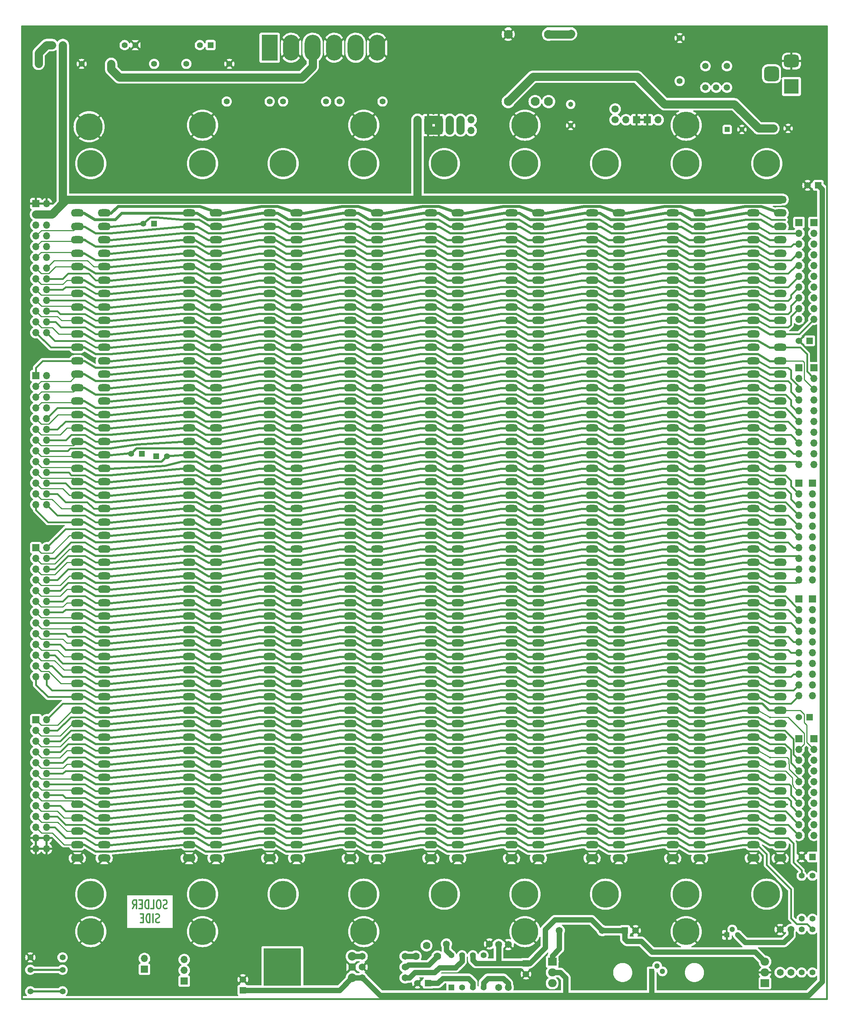
<source format=gbl>
%TF.GenerationSoftware,KiCad,Pcbnew,7.0.5*%
%TF.CreationDate,2023-12-11T22:38:37-06:00*%
%TF.ProjectId,S100-Backplane,53313030-2d42-4616-936b-706c616e652e,rev?*%
%TF.SameCoordinates,Original*%
%TF.FileFunction,Copper,L2,Bot*%
%TF.FilePolarity,Positive*%
%FSLAX46Y46*%
G04 Gerber Fmt 4.6, Leading zero omitted, Abs format (unit mm)*
G04 Created by KiCad (PCBNEW 7.0.5) date 2023-12-11 22:38:37*
%MOMM*%
%LPD*%
G01*
G04 APERTURE LIST*
G04 Aperture macros list*
%AMRoundRect*
0 Rectangle with rounded corners*
0 $1 Rounding radius*
0 $2 $3 $4 $5 $6 $7 $8 $9 X,Y pos of 4 corners*
0 Add a 4 corners polygon primitive as box body*
4,1,4,$2,$3,$4,$5,$6,$7,$8,$9,$2,$3,0*
0 Add four circle primitives for the rounded corners*
1,1,$1+$1,$2,$3*
1,1,$1+$1,$4,$5*
1,1,$1+$1,$6,$7*
1,1,$1+$1,$8,$9*
0 Add four rect primitives between the rounded corners*
20,1,$1+$1,$2,$3,$4,$5,0*
20,1,$1+$1,$4,$5,$6,$7,0*
20,1,$1+$1,$6,$7,$8,$9,0*
20,1,$1+$1,$8,$9,$2,$3,0*%
G04 Aperture macros list end*
%ADD10C,0.304800*%
%TA.AperFunction,NonConductor*%
%ADD11C,0.304800*%
%TD*%
%TA.AperFunction,ComponentPad*%
%ADD12R,3.048000X1.778000*%
%TD*%
%TA.AperFunction,ComponentPad*%
%ADD13O,3.048000X1.778000*%
%TD*%
%TA.AperFunction,ComponentPad*%
%ADD14C,6.350000*%
%TD*%
%TA.AperFunction,ComponentPad*%
%ADD15R,3.810000X6.096000*%
%TD*%
%TA.AperFunction,ComponentPad*%
%ADD16O,3.810000X6.096000*%
%TD*%
%TA.AperFunction,ComponentPad*%
%ADD17C,1.651000*%
%TD*%
%TA.AperFunction,ComponentPad*%
%ADD18C,1.778000*%
%TD*%
%TA.AperFunction,ComponentPad*%
%ADD19R,1.524000X1.524000*%
%TD*%
%TA.AperFunction,ComponentPad*%
%ADD20C,1.524000*%
%TD*%
%TA.AperFunction,ComponentPad*%
%ADD21R,1.397000X1.397000*%
%TD*%
%TA.AperFunction,ComponentPad*%
%ADD22C,1.397000*%
%TD*%
%TA.AperFunction,ComponentPad*%
%ADD23R,8.890000X8.890000*%
%TD*%
%TA.AperFunction,ComponentPad*%
%ADD24R,1.778000X1.778000*%
%TD*%
%TA.AperFunction,ComponentPad*%
%ADD25C,2.032000*%
%TD*%
%TA.AperFunction,ComponentPad*%
%ADD26C,2.100000*%
%TD*%
%TA.AperFunction,ComponentPad*%
%ADD27R,1.700000X1.700000*%
%TD*%
%TA.AperFunction,ComponentPad*%
%ADD28O,1.700000X1.700000*%
%TD*%
%TA.AperFunction,ComponentPad*%
%ADD29C,1.700000*%
%TD*%
%TA.AperFunction,ComponentPad*%
%ADD30R,1.300000X1.300000*%
%TD*%
%TA.AperFunction,ComponentPad*%
%ADD31C,1.300000*%
%TD*%
%TA.AperFunction,ComponentPad*%
%ADD32C,1.200000*%
%TD*%
%TA.AperFunction,ComponentPad*%
%ADD33R,2.000000X1.905000*%
%TD*%
%TA.AperFunction,ComponentPad*%
%ADD34O,2.000000X1.905000*%
%TD*%
%TA.AperFunction,ComponentPad*%
%ADD35C,1.600000*%
%TD*%
%TA.AperFunction,ComponentPad*%
%ADD36O,1.600000X1.600000*%
%TD*%
%TA.AperFunction,ComponentPad*%
%ADD37R,1.200000X1.200000*%
%TD*%
%TA.AperFunction,ComponentPad*%
%ADD38RoundRect,0.875000X-0.875000X0.875000X-0.875000X-0.875000X0.875000X-0.875000X0.875000X0.875000X0*%
%TD*%
%TA.AperFunction,ComponentPad*%
%ADD39RoundRect,0.750000X-1.000000X0.750000X-1.000000X-0.750000X1.000000X-0.750000X1.000000X0.750000X0*%
%TD*%
%TA.AperFunction,ComponentPad*%
%ADD40R,3.500000X3.500000*%
%TD*%
%TA.AperFunction,ComponentPad*%
%ADD41C,1.500000*%
%TD*%
%TA.AperFunction,Conductor*%
%ADD42C,1.905000*%
%TD*%
%TA.AperFunction,Conductor*%
%ADD43C,0.508000*%
%TD*%
%TA.AperFunction,Conductor*%
%ADD44C,0.381000*%
%TD*%
%TA.AperFunction,Conductor*%
%ADD45C,0.250000*%
%TD*%
%TA.AperFunction,Conductor*%
%ADD46C,1.270000*%
%TD*%
%TA.AperFunction,Conductor*%
%ADD47C,0.635000*%
%TD*%
%TA.AperFunction,Profile*%
%ADD48C,0.381000*%
%TD*%
G04 APERTURE END LIST*
D10*
D11*
X163067999Y-283290670D02*
X162850285Y-283387431D01*
X162850285Y-283387431D02*
X162487427Y-283387431D01*
X162487427Y-283387431D02*
X162342285Y-283290670D01*
X162342285Y-283290670D02*
X162269713Y-283193908D01*
X162269713Y-283193908D02*
X162197142Y-283000384D01*
X162197142Y-283000384D02*
X162197142Y-282806860D01*
X162197142Y-282806860D02*
X162269713Y-282613336D01*
X162269713Y-282613336D02*
X162342285Y-282516574D01*
X162342285Y-282516574D02*
X162487427Y-282419812D01*
X162487427Y-282419812D02*
X162777713Y-282323050D01*
X162777713Y-282323050D02*
X162922856Y-282226289D01*
X162922856Y-282226289D02*
X162995427Y-282129527D01*
X162995427Y-282129527D02*
X163067999Y-281936003D01*
X163067999Y-281936003D02*
X163067999Y-281742479D01*
X163067999Y-281742479D02*
X162995427Y-281548955D01*
X162995427Y-281548955D02*
X162922856Y-281452193D01*
X162922856Y-281452193D02*
X162777713Y-281355431D01*
X162777713Y-281355431D02*
X162414856Y-281355431D01*
X162414856Y-281355431D02*
X162197142Y-281452193D01*
X161253713Y-281355431D02*
X160963427Y-281355431D01*
X160963427Y-281355431D02*
X160818284Y-281452193D01*
X160818284Y-281452193D02*
X160673141Y-281645717D01*
X160673141Y-281645717D02*
X160600570Y-282032765D01*
X160600570Y-282032765D02*
X160600570Y-282710098D01*
X160600570Y-282710098D02*
X160673141Y-283097146D01*
X160673141Y-283097146D02*
X160818284Y-283290670D01*
X160818284Y-283290670D02*
X160963427Y-283387431D01*
X160963427Y-283387431D02*
X161253713Y-283387431D01*
X161253713Y-283387431D02*
X161398856Y-283290670D01*
X161398856Y-283290670D02*
X161543998Y-283097146D01*
X161543998Y-283097146D02*
X161616570Y-282710098D01*
X161616570Y-282710098D02*
X161616570Y-282032765D01*
X161616570Y-282032765D02*
X161543998Y-281645717D01*
X161543998Y-281645717D02*
X161398856Y-281452193D01*
X161398856Y-281452193D02*
X161253713Y-281355431D01*
X159221713Y-283387431D02*
X159947427Y-283387431D01*
X159947427Y-283387431D02*
X159947427Y-281355431D01*
X158713713Y-283387431D02*
X158713713Y-281355431D01*
X158713713Y-281355431D02*
X158350856Y-281355431D01*
X158350856Y-281355431D02*
X158133142Y-281452193D01*
X158133142Y-281452193D02*
X157987999Y-281645717D01*
X157987999Y-281645717D02*
X157915428Y-281839241D01*
X157915428Y-281839241D02*
X157842856Y-282226289D01*
X157842856Y-282226289D02*
X157842856Y-282516574D01*
X157842856Y-282516574D02*
X157915428Y-282903622D01*
X157915428Y-282903622D02*
X157987999Y-283097146D01*
X157987999Y-283097146D02*
X158133142Y-283290670D01*
X158133142Y-283290670D02*
X158350856Y-283387431D01*
X158350856Y-283387431D02*
X158713713Y-283387431D01*
X157189713Y-282323050D02*
X156681713Y-282323050D01*
X156463999Y-283387431D02*
X157189713Y-283387431D01*
X157189713Y-283387431D02*
X157189713Y-281355431D01*
X157189713Y-281355431D02*
X156463999Y-281355431D01*
X154939999Y-283387431D02*
X155447999Y-282419812D01*
X155810856Y-283387431D02*
X155810856Y-281355431D01*
X155810856Y-281355431D02*
X155230285Y-281355431D01*
X155230285Y-281355431D02*
X155085142Y-281452193D01*
X155085142Y-281452193D02*
X155012571Y-281548955D01*
X155012571Y-281548955D02*
X154939999Y-281742479D01*
X154939999Y-281742479D02*
X154939999Y-282032765D01*
X154939999Y-282032765D02*
X155012571Y-282226289D01*
X155012571Y-282226289D02*
X155085142Y-282323050D01*
X155085142Y-282323050D02*
X155230285Y-282419812D01*
X155230285Y-282419812D02*
X155810856Y-282419812D01*
X161253714Y-286562190D02*
X161036000Y-286658951D01*
X161036000Y-286658951D02*
X160673142Y-286658951D01*
X160673142Y-286658951D02*
X160528000Y-286562190D01*
X160528000Y-286562190D02*
X160455428Y-286465428D01*
X160455428Y-286465428D02*
X160382857Y-286271904D01*
X160382857Y-286271904D02*
X160382857Y-286078380D01*
X160382857Y-286078380D02*
X160455428Y-285884856D01*
X160455428Y-285884856D02*
X160528000Y-285788094D01*
X160528000Y-285788094D02*
X160673142Y-285691332D01*
X160673142Y-285691332D02*
X160963428Y-285594570D01*
X160963428Y-285594570D02*
X161108571Y-285497809D01*
X161108571Y-285497809D02*
X161181142Y-285401047D01*
X161181142Y-285401047D02*
X161253714Y-285207523D01*
X161253714Y-285207523D02*
X161253714Y-285013999D01*
X161253714Y-285013999D02*
X161181142Y-284820475D01*
X161181142Y-284820475D02*
X161108571Y-284723713D01*
X161108571Y-284723713D02*
X160963428Y-284626951D01*
X160963428Y-284626951D02*
X160600571Y-284626951D01*
X160600571Y-284626951D02*
X160382857Y-284723713D01*
X159729713Y-286658951D02*
X159729713Y-284626951D01*
X159003999Y-286658951D02*
X159003999Y-284626951D01*
X159003999Y-284626951D02*
X158641142Y-284626951D01*
X158641142Y-284626951D02*
X158423428Y-284723713D01*
X158423428Y-284723713D02*
X158278285Y-284917237D01*
X158278285Y-284917237D02*
X158205714Y-285110761D01*
X158205714Y-285110761D02*
X158133142Y-285497809D01*
X158133142Y-285497809D02*
X158133142Y-285788094D01*
X158133142Y-285788094D02*
X158205714Y-286175142D01*
X158205714Y-286175142D02*
X158278285Y-286368666D01*
X158278285Y-286368666D02*
X158423428Y-286562190D01*
X158423428Y-286562190D02*
X158641142Y-286658951D01*
X158641142Y-286658951D02*
X159003999Y-286658951D01*
X157479999Y-285594570D02*
X156971999Y-285594570D01*
X156754285Y-286658951D02*
X157479999Y-286658951D01*
X157479999Y-286658951D02*
X157479999Y-284626951D01*
X157479999Y-284626951D02*
X156754285Y-284626951D01*
D12*
%TO.P,U31,1,+8_V*%
%TO.N,/F+8V*%
X141851380Y-115882420D03*
D13*
%TO.P,U31,2,+16_V*%
%TO.N,/F+16V*%
X141851380Y-119057420D03*
%TO.P,U31,3,XRDY*%
%TO.N,/XRDY*%
X141851380Y-122232420D03*
%TO.P,U31,4,VIO\u002A*%
%TO.N,/VI_0*%
X141851380Y-125407420D03*
%TO.P,U31,5,VI1\u002A*%
%TO.N,/VI_1*%
X141851380Y-128582420D03*
%TO.P,U31,6,VI2\u002A*%
%TO.N,/VI_2*%
X141851380Y-131757420D03*
%TO.P,U31,7,VI3\u002A*%
%TO.N,/VI_3*%
X141851380Y-134932420D03*
%TO.P,U31,8,VI4\u002A*%
%TO.N,/VI_4*%
X141851380Y-138107420D03*
%TO.P,U31,9,VI5\u002A*%
%TO.N,/VI_5*%
X141851380Y-141282420D03*
%TO.P,U31,10,VI6\u002A*%
%TO.N,/VI_6*%
X141851380Y-144457420D03*
%TO.P,U31,11,VI7\u002A*%
%TO.N,/VI_7*%
X141851380Y-147632420D03*
%TO.P,U31,12,NMI\u002A*%
%TO.N,/pin_12*%
X141851380Y-150807420D03*
%TO.P,U31,13,PWRFAIL\u002A*%
%TO.N,/pin_13*%
X141851380Y-153982420D03*
%TO.P,U31,14,TMA3\u002A*%
%TO.N,/pin_14*%
X141851380Y-157157420D03*
%TO.P,U31,15,A18*%
%TO.N,/pin_15*%
X141851380Y-160332420D03*
%TO.P,U31,16,A16*%
%TO.N,/pin_16*%
X141851380Y-163507420D03*
%TO.P,U31,17,A17*%
%TO.N,/pin_17*%
X141851380Y-166682420D03*
%TO.P,U31,18,SDSB\u002A*%
%TO.N,/{slash}STADSB*%
X141851380Y-169857420D03*
%TO.P,U31,19,CDSB\u002A*%
%TO.N,/{slash}CCDSB*%
X141851380Y-173032420D03*
%TO.P,U31,20,0_V1*%
%TO.N,/UNPROT(T5)*%
X141851380Y-176207420D03*
%TO.P,U31,21,NDEF1*%
%TO.N,/SS*%
X141851380Y-179382420D03*
%TO.P,U31,22,ADSB\u002A*%
%TO.N,/{slash}ADDDSB*%
X141851380Y-182557420D03*
%TO.P,U31,23,DODSB\u002A*%
%TO.N,/{slash}DODSB*%
X141851380Y-185732420D03*
%TO.P,U31,24,PHI*%
%TO.N,/phi2*%
X141851380Y-188907420D03*
%TO.P,U31,25,pSTVAL\u002A*%
%TO.N,/phi1*%
X141851380Y-192082420D03*
%TO.P,U31,26,pHDLA*%
%TO.N,/PHLDA*%
X141851380Y-195257420D03*
%TO.P,U31,27,RFU_1*%
%TO.N,/PWAIT*%
X141851380Y-198432420D03*
%TO.P,U31,28,RFU_2*%
%TO.N,/PINTE*%
X141851380Y-201607420D03*
%TO.P,U31,29,A5*%
%TO.N,/A5*%
X141851380Y-204782420D03*
%TO.P,U31,30,A4*%
%TO.N,/A4*%
X141851380Y-207957420D03*
%TO.P,U31,31,A3*%
%TO.N,/A3*%
X141851380Y-211132420D03*
%TO.P,U31,32,A15*%
%TO.N,/A15*%
X141851380Y-214307420D03*
%TO.P,U31,33,A12*%
%TO.N,/A12*%
X141851380Y-217482420D03*
%TO.P,U31,34,A9*%
%TO.N,/A9*%
X141851380Y-220657420D03*
%TO.P,U31,35,DO1_ED1*%
%TO.N,/DO1*%
X141851380Y-223832420D03*
%TO.P,U31,36,DO0_ED0*%
%TO.N,/DO0*%
X141851380Y-227007420D03*
%TO.P,U31,37,A10*%
%TO.N,/A10*%
X141851380Y-230182420D03*
%TO.P,U31,38,DO4_ED4*%
%TO.N,/DO4*%
X141851380Y-233357420D03*
%TO.P,U31,39,DO5_ED5*%
%TO.N,/DO5*%
X141851380Y-236532420D03*
%TO.P,U31,40,DO6_ED6*%
%TO.N,/DO6*%
X141851380Y-239707420D03*
%TO.P,U31,41,D12_OD2*%
%TO.N,/DI2*%
X141851380Y-242882420D03*
%TO.P,U31,42,D13_OD3*%
%TO.N,/DI3*%
X141851380Y-246057420D03*
%TO.P,U31,43,D17_OD7*%
%TO.N,/DI7*%
X141851380Y-249232420D03*
%TO.P,U31,44,sM1*%
%TO.N,/SM1*%
X141851380Y-252407420D03*
%TO.P,U31,45,sOUT*%
%TO.N,/SOUT*%
X141851380Y-255582420D03*
%TO.P,U31,46,sINP*%
%TO.N,/SINP*%
X141851380Y-258757420D03*
%TO.P,U31,47,sMEMR*%
%TO.N,/SMEMR*%
X141851380Y-261932420D03*
%TO.P,U31,48,sHLTA*%
%TO.N,/SHLTA*%
X141851380Y-265107420D03*
%TO.P,U31,49,CLOCK*%
%TO.N,/{slash}CLOCK*%
X141851380Y-268282420D03*
%TO.P,U31,50,0_V2*%
%TO.N,GND*%
X141851380Y-271457420D03*
%TO.P,U31,51,+8_V*%
%TO.N,/F+8V*%
X148201380Y-115882420D03*
%TO.P,U31,52,-16_V*%
%TO.N,/F-16V*%
X148201380Y-119057420D03*
%TO.P,U31,53,0_V3*%
%TO.N,/{slash}SSW_DSBL*%
X148201380Y-122232420D03*
%TO.P,U31,54,SLAVE_CLR\u002A*%
%TO.N,/{slash}EXTCLR*%
X148201380Y-125407420D03*
%TO.P,U31,55,TMA0\u002A*%
%TO.N,/RTC(---)*%
X148201380Y-128582420D03*
%TO.P,U31,56,TMA1\u002A*%
%TO.N,/{slash}STSTB(---)*%
X148201380Y-131757420D03*
%TO.P,U31,57,TMA2\u002A*%
%TO.N,/DIG1(---)*%
X148201380Y-134932420D03*
%TO.P,U31,58,sXTRQ\u002A*%
%TO.N,/FRDY(---)*%
X148201380Y-138107420D03*
%TO.P,U31,59,A19*%
%TO.N,/pin_59*%
X148201380Y-141282420D03*
%TO.P,U31,60,SIXTN\u002A*%
%TO.N,/pin_60*%
X148201380Y-144457420D03*
%TO.P,U31,61,A20*%
%TO.N,/pin_61*%
X148201380Y-147632420D03*
%TO.P,U31,62,A21*%
%TO.N,/pin_62*%
X148201380Y-150807420D03*
%TO.P,U31,63,A22*%
%TO.N,/pin_63*%
X148201380Y-153982420D03*
%TO.P,U31,64,A23*%
%TO.N,/pin_64*%
X148201380Y-157157420D03*
%TO.P,U31,65,NDEF2*%
%TO.N,/pin_65*%
X148201380Y-160332420D03*
%TO.P,U31,66,NDEF3*%
%TO.N,/pin_66*%
X148201380Y-163507420D03*
%TO.P,U31,67,PHANTOM\u002A*%
%TO.N,/---({slash}PHANT)*%
X148201380Y-166682420D03*
%TO.P,U31,68,MWRT*%
%TO.N,/MWRT*%
X148201380Y-169857420D03*
%TO.P,U31,69,RFU3*%
%TO.N,/{slash}PS(---)*%
X148201380Y-173032420D03*
%TO.P,U31,70,0_V4*%
%TO.N,/PROT(GND)*%
X148201380Y-176207420D03*
%TO.P,U31,71,RFU4*%
%TO.N,/RUN*%
X148201380Y-179382420D03*
%TO.P,U31,72,RDY*%
%TO.N,/PRDY*%
X148201380Y-182557420D03*
%TO.P,U31,73,INT\u002A*%
%TO.N,/{slash}PINT*%
X148201380Y-185732420D03*
%TO.P,U31,74,HOLD\u002A*%
%TO.N,/{slash}PHOLD*%
X148201380Y-188907420D03*
%TO.P,U31,75,RESET\u002A*%
%TO.N,/{slash}PRESET*%
X148201380Y-192082420D03*
%TO.P,U31,76,pSYNC*%
%TO.N,/PSYNC*%
X148201380Y-195257420D03*
%TO.P,U31,77,pWR\u002A*%
%TO.N,/{slash}PWR*%
X148201380Y-198432420D03*
%TO.P,U31,78,pDBIN*%
%TO.N,/PDBIN*%
X148201380Y-201607420D03*
%TO.P,U31,79,A0*%
%TO.N,/A0*%
X148201380Y-204782420D03*
%TO.P,U31,80,A1*%
%TO.N,/A1*%
X148201380Y-207957420D03*
%TO.P,U31,81,A2*%
%TO.N,/A2*%
X148201380Y-211132420D03*
%TO.P,U31,82,A6*%
%TO.N,/A6*%
X148201380Y-214307420D03*
%TO.P,U31,83,A7*%
%TO.N,/A7*%
X148201380Y-217482420D03*
%TO.P,U31,84,A8*%
%TO.N,/A8*%
X148201380Y-220657420D03*
%TO.P,U31,85,A13*%
%TO.N,/A13*%
X148201380Y-223832420D03*
%TO.P,U31,86,A14*%
%TO.N,/A14*%
X148201380Y-227007420D03*
%TO.P,U31,87,A11*%
%TO.N,/A11*%
X148201380Y-230182420D03*
%TO.P,U31,88,DO2_ED2*%
%TO.N,/DO2*%
X148201380Y-233357420D03*
%TO.P,U31,89,DO3_ED3*%
%TO.N,/DO3*%
X148201380Y-236532420D03*
%TO.P,U31,90,DO7_ED7*%
%TO.N,/DO7*%
X148201380Y-239707420D03*
%TO.P,U31,91,DI4_OD4*%
%TO.N,/DI4*%
X148201380Y-242882420D03*
%TO.P,U31,92,DI5_OD5*%
%TO.N,/DI5*%
X148201380Y-246057420D03*
%TO.P,U31,93,DI6_OD6*%
%TO.N,/DI6*%
X148201380Y-249232420D03*
%TO.P,U31,94,DI1_OD1*%
%TO.N,/DI1*%
X148201380Y-252407420D03*
%TO.P,U31,95,DI1_OD1*%
%TO.N,/DI0*%
X148201380Y-255582420D03*
%TO.P,U31,96,sINTA*%
%TO.N,/SINTA*%
X148201380Y-258757420D03*
%TO.P,U31,97,sWO\u002A*%
%TO.N,/{slash}SWO*%
X148201380Y-261932420D03*
%TO.P,U31,98,ERROR\u002A*%
%TO.N,/SSTACK*%
X148201380Y-265107420D03*
%TO.P,U31,99,POC\u002A*%
%TO.N,/{slash}POC*%
X148201380Y-268282420D03*
%TO.P,U31,100,0_V5*%
%TO.N,GND*%
X148201380Y-271457420D03*
D14*
%TO.P,U31,101*%
%TO.N,N/C*%
X145026380Y-107373420D03*
%TO.P,U31,102*%
X145026380Y-279966420D03*
%TD*%
D15*
%TO.P,P1,1,1*%
%TO.N,/+8_V*%
X187325000Y-80010000D03*
D16*
%TO.P,P1,2,2*%
%TO.N,GND*%
X192405000Y-80010000D03*
%TO.P,P1,3,3*%
%TO.N,/-16_V*%
X197485000Y-80010000D03*
%TO.P,P1,4,4*%
%TO.N,GND*%
X202565000Y-80010000D03*
%TO.P,P1,5,5*%
%TO.N,/+18_V*%
X207645000Y-80010000D03*
%TO.P,P1,6,6*%
%TO.N,GND*%
X212725000Y-80010000D03*
%TD*%
D14*
%TO.P,P9,1,1*%
%TO.N,GND*%
X209550000Y-98298000D03*
%TD*%
D17*
%TO.P,R9,1*%
%TO.N,Net-(R1-Pad1)*%
X219329000Y-294640000D03*
%TO.P,R9,2*%
%TO.N,/VCC*%
X209169000Y-294640000D03*
%TD*%
D18*
%TO.P,R1,1,1*%
%TO.N,Net-(R1-Pad1)*%
X221869000Y-294640000D03*
%TO.P,R1,2,2*%
%TO.N,Net-(C2-Pad1)*%
X224409000Y-292100000D03*
%TO.P,R1,3,3*%
%TO.N,Net-(R1-Pad3)*%
X226949000Y-294640000D03*
%TD*%
D17*
%TO.P,R10,1*%
%TO.N,Net-(R1-Pad3)*%
X219329000Y-297180000D03*
%TO.P,R10,2*%
%TO.N,GND*%
X209169000Y-297180000D03*
%TD*%
D19*
%TO.P,C2,1*%
%TO.N,Net-(C2-Pad1)*%
X224790000Y-300990000D03*
D20*
%TO.P,C2,2*%
%TO.N,GND*%
X222250000Y-300990000D03*
%TD*%
D21*
%TO.P,IC2,1,FIN*%
%TO.N,unconnected-(IC2-FIN-Pad1)*%
X230251000Y-302006000D03*
D22*
%TO.P,IC2,2,MINUS*%
%TO.N,Net-(IC2-MINUS-Pad2)*%
X232791000Y-302006000D03*
%TO.P,IC2,3,PLUS*%
%TO.N,Net-(C2-Pad1)*%
X235331000Y-302006000D03*
%TO.P,IC2,4,MINUS*%
%TO.N,Net-(IC2-MINUS-Pad4)*%
X237871000Y-302006000D03*
%TO.P,IC2,5,FOUT*%
%TO.N,unconnected-(IC2-FOUT-Pad5)*%
X237871000Y-294386000D03*
%TO.P,IC2,6,OUTPUT*%
%TO.N,/Vacc*%
X235331000Y-294386000D03*
%TO.P,IC2,7,PLUS*%
%TO.N,Net-(Q1-B)*%
X232791000Y-294386000D03*
%TO.P,IC2,8,FIN*%
%TO.N,Net-(IC2-FIN-Pad8)*%
X230251000Y-294386000D03*
%TD*%
D17*
%TO.P,R4,1*%
%TO.N,/Vacc*%
X241427000Y-291846000D03*
%TO.P,R4,2*%
%TO.N,Net-(IC2-MINUS-Pad2)*%
X241427000Y-302006000D03*
%TD*%
%TO.P,R5,1*%
%TO.N,/F+8V*%
X209169000Y-299720000D03*
%TO.P,R5,2*%
%TO.N,Net-(Q1-B)*%
X219329000Y-299720000D03*
%TD*%
%TO.P,R3,1*%
%TO.N,Net-(IC2-MINUS-Pad4)*%
X243713000Y-302006000D03*
%TO.P,R3,2*%
%TO.N,GND*%
X243713000Y-291846000D03*
%TD*%
%TO.P,R2,1*%
%TO.N,Net-(IC2-FIN-Pad8)*%
X229108000Y-291719000D03*
%TO.P,R2,2*%
%TO.N,GND*%
X239268000Y-291719000D03*
%TD*%
%TO.P,R7,1*%
%TO.N,/Vacc*%
X310515000Y-298450000D03*
%TO.P,R7,2*%
%TO.N,Net-(Q4-B)*%
X310515000Y-288290000D03*
%TD*%
%TO.P,R6,1*%
%TO.N,Net-(Q1-C)*%
X255778000Y-288544000D03*
%TO.P,R6,2*%
%TO.N,/Vacc*%
X265938000Y-288544000D03*
%TD*%
%TO.P,R8,1*%
%TO.N,/Vacc*%
X307975000Y-298450000D03*
%TO.P,R8,2*%
%TO.N,GND*%
X307975000Y-288290000D03*
%TD*%
D19*
%TO.P,C8,1*%
%TO.N,/F+8V*%
X316992000Y-112522000D03*
D20*
%TO.P,C8,2*%
%TO.N,GND*%
X314452000Y-112522000D03*
%TD*%
D19*
%TO.P,C7,1*%
%TO.N,/Vacc*%
X314960000Y-149225000D03*
D20*
%TO.P,C7,2*%
%TO.N,GND*%
X312420000Y-149225000D03*
%TD*%
D19*
%TO.P,C6,1*%
%TO.N,/Vacc*%
X314960000Y-238125000D03*
D20*
%TO.P,C6,2*%
%TO.N,GND*%
X312420000Y-238125000D03*
%TD*%
D23*
%TO.P,IC1,4*%
%TO.N,N/C*%
X190309500Y-297180000D03*
D24*
%TO.P,IC1,GND,GND*%
%TO.N,GND*%
X206819500Y-297180000D03*
D25*
%TO.P,IC1,VI,VI*%
%TO.N,/F+8V*%
X206819500Y-299720000D03*
%TO.P,IC1,VO,VO*%
%TO.N,/VCC*%
X206819500Y-294640000D03*
%TD*%
D22*
%TO.P,R16,1*%
%TO.N,Net-(D2-K)*%
X167640000Y-83820000D03*
%TO.P,R16,2*%
%TO.N,GND*%
X177800000Y-83820000D03*
%TD*%
%TO.P,R15,1*%
%TO.N,Net-(D1-K)*%
X132715000Y-83820000D03*
%TO.P,R15,2*%
%TO.N,GND*%
X142875000Y-83820000D03*
%TD*%
%TO.P,R18,1*%
%TO.N,Net-(P12-PM)*%
X138366500Y-294894000D03*
%TO.P,R18,2*%
%TO.N,GND*%
X130746500Y-294894000D03*
%TD*%
%TO.P,R17,1*%
%TO.N,Net-(D3-K)*%
X160020000Y-83820000D03*
%TO.P,R17,2*%
%TO.N,/-16_V*%
X149860000Y-83820000D03*
%TD*%
%TO.P,SW1,1,1*%
%TO.N,Net-(P12-PM)*%
X138366500Y-302895000D03*
X130746500Y-302895000D03*
%TO.P,SW1,2,2*%
%TO.N,Net-(K1-PM)*%
X138366500Y-297815000D03*
X130746500Y-297815000D03*
%TD*%
D21*
%TO.P,D1,1,A*%
%TO.N,/F+8V*%
X138430000Y-79375000D03*
D22*
%TO.P,D1,2,K*%
%TO.N,Net-(D1-K)*%
X135890000Y-79375000D03*
%TD*%
D21*
%TO.P,D3,1,A*%
%TO.N,GND*%
X155575000Y-79375000D03*
D22*
%TO.P,D3,2,K*%
%TO.N,Net-(D3-K)*%
X153035000Y-79375000D03*
%TD*%
D21*
%TO.P,D2,1,A*%
%TO.N,/F+16V*%
X173355000Y-79375000D03*
D22*
%TO.P,D2,2,K*%
%TO.N,Net-(D2-K)*%
X170815000Y-79375000D03*
%TD*%
D21*
%TO.P,JP2,1,1*%
%TO.N,GND*%
X160020000Y-121539000D03*
D22*
%TO.P,JP2,2,2*%
%TO.N,/{slash}SSW_DSBL*%
X157480000Y-121539000D03*
%TD*%
D21*
%TO.P,JP1,1,1*%
%TO.N,GND*%
X160528000Y-176530000D03*
D22*
%TO.P,JP1,2,2*%
%TO.N,/UNPROT(T5)*%
X163068000Y-176530000D03*
%TD*%
D21*
%TO.P,JP3,1,1*%
%TO.N,GND*%
X157099000Y-175895000D03*
D22*
%TO.P,JP3,2,2*%
%TO.N,/PROT(GND)*%
X154559000Y-175895000D03*
%TD*%
D12*
%TO.P,U32,1,+8_V*%
%TO.N,/F+8V*%
X168269920Y-115882420D03*
D13*
%TO.P,U32,2,+16_V*%
%TO.N,/F+16V*%
X168269920Y-119057420D03*
%TO.P,U32,3,XRDY*%
%TO.N,/XRDY*%
X168269920Y-122232420D03*
%TO.P,U32,4,VIO\u002A*%
%TO.N,/VI_0*%
X168269920Y-125407420D03*
%TO.P,U32,5,VI1\u002A*%
%TO.N,/VI_1*%
X168269920Y-128582420D03*
%TO.P,U32,6,VI2\u002A*%
%TO.N,/VI_2*%
X168269920Y-131757420D03*
%TO.P,U32,7,VI3\u002A*%
%TO.N,/VI_3*%
X168269920Y-134932420D03*
%TO.P,U32,8,VI4\u002A*%
%TO.N,/VI_4*%
X168269920Y-138107420D03*
%TO.P,U32,9,VI5\u002A*%
%TO.N,/VI_5*%
X168269920Y-141282420D03*
%TO.P,U32,10,VI6\u002A*%
%TO.N,/VI_6*%
X168269920Y-144457420D03*
%TO.P,U32,11,VI7\u002A*%
%TO.N,/VI_7*%
X168269920Y-147632420D03*
%TO.P,U32,12,NMI\u002A*%
%TO.N,/pin_12*%
X168269920Y-150807420D03*
%TO.P,U32,13,PWRFAIL\u002A*%
%TO.N,/pin_13*%
X168269920Y-153982420D03*
%TO.P,U32,14,TMA3\u002A*%
%TO.N,/pin_14*%
X168269920Y-157157420D03*
%TO.P,U32,15,A18*%
%TO.N,/pin_15*%
X168269920Y-160332420D03*
%TO.P,U32,16,A16*%
%TO.N,/pin_16*%
X168269920Y-163507420D03*
%TO.P,U32,17,A17*%
%TO.N,/pin_17*%
X168269920Y-166682420D03*
%TO.P,U32,18,SDSB\u002A*%
%TO.N,/{slash}STADSB*%
X168269920Y-169857420D03*
%TO.P,U32,19,CDSB\u002A*%
%TO.N,/{slash}CCDSB*%
X168269920Y-173032420D03*
%TO.P,U32,20,0_V1*%
%TO.N,/UNPROT(T5)*%
X168269920Y-176207420D03*
%TO.P,U32,21,NDEF1*%
%TO.N,/SS*%
X168269920Y-179382420D03*
%TO.P,U32,22,ADSB\u002A*%
%TO.N,/{slash}ADDDSB*%
X168269920Y-182557420D03*
%TO.P,U32,23,DODSB\u002A*%
%TO.N,/{slash}DODSB*%
X168269920Y-185732420D03*
%TO.P,U32,24,PHI*%
%TO.N,/phi2*%
X168269920Y-188907420D03*
%TO.P,U32,25,pSTVAL\u002A*%
%TO.N,/phi1*%
X168269920Y-192082420D03*
%TO.P,U32,26,pHDLA*%
%TO.N,/PHLDA*%
X168269920Y-195257420D03*
%TO.P,U32,27,RFU_1*%
%TO.N,/PWAIT*%
X168269920Y-198432420D03*
%TO.P,U32,28,RFU_2*%
%TO.N,/PINTE*%
X168269920Y-201607420D03*
%TO.P,U32,29,A5*%
%TO.N,/A5*%
X168269920Y-204782420D03*
%TO.P,U32,30,A4*%
%TO.N,/A4*%
X168269920Y-207957420D03*
%TO.P,U32,31,A3*%
%TO.N,/A3*%
X168269920Y-211132420D03*
%TO.P,U32,32,A15*%
%TO.N,/A15*%
X168269920Y-214307420D03*
%TO.P,U32,33,A12*%
%TO.N,/A12*%
X168269920Y-217482420D03*
%TO.P,U32,34,A9*%
%TO.N,/A9*%
X168269920Y-220657420D03*
%TO.P,U32,35,DO1_ED1*%
%TO.N,/DO1*%
X168269920Y-223832420D03*
%TO.P,U32,36,DO0_ED0*%
%TO.N,/DO0*%
X168269920Y-227007420D03*
%TO.P,U32,37,A10*%
%TO.N,/A10*%
X168269920Y-230182420D03*
%TO.P,U32,38,DO4_ED4*%
%TO.N,/DO4*%
X168269920Y-233357420D03*
%TO.P,U32,39,DO5_ED5*%
%TO.N,/DO5*%
X168269920Y-236532420D03*
%TO.P,U32,40,DO6_ED6*%
%TO.N,/DO6*%
X168269920Y-239707420D03*
%TO.P,U32,41,D12_OD2*%
%TO.N,/DI2*%
X168269920Y-242882420D03*
%TO.P,U32,42,D13_OD3*%
%TO.N,/DI3*%
X168269920Y-246057420D03*
%TO.P,U32,43,D17_OD7*%
%TO.N,/DI7*%
X168269920Y-249232420D03*
%TO.P,U32,44,sM1*%
%TO.N,/SM1*%
X168269920Y-252407420D03*
%TO.P,U32,45,sOUT*%
%TO.N,/SOUT*%
X168269920Y-255582420D03*
%TO.P,U32,46,sINP*%
%TO.N,/SINP*%
X168269920Y-258757420D03*
%TO.P,U32,47,sMEMR*%
%TO.N,/SMEMR*%
X168269920Y-261932420D03*
%TO.P,U32,48,sHLTA*%
%TO.N,/SHLTA*%
X168269920Y-265107420D03*
%TO.P,U32,49,CLOCK*%
%TO.N,/{slash}CLOCK*%
X168269920Y-268282420D03*
%TO.P,U32,50,0_V2*%
%TO.N,GND*%
X168269920Y-271457420D03*
%TO.P,U32,51,+8_V*%
%TO.N,/F+8V*%
X174619920Y-115882420D03*
%TO.P,U32,52,-16_V*%
%TO.N,/F-16V*%
X174619920Y-119057420D03*
%TO.P,U32,53,0_V3*%
%TO.N,/{slash}SSW_DSBL*%
X174619920Y-122232420D03*
%TO.P,U32,54,SLAVE_CLR\u002A*%
%TO.N,/{slash}EXTCLR*%
X174619920Y-125407420D03*
%TO.P,U32,55,TMA0\u002A*%
%TO.N,/RTC(---)*%
X174619920Y-128582420D03*
%TO.P,U32,56,TMA1\u002A*%
%TO.N,/{slash}STSTB(---)*%
X174619920Y-131757420D03*
%TO.P,U32,57,TMA2\u002A*%
%TO.N,/DIG1(---)*%
X174619920Y-134932420D03*
%TO.P,U32,58,sXTRQ\u002A*%
%TO.N,/FRDY(---)*%
X174619920Y-138107420D03*
%TO.P,U32,59,A19*%
%TO.N,/pin_59*%
X174619920Y-141282420D03*
%TO.P,U32,60,SIXTN\u002A*%
%TO.N,/pin_60*%
X174619920Y-144457420D03*
%TO.P,U32,61,A20*%
%TO.N,/pin_61*%
X174619920Y-147632420D03*
%TO.P,U32,62,A21*%
%TO.N,/pin_62*%
X174619920Y-150807420D03*
%TO.P,U32,63,A22*%
%TO.N,/pin_63*%
X174619920Y-153982420D03*
%TO.P,U32,64,A23*%
%TO.N,/pin_64*%
X174619920Y-157157420D03*
%TO.P,U32,65,NDEF2*%
%TO.N,/pin_65*%
X174619920Y-160332420D03*
%TO.P,U32,66,NDEF3*%
%TO.N,/pin_66*%
X174619920Y-163507420D03*
%TO.P,U32,67,PHANTOM\u002A*%
%TO.N,/---({slash}PHANT)*%
X174619920Y-166682420D03*
%TO.P,U32,68,MWRT*%
%TO.N,/MWRT*%
X174619920Y-169857420D03*
%TO.P,U32,69,RFU3*%
%TO.N,/{slash}PS(---)*%
X174619920Y-173032420D03*
%TO.P,U32,70,0_V4*%
%TO.N,/PROT(GND)*%
X174619920Y-176207420D03*
%TO.P,U32,71,RFU4*%
%TO.N,/RUN*%
X174619920Y-179382420D03*
%TO.P,U32,72,RDY*%
%TO.N,/PRDY*%
X174619920Y-182557420D03*
%TO.P,U32,73,INT\u002A*%
%TO.N,/{slash}PINT*%
X174619920Y-185732420D03*
%TO.P,U32,74,HOLD\u002A*%
%TO.N,/{slash}PHOLD*%
X174619920Y-188907420D03*
%TO.P,U32,75,RESET\u002A*%
%TO.N,/{slash}PRESET*%
X174619920Y-192082420D03*
%TO.P,U32,76,pSYNC*%
%TO.N,/PSYNC*%
X174619920Y-195257420D03*
%TO.P,U32,77,pWR\u002A*%
%TO.N,/{slash}PWR*%
X174619920Y-198432420D03*
%TO.P,U32,78,pDBIN*%
%TO.N,/PDBIN*%
X174619920Y-201607420D03*
%TO.P,U32,79,A0*%
%TO.N,/A0*%
X174619920Y-204782420D03*
%TO.P,U32,80,A1*%
%TO.N,/A1*%
X174619920Y-207957420D03*
%TO.P,U32,81,A2*%
%TO.N,/A2*%
X174619920Y-211132420D03*
%TO.P,U32,82,A6*%
%TO.N,/A6*%
X174619920Y-214307420D03*
%TO.P,U32,83,A7*%
%TO.N,/A7*%
X174619920Y-217482420D03*
%TO.P,U32,84,A8*%
%TO.N,/A8*%
X174619920Y-220657420D03*
%TO.P,U32,85,A13*%
%TO.N,/A13*%
X174619920Y-223832420D03*
%TO.P,U32,86,A14*%
%TO.N,/A14*%
X174619920Y-227007420D03*
%TO.P,U32,87,A11*%
%TO.N,/A11*%
X174619920Y-230182420D03*
%TO.P,U32,88,DO2_ED2*%
%TO.N,/DO2*%
X174619920Y-233357420D03*
%TO.P,U32,89,DO3_ED3*%
%TO.N,/DO3*%
X174619920Y-236532420D03*
%TO.P,U32,90,DO7_ED7*%
%TO.N,/DO7*%
X174619920Y-239707420D03*
%TO.P,U32,91,DI4_OD4*%
%TO.N,/DI4*%
X174619920Y-242882420D03*
%TO.P,U32,92,DI5_OD5*%
%TO.N,/DI5*%
X174619920Y-246057420D03*
%TO.P,U32,93,DI6_OD6*%
%TO.N,/DI6*%
X174619920Y-249232420D03*
%TO.P,U32,94,DI1_OD1*%
%TO.N,/DI1*%
X174619920Y-252407420D03*
%TO.P,U32,95,DI1_OD1*%
%TO.N,/DI0*%
X174619920Y-255582420D03*
%TO.P,U32,96,sINTA*%
%TO.N,/SINTA*%
X174619920Y-258757420D03*
%TO.P,U32,97,sWO\u002A*%
%TO.N,/{slash}SWO*%
X174619920Y-261932420D03*
%TO.P,U32,98,ERROR\u002A*%
%TO.N,/SSTACK*%
X174619920Y-265107420D03*
%TO.P,U32,99,POC\u002A*%
%TO.N,/{slash}POC*%
X174619920Y-268282420D03*
%TO.P,U32,100,0_V5*%
%TO.N,GND*%
X174619920Y-271457420D03*
D14*
%TO.P,U32,101*%
%TO.N,N/C*%
X171444920Y-107373420D03*
%TO.P,U32,102*%
X171444920Y-279966420D03*
%TD*%
D12*
%TO.P,U33,1,+8_V*%
%TO.N,/F+8V*%
X187319920Y-115882420D03*
D13*
%TO.P,U33,2,+16_V*%
%TO.N,/F+16V*%
X187319920Y-119057420D03*
%TO.P,U33,3,XRDY*%
%TO.N,/XRDY*%
X187319920Y-122232420D03*
%TO.P,U33,4,VIO\u002A*%
%TO.N,/VI_0*%
X187319920Y-125407420D03*
%TO.P,U33,5,VI1\u002A*%
%TO.N,/VI_1*%
X187319920Y-128582420D03*
%TO.P,U33,6,VI2\u002A*%
%TO.N,/VI_2*%
X187319920Y-131757420D03*
%TO.P,U33,7,VI3\u002A*%
%TO.N,/VI_3*%
X187319920Y-134932420D03*
%TO.P,U33,8,VI4\u002A*%
%TO.N,/VI_4*%
X187319920Y-138107420D03*
%TO.P,U33,9,VI5\u002A*%
%TO.N,/VI_5*%
X187319920Y-141282420D03*
%TO.P,U33,10,VI6\u002A*%
%TO.N,/VI_6*%
X187319920Y-144457420D03*
%TO.P,U33,11,VI7\u002A*%
%TO.N,/VI_7*%
X187319920Y-147632420D03*
%TO.P,U33,12,NMI\u002A*%
%TO.N,/pin_12*%
X187319920Y-150807420D03*
%TO.P,U33,13,PWRFAIL\u002A*%
%TO.N,/pin_13*%
X187319920Y-153982420D03*
%TO.P,U33,14,TMA3\u002A*%
%TO.N,/pin_14*%
X187319920Y-157157420D03*
%TO.P,U33,15,A18*%
%TO.N,/pin_15*%
X187319920Y-160332420D03*
%TO.P,U33,16,A16*%
%TO.N,/pin_16*%
X187319920Y-163507420D03*
%TO.P,U33,17,A17*%
%TO.N,/pin_17*%
X187319920Y-166682420D03*
%TO.P,U33,18,SDSB\u002A*%
%TO.N,/{slash}STADSB*%
X187319920Y-169857420D03*
%TO.P,U33,19,CDSB\u002A*%
%TO.N,/{slash}CCDSB*%
X187319920Y-173032420D03*
%TO.P,U33,20,0_V1*%
%TO.N,/UNPROT(T5)*%
X187319920Y-176207420D03*
%TO.P,U33,21,NDEF1*%
%TO.N,/SS*%
X187319920Y-179382420D03*
%TO.P,U33,22,ADSB\u002A*%
%TO.N,/{slash}ADDDSB*%
X187319920Y-182557420D03*
%TO.P,U33,23,DODSB\u002A*%
%TO.N,/{slash}DODSB*%
X187319920Y-185732420D03*
%TO.P,U33,24,PHI*%
%TO.N,/phi2*%
X187319920Y-188907420D03*
%TO.P,U33,25,pSTVAL\u002A*%
%TO.N,/phi1*%
X187319920Y-192082420D03*
%TO.P,U33,26,pHDLA*%
%TO.N,/PHLDA*%
X187319920Y-195257420D03*
%TO.P,U33,27,RFU_1*%
%TO.N,/PWAIT*%
X187319920Y-198432420D03*
%TO.P,U33,28,RFU_2*%
%TO.N,/PINTE*%
X187319920Y-201607420D03*
%TO.P,U33,29,A5*%
%TO.N,/A5*%
X187319920Y-204782420D03*
%TO.P,U33,30,A4*%
%TO.N,/A4*%
X187319920Y-207957420D03*
%TO.P,U33,31,A3*%
%TO.N,/A3*%
X187319920Y-211132420D03*
%TO.P,U33,32,A15*%
%TO.N,/A15*%
X187319920Y-214307420D03*
%TO.P,U33,33,A12*%
%TO.N,/A12*%
X187319920Y-217482420D03*
%TO.P,U33,34,A9*%
%TO.N,/A9*%
X187319920Y-220657420D03*
%TO.P,U33,35,DO1_ED1*%
%TO.N,/DO1*%
X187319920Y-223832420D03*
%TO.P,U33,36,DO0_ED0*%
%TO.N,/DO0*%
X187319920Y-227007420D03*
%TO.P,U33,37,A10*%
%TO.N,/A10*%
X187319920Y-230182420D03*
%TO.P,U33,38,DO4_ED4*%
%TO.N,/DO4*%
X187319920Y-233357420D03*
%TO.P,U33,39,DO5_ED5*%
%TO.N,/DO5*%
X187319920Y-236532420D03*
%TO.P,U33,40,DO6_ED6*%
%TO.N,/DO6*%
X187319920Y-239707420D03*
%TO.P,U33,41,D12_OD2*%
%TO.N,/DI2*%
X187319920Y-242882420D03*
%TO.P,U33,42,D13_OD3*%
%TO.N,/DI3*%
X187319920Y-246057420D03*
%TO.P,U33,43,D17_OD7*%
%TO.N,/DI7*%
X187319920Y-249232420D03*
%TO.P,U33,44,sM1*%
%TO.N,/SM1*%
X187319920Y-252407420D03*
%TO.P,U33,45,sOUT*%
%TO.N,/SOUT*%
X187319920Y-255582420D03*
%TO.P,U33,46,sINP*%
%TO.N,/SINP*%
X187319920Y-258757420D03*
%TO.P,U33,47,sMEMR*%
%TO.N,/SMEMR*%
X187319920Y-261932420D03*
%TO.P,U33,48,sHLTA*%
%TO.N,/SHLTA*%
X187319920Y-265107420D03*
%TO.P,U33,49,CLOCK*%
%TO.N,/{slash}CLOCK*%
X187319920Y-268282420D03*
%TO.P,U33,50,0_V2*%
%TO.N,GND*%
X187319920Y-271457420D03*
%TO.P,U33,51,+8_V*%
%TO.N,/F+8V*%
X193669920Y-115882420D03*
%TO.P,U33,52,-16_V*%
%TO.N,/F-16V*%
X193669920Y-119057420D03*
%TO.P,U33,53,0_V3*%
%TO.N,/{slash}SSW_DSBL*%
X193669920Y-122232420D03*
%TO.P,U33,54,SLAVE_CLR\u002A*%
%TO.N,/{slash}EXTCLR*%
X193669920Y-125407420D03*
%TO.P,U33,55,TMA0\u002A*%
%TO.N,/RTC(---)*%
X193669920Y-128582420D03*
%TO.P,U33,56,TMA1\u002A*%
%TO.N,/{slash}STSTB(---)*%
X193669920Y-131757420D03*
%TO.P,U33,57,TMA2\u002A*%
%TO.N,/DIG1(---)*%
X193669920Y-134932420D03*
%TO.P,U33,58,sXTRQ\u002A*%
%TO.N,/FRDY(---)*%
X193669920Y-138107420D03*
%TO.P,U33,59,A19*%
%TO.N,/pin_59*%
X193669920Y-141282420D03*
%TO.P,U33,60,SIXTN\u002A*%
%TO.N,/pin_60*%
X193669920Y-144457420D03*
%TO.P,U33,61,A20*%
%TO.N,/pin_61*%
X193669920Y-147632420D03*
%TO.P,U33,62,A21*%
%TO.N,/pin_62*%
X193669920Y-150807420D03*
%TO.P,U33,63,A22*%
%TO.N,/pin_63*%
X193669920Y-153982420D03*
%TO.P,U33,64,A23*%
%TO.N,/pin_64*%
X193669920Y-157157420D03*
%TO.P,U33,65,NDEF2*%
%TO.N,/pin_65*%
X193669920Y-160332420D03*
%TO.P,U33,66,NDEF3*%
%TO.N,/pin_66*%
X193669920Y-163507420D03*
%TO.P,U33,67,PHANTOM\u002A*%
%TO.N,/---({slash}PHANT)*%
X193669920Y-166682420D03*
%TO.P,U33,68,MWRT*%
%TO.N,/MWRT*%
X193669920Y-169857420D03*
%TO.P,U33,69,RFU3*%
%TO.N,/{slash}PS(---)*%
X193669920Y-173032420D03*
%TO.P,U33,70,0_V4*%
%TO.N,/PROT(GND)*%
X193669920Y-176207420D03*
%TO.P,U33,71,RFU4*%
%TO.N,/RUN*%
X193669920Y-179382420D03*
%TO.P,U33,72,RDY*%
%TO.N,/PRDY*%
X193669920Y-182557420D03*
%TO.P,U33,73,INT\u002A*%
%TO.N,/{slash}PINT*%
X193669920Y-185732420D03*
%TO.P,U33,74,HOLD\u002A*%
%TO.N,/{slash}PHOLD*%
X193669920Y-188907420D03*
%TO.P,U33,75,RESET\u002A*%
%TO.N,/{slash}PRESET*%
X193669920Y-192082420D03*
%TO.P,U33,76,pSYNC*%
%TO.N,/PSYNC*%
X193669920Y-195257420D03*
%TO.P,U33,77,pWR\u002A*%
%TO.N,/{slash}PWR*%
X193669920Y-198432420D03*
%TO.P,U33,78,pDBIN*%
%TO.N,/PDBIN*%
X193669920Y-201607420D03*
%TO.P,U33,79,A0*%
%TO.N,/A0*%
X193669920Y-204782420D03*
%TO.P,U33,80,A1*%
%TO.N,/A1*%
X193669920Y-207957420D03*
%TO.P,U33,81,A2*%
%TO.N,/A2*%
X193669920Y-211132420D03*
%TO.P,U33,82,A6*%
%TO.N,/A6*%
X193669920Y-214307420D03*
%TO.P,U33,83,A7*%
%TO.N,/A7*%
X193669920Y-217482420D03*
%TO.P,U33,84,A8*%
%TO.N,/A8*%
X193669920Y-220657420D03*
%TO.P,U33,85,A13*%
%TO.N,/A13*%
X193669920Y-223832420D03*
%TO.P,U33,86,A14*%
%TO.N,/A14*%
X193669920Y-227007420D03*
%TO.P,U33,87,A11*%
%TO.N,/A11*%
X193669920Y-230182420D03*
%TO.P,U33,88,DO2_ED2*%
%TO.N,/DO2*%
X193669920Y-233357420D03*
%TO.P,U33,89,DO3_ED3*%
%TO.N,/DO3*%
X193669920Y-236532420D03*
%TO.P,U33,90,DO7_ED7*%
%TO.N,/DO7*%
X193669920Y-239707420D03*
%TO.P,U33,91,DI4_OD4*%
%TO.N,/DI4*%
X193669920Y-242882420D03*
%TO.P,U33,92,DI5_OD5*%
%TO.N,/DI5*%
X193669920Y-246057420D03*
%TO.P,U33,93,DI6_OD6*%
%TO.N,/DI6*%
X193669920Y-249232420D03*
%TO.P,U33,94,DI1_OD1*%
%TO.N,/DI1*%
X193669920Y-252407420D03*
%TO.P,U33,95,DI1_OD1*%
%TO.N,/DI0*%
X193669920Y-255582420D03*
%TO.P,U33,96,sINTA*%
%TO.N,/SINTA*%
X193669920Y-258757420D03*
%TO.P,U33,97,sWO\u002A*%
%TO.N,/{slash}SWO*%
X193669920Y-261932420D03*
%TO.P,U33,98,ERROR\u002A*%
%TO.N,/SSTACK*%
X193669920Y-265107420D03*
%TO.P,U33,99,POC\u002A*%
%TO.N,/{slash}POC*%
X193669920Y-268282420D03*
%TO.P,U33,100,0_V5*%
%TO.N,GND*%
X193669920Y-271457420D03*
D14*
%TO.P,U33,101*%
%TO.N,N/C*%
X190494920Y-107373420D03*
%TO.P,U33,102*%
X190494920Y-279966420D03*
%TD*%
D12*
%TO.P,U35,1,+8_V*%
%TO.N,/F+8V*%
X225419920Y-115882420D03*
D13*
%TO.P,U35,2,+16_V*%
%TO.N,/F+16V*%
X225419920Y-119057420D03*
%TO.P,U35,3,XRDY*%
%TO.N,/XRDY*%
X225419920Y-122232420D03*
%TO.P,U35,4,VIO\u002A*%
%TO.N,/VI_0*%
X225419920Y-125407420D03*
%TO.P,U35,5,VI1\u002A*%
%TO.N,/VI_1*%
X225419920Y-128582420D03*
%TO.P,U35,6,VI2\u002A*%
%TO.N,/VI_2*%
X225419920Y-131757420D03*
%TO.P,U35,7,VI3\u002A*%
%TO.N,/VI_3*%
X225419920Y-134932420D03*
%TO.P,U35,8,VI4\u002A*%
%TO.N,/VI_4*%
X225419920Y-138107420D03*
%TO.P,U35,9,VI5\u002A*%
%TO.N,/VI_5*%
X225419920Y-141282420D03*
%TO.P,U35,10,VI6\u002A*%
%TO.N,/VI_6*%
X225419920Y-144457420D03*
%TO.P,U35,11,VI7\u002A*%
%TO.N,/VI_7*%
X225419920Y-147632420D03*
%TO.P,U35,12,NMI\u002A*%
%TO.N,/pin_12*%
X225419920Y-150807420D03*
%TO.P,U35,13,PWRFAIL\u002A*%
%TO.N,/pin_13*%
X225419920Y-153982420D03*
%TO.P,U35,14,TMA3\u002A*%
%TO.N,/pin_14*%
X225419920Y-157157420D03*
%TO.P,U35,15,A18*%
%TO.N,/pin_15*%
X225419920Y-160332420D03*
%TO.P,U35,16,A16*%
%TO.N,/pin_16*%
X225419920Y-163507420D03*
%TO.P,U35,17,A17*%
%TO.N,/pin_17*%
X225419920Y-166682420D03*
%TO.P,U35,18,SDSB\u002A*%
%TO.N,/{slash}STADSB*%
X225419920Y-169857420D03*
%TO.P,U35,19,CDSB\u002A*%
%TO.N,/{slash}CCDSB*%
X225419920Y-173032420D03*
%TO.P,U35,20,0_V1*%
%TO.N,/UNPROT(T5)*%
X225419920Y-176207420D03*
%TO.P,U35,21,NDEF1*%
%TO.N,/SS*%
X225419920Y-179382420D03*
%TO.P,U35,22,ADSB\u002A*%
%TO.N,/{slash}ADDDSB*%
X225419920Y-182557420D03*
%TO.P,U35,23,DODSB\u002A*%
%TO.N,/{slash}DODSB*%
X225419920Y-185732420D03*
%TO.P,U35,24,PHI*%
%TO.N,/phi2*%
X225419920Y-188907420D03*
%TO.P,U35,25,pSTVAL\u002A*%
%TO.N,/phi1*%
X225419920Y-192082420D03*
%TO.P,U35,26,pHDLA*%
%TO.N,/PHLDA*%
X225419920Y-195257420D03*
%TO.P,U35,27,RFU_1*%
%TO.N,/PWAIT*%
X225419920Y-198432420D03*
%TO.P,U35,28,RFU_2*%
%TO.N,/PINTE*%
X225419920Y-201607420D03*
%TO.P,U35,29,A5*%
%TO.N,/A5*%
X225419920Y-204782420D03*
%TO.P,U35,30,A4*%
%TO.N,/A4*%
X225419920Y-207957420D03*
%TO.P,U35,31,A3*%
%TO.N,/A3*%
X225419920Y-211132420D03*
%TO.P,U35,32,A15*%
%TO.N,/A15*%
X225419920Y-214307420D03*
%TO.P,U35,33,A12*%
%TO.N,/A12*%
X225419920Y-217482420D03*
%TO.P,U35,34,A9*%
%TO.N,/A9*%
X225419920Y-220657420D03*
%TO.P,U35,35,DO1_ED1*%
%TO.N,/DO1*%
X225419920Y-223832420D03*
%TO.P,U35,36,DO0_ED0*%
%TO.N,/DO0*%
X225419920Y-227007420D03*
%TO.P,U35,37,A10*%
%TO.N,/A10*%
X225419920Y-230182420D03*
%TO.P,U35,38,DO4_ED4*%
%TO.N,/DO4*%
X225419920Y-233357420D03*
%TO.P,U35,39,DO5_ED5*%
%TO.N,/DO5*%
X225419920Y-236532420D03*
%TO.P,U35,40,DO6_ED6*%
%TO.N,/DO6*%
X225419920Y-239707420D03*
%TO.P,U35,41,D12_OD2*%
%TO.N,/DI2*%
X225419920Y-242882420D03*
%TO.P,U35,42,D13_OD3*%
%TO.N,/DI3*%
X225419920Y-246057420D03*
%TO.P,U35,43,D17_OD7*%
%TO.N,/DI7*%
X225419920Y-249232420D03*
%TO.P,U35,44,sM1*%
%TO.N,/SM1*%
X225419920Y-252407420D03*
%TO.P,U35,45,sOUT*%
%TO.N,/SOUT*%
X225419920Y-255582420D03*
%TO.P,U35,46,sINP*%
%TO.N,/SINP*%
X225419920Y-258757420D03*
%TO.P,U35,47,sMEMR*%
%TO.N,/SMEMR*%
X225419920Y-261932420D03*
%TO.P,U35,48,sHLTA*%
%TO.N,/SHLTA*%
X225419920Y-265107420D03*
%TO.P,U35,49,CLOCK*%
%TO.N,/{slash}CLOCK*%
X225419920Y-268282420D03*
%TO.P,U35,50,0_V2*%
%TO.N,GND*%
X225419920Y-271457420D03*
%TO.P,U35,51,+8_V*%
%TO.N,/F+8V*%
X231769920Y-115882420D03*
%TO.P,U35,52,-16_V*%
%TO.N,/F-16V*%
X231769920Y-119057420D03*
%TO.P,U35,53,0_V3*%
%TO.N,/{slash}SSW_DSBL*%
X231769920Y-122232420D03*
%TO.P,U35,54,SLAVE_CLR\u002A*%
%TO.N,/{slash}EXTCLR*%
X231769920Y-125407420D03*
%TO.P,U35,55,TMA0\u002A*%
%TO.N,/RTC(---)*%
X231769920Y-128582420D03*
%TO.P,U35,56,TMA1\u002A*%
%TO.N,/{slash}STSTB(---)*%
X231769920Y-131757420D03*
%TO.P,U35,57,TMA2\u002A*%
%TO.N,/DIG1(---)*%
X231769920Y-134932420D03*
%TO.P,U35,58,sXTRQ\u002A*%
%TO.N,/FRDY(---)*%
X231769920Y-138107420D03*
%TO.P,U35,59,A19*%
%TO.N,/pin_59*%
X231769920Y-141282420D03*
%TO.P,U35,60,SIXTN\u002A*%
%TO.N,/pin_60*%
X231769920Y-144457420D03*
%TO.P,U35,61,A20*%
%TO.N,/pin_61*%
X231769920Y-147632420D03*
%TO.P,U35,62,A21*%
%TO.N,/pin_62*%
X231769920Y-150807420D03*
%TO.P,U35,63,A22*%
%TO.N,/pin_63*%
X231769920Y-153982420D03*
%TO.P,U35,64,A23*%
%TO.N,/pin_64*%
X231769920Y-157157420D03*
%TO.P,U35,65,NDEF2*%
%TO.N,/pin_65*%
X231769920Y-160332420D03*
%TO.P,U35,66,NDEF3*%
%TO.N,/pin_66*%
X231769920Y-163507420D03*
%TO.P,U35,67,PHANTOM\u002A*%
%TO.N,/---({slash}PHANT)*%
X231769920Y-166682420D03*
%TO.P,U35,68,MWRT*%
%TO.N,/MWRT*%
X231769920Y-169857420D03*
%TO.P,U35,69,RFU3*%
%TO.N,/{slash}PS(---)*%
X231769920Y-173032420D03*
%TO.P,U35,70,0_V4*%
%TO.N,/PROT(GND)*%
X231769920Y-176207420D03*
%TO.P,U35,71,RFU4*%
%TO.N,/RUN*%
X231769920Y-179382420D03*
%TO.P,U35,72,RDY*%
%TO.N,/PRDY*%
X231769920Y-182557420D03*
%TO.P,U35,73,INT\u002A*%
%TO.N,/{slash}PINT*%
X231769920Y-185732420D03*
%TO.P,U35,74,HOLD\u002A*%
%TO.N,/{slash}PHOLD*%
X231769920Y-188907420D03*
%TO.P,U35,75,RESET\u002A*%
%TO.N,/{slash}PRESET*%
X231769920Y-192082420D03*
%TO.P,U35,76,pSYNC*%
%TO.N,/PSYNC*%
X231769920Y-195257420D03*
%TO.P,U35,77,pWR\u002A*%
%TO.N,/{slash}PWR*%
X231769920Y-198432420D03*
%TO.P,U35,78,pDBIN*%
%TO.N,/PDBIN*%
X231769920Y-201607420D03*
%TO.P,U35,79,A0*%
%TO.N,/A0*%
X231769920Y-204782420D03*
%TO.P,U35,80,A1*%
%TO.N,/A1*%
X231769920Y-207957420D03*
%TO.P,U35,81,A2*%
%TO.N,/A2*%
X231769920Y-211132420D03*
%TO.P,U35,82,A6*%
%TO.N,/A6*%
X231769920Y-214307420D03*
%TO.P,U35,83,A7*%
%TO.N,/A7*%
X231769920Y-217482420D03*
%TO.P,U35,84,A8*%
%TO.N,/A8*%
X231769920Y-220657420D03*
%TO.P,U35,85,A13*%
%TO.N,/A13*%
X231769920Y-223832420D03*
%TO.P,U35,86,A14*%
%TO.N,/A14*%
X231769920Y-227007420D03*
%TO.P,U35,87,A11*%
%TO.N,/A11*%
X231769920Y-230182420D03*
%TO.P,U35,88,DO2_ED2*%
%TO.N,/DO2*%
X231769920Y-233357420D03*
%TO.P,U35,89,DO3_ED3*%
%TO.N,/DO3*%
X231769920Y-236532420D03*
%TO.P,U35,90,DO7_ED7*%
%TO.N,/DO7*%
X231769920Y-239707420D03*
%TO.P,U35,91,DI4_OD4*%
%TO.N,/DI4*%
X231769920Y-242882420D03*
%TO.P,U35,92,DI5_OD5*%
%TO.N,/DI5*%
X231769920Y-246057420D03*
%TO.P,U35,93,DI6_OD6*%
%TO.N,/DI6*%
X231769920Y-249232420D03*
%TO.P,U35,94,DI1_OD1*%
%TO.N,/DI1*%
X231769920Y-252407420D03*
%TO.P,U35,95,DI1_OD1*%
%TO.N,/DI0*%
X231769920Y-255582420D03*
%TO.P,U35,96,sINTA*%
%TO.N,/SINTA*%
X231769920Y-258757420D03*
%TO.P,U35,97,sWO\u002A*%
%TO.N,/{slash}SWO*%
X231769920Y-261932420D03*
%TO.P,U35,98,ERROR\u002A*%
%TO.N,/SSTACK*%
X231769920Y-265107420D03*
%TO.P,U35,99,POC\u002A*%
%TO.N,/{slash}POC*%
X231769920Y-268282420D03*
%TO.P,U35,100,0_V5*%
%TO.N,GND*%
X231769920Y-271457420D03*
D14*
%TO.P,U35,101*%
%TO.N,N/C*%
X228594920Y-107373420D03*
%TO.P,U35,102*%
X228594920Y-279966420D03*
%TD*%
D12*
%TO.P,U34,1,+8_V*%
%TO.N,/F+8V*%
X206369920Y-115882420D03*
D13*
%TO.P,U34,2,+16_V*%
%TO.N,/F+16V*%
X206369920Y-119057420D03*
%TO.P,U34,3,XRDY*%
%TO.N,/XRDY*%
X206369920Y-122232420D03*
%TO.P,U34,4,VIO\u002A*%
%TO.N,/VI_0*%
X206369920Y-125407420D03*
%TO.P,U34,5,VI1\u002A*%
%TO.N,/VI_1*%
X206369920Y-128582420D03*
%TO.P,U34,6,VI2\u002A*%
%TO.N,/VI_2*%
X206369920Y-131757420D03*
%TO.P,U34,7,VI3\u002A*%
%TO.N,/VI_3*%
X206369920Y-134932420D03*
%TO.P,U34,8,VI4\u002A*%
%TO.N,/VI_4*%
X206369920Y-138107420D03*
%TO.P,U34,9,VI5\u002A*%
%TO.N,/VI_5*%
X206369920Y-141282420D03*
%TO.P,U34,10,VI6\u002A*%
%TO.N,/VI_6*%
X206369920Y-144457420D03*
%TO.P,U34,11,VI7\u002A*%
%TO.N,/VI_7*%
X206369920Y-147632420D03*
%TO.P,U34,12,NMI\u002A*%
%TO.N,/pin_12*%
X206369920Y-150807420D03*
%TO.P,U34,13,PWRFAIL\u002A*%
%TO.N,/pin_13*%
X206369920Y-153982420D03*
%TO.P,U34,14,TMA3\u002A*%
%TO.N,/pin_14*%
X206369920Y-157157420D03*
%TO.P,U34,15,A18*%
%TO.N,/pin_15*%
X206369920Y-160332420D03*
%TO.P,U34,16,A16*%
%TO.N,/pin_16*%
X206369920Y-163507420D03*
%TO.P,U34,17,A17*%
%TO.N,/pin_17*%
X206369920Y-166682420D03*
%TO.P,U34,18,SDSB\u002A*%
%TO.N,/{slash}STADSB*%
X206369920Y-169857420D03*
%TO.P,U34,19,CDSB\u002A*%
%TO.N,/{slash}CCDSB*%
X206369920Y-173032420D03*
%TO.P,U34,20,0_V1*%
%TO.N,/UNPROT(T5)*%
X206369920Y-176207420D03*
%TO.P,U34,21,NDEF1*%
%TO.N,/SS*%
X206369920Y-179382420D03*
%TO.P,U34,22,ADSB\u002A*%
%TO.N,/{slash}ADDDSB*%
X206369920Y-182557420D03*
%TO.P,U34,23,DODSB\u002A*%
%TO.N,/{slash}DODSB*%
X206369920Y-185732420D03*
%TO.P,U34,24,PHI*%
%TO.N,/phi2*%
X206369920Y-188907420D03*
%TO.P,U34,25,pSTVAL\u002A*%
%TO.N,/phi1*%
X206369920Y-192082420D03*
%TO.P,U34,26,pHDLA*%
%TO.N,/PHLDA*%
X206369920Y-195257420D03*
%TO.P,U34,27,RFU_1*%
%TO.N,/PWAIT*%
X206369920Y-198432420D03*
%TO.P,U34,28,RFU_2*%
%TO.N,/PINTE*%
X206369920Y-201607420D03*
%TO.P,U34,29,A5*%
%TO.N,/A5*%
X206369920Y-204782420D03*
%TO.P,U34,30,A4*%
%TO.N,/A4*%
X206369920Y-207957420D03*
%TO.P,U34,31,A3*%
%TO.N,/A3*%
X206369920Y-211132420D03*
%TO.P,U34,32,A15*%
%TO.N,/A15*%
X206369920Y-214307420D03*
%TO.P,U34,33,A12*%
%TO.N,/A12*%
X206369920Y-217482420D03*
%TO.P,U34,34,A9*%
%TO.N,/A9*%
X206369920Y-220657420D03*
%TO.P,U34,35,DO1_ED1*%
%TO.N,/DO1*%
X206369920Y-223832420D03*
%TO.P,U34,36,DO0_ED0*%
%TO.N,/DO0*%
X206369920Y-227007420D03*
%TO.P,U34,37,A10*%
%TO.N,/A10*%
X206369920Y-230182420D03*
%TO.P,U34,38,DO4_ED4*%
%TO.N,/DO4*%
X206369920Y-233357420D03*
%TO.P,U34,39,DO5_ED5*%
%TO.N,/DO5*%
X206369920Y-236532420D03*
%TO.P,U34,40,DO6_ED6*%
%TO.N,/DO6*%
X206369920Y-239707420D03*
%TO.P,U34,41,D12_OD2*%
%TO.N,/DI2*%
X206369920Y-242882420D03*
%TO.P,U34,42,D13_OD3*%
%TO.N,/DI3*%
X206369920Y-246057420D03*
%TO.P,U34,43,D17_OD7*%
%TO.N,/DI7*%
X206369920Y-249232420D03*
%TO.P,U34,44,sM1*%
%TO.N,/SM1*%
X206369920Y-252407420D03*
%TO.P,U34,45,sOUT*%
%TO.N,/SOUT*%
X206369920Y-255582420D03*
%TO.P,U34,46,sINP*%
%TO.N,/SINP*%
X206369920Y-258757420D03*
%TO.P,U34,47,sMEMR*%
%TO.N,/SMEMR*%
X206369920Y-261932420D03*
%TO.P,U34,48,sHLTA*%
%TO.N,/SHLTA*%
X206369920Y-265107420D03*
%TO.P,U34,49,CLOCK*%
%TO.N,/{slash}CLOCK*%
X206369920Y-268282420D03*
%TO.P,U34,50,0_V2*%
%TO.N,GND*%
X206369920Y-271457420D03*
%TO.P,U34,51,+8_V*%
%TO.N,/F+8V*%
X212719920Y-115882420D03*
%TO.P,U34,52,-16_V*%
%TO.N,/F-16V*%
X212719920Y-119057420D03*
%TO.P,U34,53,0_V3*%
%TO.N,/{slash}SSW_DSBL*%
X212719920Y-122232420D03*
%TO.P,U34,54,SLAVE_CLR\u002A*%
%TO.N,/{slash}EXTCLR*%
X212719920Y-125407420D03*
%TO.P,U34,55,TMA0\u002A*%
%TO.N,/RTC(---)*%
X212719920Y-128582420D03*
%TO.P,U34,56,TMA1\u002A*%
%TO.N,/{slash}STSTB(---)*%
X212719920Y-131757420D03*
%TO.P,U34,57,TMA2\u002A*%
%TO.N,/DIG1(---)*%
X212719920Y-134932420D03*
%TO.P,U34,58,sXTRQ\u002A*%
%TO.N,/FRDY(---)*%
X212719920Y-138107420D03*
%TO.P,U34,59,A19*%
%TO.N,/pin_59*%
X212719920Y-141282420D03*
%TO.P,U34,60,SIXTN\u002A*%
%TO.N,/pin_60*%
X212719920Y-144457420D03*
%TO.P,U34,61,A20*%
%TO.N,/pin_61*%
X212719920Y-147632420D03*
%TO.P,U34,62,A21*%
%TO.N,/pin_62*%
X212719920Y-150807420D03*
%TO.P,U34,63,A22*%
%TO.N,/pin_63*%
X212719920Y-153982420D03*
%TO.P,U34,64,A23*%
%TO.N,/pin_64*%
X212719920Y-157157420D03*
%TO.P,U34,65,NDEF2*%
%TO.N,/pin_65*%
X212719920Y-160332420D03*
%TO.P,U34,66,NDEF3*%
%TO.N,/pin_66*%
X212719920Y-163507420D03*
%TO.P,U34,67,PHANTOM\u002A*%
%TO.N,/---({slash}PHANT)*%
X212719920Y-166682420D03*
%TO.P,U34,68,MWRT*%
%TO.N,/MWRT*%
X212719920Y-169857420D03*
%TO.P,U34,69,RFU3*%
%TO.N,/{slash}PS(---)*%
X212719920Y-173032420D03*
%TO.P,U34,70,0_V4*%
%TO.N,/PROT(GND)*%
X212719920Y-176207420D03*
%TO.P,U34,71,RFU4*%
%TO.N,/RUN*%
X212719920Y-179382420D03*
%TO.P,U34,72,RDY*%
%TO.N,/PRDY*%
X212719920Y-182557420D03*
%TO.P,U34,73,INT\u002A*%
%TO.N,/{slash}PINT*%
X212719920Y-185732420D03*
%TO.P,U34,74,HOLD\u002A*%
%TO.N,/{slash}PHOLD*%
X212719920Y-188907420D03*
%TO.P,U34,75,RESET\u002A*%
%TO.N,/{slash}PRESET*%
X212719920Y-192082420D03*
%TO.P,U34,76,pSYNC*%
%TO.N,/PSYNC*%
X212719920Y-195257420D03*
%TO.P,U34,77,pWR\u002A*%
%TO.N,/{slash}PWR*%
X212719920Y-198432420D03*
%TO.P,U34,78,pDBIN*%
%TO.N,/PDBIN*%
X212719920Y-201607420D03*
%TO.P,U34,79,A0*%
%TO.N,/A0*%
X212719920Y-204782420D03*
%TO.P,U34,80,A1*%
%TO.N,/A1*%
X212719920Y-207957420D03*
%TO.P,U34,81,A2*%
%TO.N,/A2*%
X212719920Y-211132420D03*
%TO.P,U34,82,A6*%
%TO.N,/A6*%
X212719920Y-214307420D03*
%TO.P,U34,83,A7*%
%TO.N,/A7*%
X212719920Y-217482420D03*
%TO.P,U34,84,A8*%
%TO.N,/A8*%
X212719920Y-220657420D03*
%TO.P,U34,85,A13*%
%TO.N,/A13*%
X212719920Y-223832420D03*
%TO.P,U34,86,A14*%
%TO.N,/A14*%
X212719920Y-227007420D03*
%TO.P,U34,87,A11*%
%TO.N,/A11*%
X212719920Y-230182420D03*
%TO.P,U34,88,DO2_ED2*%
%TO.N,/DO2*%
X212719920Y-233357420D03*
%TO.P,U34,89,DO3_ED3*%
%TO.N,/DO3*%
X212719920Y-236532420D03*
%TO.P,U34,90,DO7_ED7*%
%TO.N,/DO7*%
X212719920Y-239707420D03*
%TO.P,U34,91,DI4_OD4*%
%TO.N,/DI4*%
X212719920Y-242882420D03*
%TO.P,U34,92,DI5_OD5*%
%TO.N,/DI5*%
X212719920Y-246057420D03*
%TO.P,U34,93,DI6_OD6*%
%TO.N,/DI6*%
X212719920Y-249232420D03*
%TO.P,U34,94,DI1_OD1*%
%TO.N,/DI1*%
X212719920Y-252407420D03*
%TO.P,U34,95,DI1_OD1*%
%TO.N,/DI0*%
X212719920Y-255582420D03*
%TO.P,U34,96,sINTA*%
%TO.N,/SINTA*%
X212719920Y-258757420D03*
%TO.P,U34,97,sWO\u002A*%
%TO.N,/{slash}SWO*%
X212719920Y-261932420D03*
%TO.P,U34,98,ERROR\u002A*%
%TO.N,/SSTACK*%
X212719920Y-265107420D03*
%TO.P,U34,99,POC\u002A*%
%TO.N,/{slash}POC*%
X212719920Y-268282420D03*
%TO.P,U34,100,0_V5*%
%TO.N,GND*%
X212719920Y-271457420D03*
D14*
%TO.P,U34,101*%
%TO.N,N/C*%
X209544920Y-107373420D03*
%TO.P,U34,102*%
X209544920Y-279966420D03*
%TD*%
D12*
%TO.P,U38,1,+8_V*%
%TO.N,/F+8V*%
X282569920Y-115882420D03*
D13*
%TO.P,U38,2,+16_V*%
%TO.N,/F+16V*%
X282569920Y-119057420D03*
%TO.P,U38,3,XRDY*%
%TO.N,/XRDY*%
X282569920Y-122232420D03*
%TO.P,U38,4,VIO\u002A*%
%TO.N,/VI_0*%
X282569920Y-125407420D03*
%TO.P,U38,5,VI1\u002A*%
%TO.N,/VI_1*%
X282569920Y-128582420D03*
%TO.P,U38,6,VI2\u002A*%
%TO.N,/VI_2*%
X282569920Y-131757420D03*
%TO.P,U38,7,VI3\u002A*%
%TO.N,/VI_3*%
X282569920Y-134932420D03*
%TO.P,U38,8,VI4\u002A*%
%TO.N,/VI_4*%
X282569920Y-138107420D03*
%TO.P,U38,9,VI5\u002A*%
%TO.N,/VI_5*%
X282569920Y-141282420D03*
%TO.P,U38,10,VI6\u002A*%
%TO.N,/VI_6*%
X282569920Y-144457420D03*
%TO.P,U38,11,VI7\u002A*%
%TO.N,/VI_7*%
X282569920Y-147632420D03*
%TO.P,U38,12,NMI\u002A*%
%TO.N,/pin_12*%
X282569920Y-150807420D03*
%TO.P,U38,13,PWRFAIL\u002A*%
%TO.N,/pin_13*%
X282569920Y-153982420D03*
%TO.P,U38,14,TMA3\u002A*%
%TO.N,/pin_14*%
X282569920Y-157157420D03*
%TO.P,U38,15,A18*%
%TO.N,/pin_15*%
X282569920Y-160332420D03*
%TO.P,U38,16,A16*%
%TO.N,/pin_16*%
X282569920Y-163507420D03*
%TO.P,U38,17,A17*%
%TO.N,/pin_17*%
X282569920Y-166682420D03*
%TO.P,U38,18,SDSB\u002A*%
%TO.N,/{slash}STADSB*%
X282569920Y-169857420D03*
%TO.P,U38,19,CDSB\u002A*%
%TO.N,/{slash}CCDSB*%
X282569920Y-173032420D03*
%TO.P,U38,20,0_V1*%
%TO.N,/UNPROT(T5)*%
X282569920Y-176207420D03*
%TO.P,U38,21,NDEF1*%
%TO.N,/SS*%
X282569920Y-179382420D03*
%TO.P,U38,22,ADSB\u002A*%
%TO.N,/{slash}ADDDSB*%
X282569920Y-182557420D03*
%TO.P,U38,23,DODSB\u002A*%
%TO.N,/{slash}DODSB*%
X282569920Y-185732420D03*
%TO.P,U38,24,PHI*%
%TO.N,/phi2*%
X282569920Y-188907420D03*
%TO.P,U38,25,pSTVAL\u002A*%
%TO.N,/phi1*%
X282569920Y-192082420D03*
%TO.P,U38,26,pHDLA*%
%TO.N,/PHLDA*%
X282569920Y-195257420D03*
%TO.P,U38,27,RFU_1*%
%TO.N,/PWAIT*%
X282569920Y-198432420D03*
%TO.P,U38,28,RFU_2*%
%TO.N,/PINTE*%
X282569920Y-201607420D03*
%TO.P,U38,29,A5*%
%TO.N,/A5*%
X282569920Y-204782420D03*
%TO.P,U38,30,A4*%
%TO.N,/A4*%
X282569920Y-207957420D03*
%TO.P,U38,31,A3*%
%TO.N,/A3*%
X282569920Y-211132420D03*
%TO.P,U38,32,A15*%
%TO.N,/A15*%
X282569920Y-214307420D03*
%TO.P,U38,33,A12*%
%TO.N,/A12*%
X282569920Y-217482420D03*
%TO.P,U38,34,A9*%
%TO.N,/A9*%
X282569920Y-220657420D03*
%TO.P,U38,35,DO1_ED1*%
%TO.N,/DO1*%
X282569920Y-223832420D03*
%TO.P,U38,36,DO0_ED0*%
%TO.N,/DO0*%
X282569920Y-227007420D03*
%TO.P,U38,37,A10*%
%TO.N,/A10*%
X282569920Y-230182420D03*
%TO.P,U38,38,DO4_ED4*%
%TO.N,/DO4*%
X282569920Y-233357420D03*
%TO.P,U38,39,DO5_ED5*%
%TO.N,/DO5*%
X282569920Y-236532420D03*
%TO.P,U38,40,DO6_ED6*%
%TO.N,/DO6*%
X282569920Y-239707420D03*
%TO.P,U38,41,D12_OD2*%
%TO.N,/DI2*%
X282569920Y-242882420D03*
%TO.P,U38,42,D13_OD3*%
%TO.N,/DI3*%
X282569920Y-246057420D03*
%TO.P,U38,43,D17_OD7*%
%TO.N,/DI7*%
X282569920Y-249232420D03*
%TO.P,U38,44,sM1*%
%TO.N,/SM1*%
X282569920Y-252407420D03*
%TO.P,U38,45,sOUT*%
%TO.N,/SOUT*%
X282569920Y-255582420D03*
%TO.P,U38,46,sINP*%
%TO.N,/SINP*%
X282569920Y-258757420D03*
%TO.P,U38,47,sMEMR*%
%TO.N,/SMEMR*%
X282569920Y-261932420D03*
%TO.P,U38,48,sHLTA*%
%TO.N,/SHLTA*%
X282569920Y-265107420D03*
%TO.P,U38,49,CLOCK*%
%TO.N,/{slash}CLOCK*%
X282569920Y-268282420D03*
%TO.P,U38,50,0_V2*%
%TO.N,GND*%
X282569920Y-271457420D03*
%TO.P,U38,51,+8_V*%
%TO.N,/F+8V*%
X288919920Y-115882420D03*
%TO.P,U38,52,-16_V*%
%TO.N,/F-16V*%
X288919920Y-119057420D03*
%TO.P,U38,53,0_V3*%
%TO.N,/{slash}SSW_DSBL*%
X288919920Y-122232420D03*
%TO.P,U38,54,SLAVE_CLR\u002A*%
%TO.N,/{slash}EXTCLR*%
X288919920Y-125407420D03*
%TO.P,U38,55,TMA0\u002A*%
%TO.N,/RTC(---)*%
X288919920Y-128582420D03*
%TO.P,U38,56,TMA1\u002A*%
%TO.N,/{slash}STSTB(---)*%
X288919920Y-131757420D03*
%TO.P,U38,57,TMA2\u002A*%
%TO.N,/DIG1(---)*%
X288919920Y-134932420D03*
%TO.P,U38,58,sXTRQ\u002A*%
%TO.N,/FRDY(---)*%
X288919920Y-138107420D03*
%TO.P,U38,59,A19*%
%TO.N,/pin_59*%
X288919920Y-141282420D03*
%TO.P,U38,60,SIXTN\u002A*%
%TO.N,/pin_60*%
X288919920Y-144457420D03*
%TO.P,U38,61,A20*%
%TO.N,/pin_61*%
X288919920Y-147632420D03*
%TO.P,U38,62,A21*%
%TO.N,/pin_62*%
X288919920Y-150807420D03*
%TO.P,U38,63,A22*%
%TO.N,/pin_63*%
X288919920Y-153982420D03*
%TO.P,U38,64,A23*%
%TO.N,/pin_64*%
X288919920Y-157157420D03*
%TO.P,U38,65,NDEF2*%
%TO.N,/pin_65*%
X288919920Y-160332420D03*
%TO.P,U38,66,NDEF3*%
%TO.N,/pin_66*%
X288919920Y-163507420D03*
%TO.P,U38,67,PHANTOM\u002A*%
%TO.N,/---({slash}PHANT)*%
X288919920Y-166682420D03*
%TO.P,U38,68,MWRT*%
%TO.N,/MWRT*%
X288919920Y-169857420D03*
%TO.P,U38,69,RFU3*%
%TO.N,/{slash}PS(---)*%
X288919920Y-173032420D03*
%TO.P,U38,70,0_V4*%
%TO.N,/PROT(GND)*%
X288919920Y-176207420D03*
%TO.P,U38,71,RFU4*%
%TO.N,/RUN*%
X288919920Y-179382420D03*
%TO.P,U38,72,RDY*%
%TO.N,/PRDY*%
X288919920Y-182557420D03*
%TO.P,U38,73,INT\u002A*%
%TO.N,/{slash}PINT*%
X288919920Y-185732420D03*
%TO.P,U38,74,HOLD\u002A*%
%TO.N,/{slash}PHOLD*%
X288919920Y-188907420D03*
%TO.P,U38,75,RESET\u002A*%
%TO.N,/{slash}PRESET*%
X288919920Y-192082420D03*
%TO.P,U38,76,pSYNC*%
%TO.N,/PSYNC*%
X288919920Y-195257420D03*
%TO.P,U38,77,pWR\u002A*%
%TO.N,/{slash}PWR*%
X288919920Y-198432420D03*
%TO.P,U38,78,pDBIN*%
%TO.N,/PDBIN*%
X288919920Y-201607420D03*
%TO.P,U38,79,A0*%
%TO.N,/A0*%
X288919920Y-204782420D03*
%TO.P,U38,80,A1*%
%TO.N,/A1*%
X288919920Y-207957420D03*
%TO.P,U38,81,A2*%
%TO.N,/A2*%
X288919920Y-211132420D03*
%TO.P,U38,82,A6*%
%TO.N,/A6*%
X288919920Y-214307420D03*
%TO.P,U38,83,A7*%
%TO.N,/A7*%
X288919920Y-217482420D03*
%TO.P,U38,84,A8*%
%TO.N,/A8*%
X288919920Y-220657420D03*
%TO.P,U38,85,A13*%
%TO.N,/A13*%
X288919920Y-223832420D03*
%TO.P,U38,86,A14*%
%TO.N,/A14*%
X288919920Y-227007420D03*
%TO.P,U38,87,A11*%
%TO.N,/A11*%
X288919920Y-230182420D03*
%TO.P,U38,88,DO2_ED2*%
%TO.N,/DO2*%
X288919920Y-233357420D03*
%TO.P,U38,89,DO3_ED3*%
%TO.N,/DO3*%
X288919920Y-236532420D03*
%TO.P,U38,90,DO7_ED7*%
%TO.N,/DO7*%
X288919920Y-239707420D03*
%TO.P,U38,91,DI4_OD4*%
%TO.N,/DI4*%
X288919920Y-242882420D03*
%TO.P,U38,92,DI5_OD5*%
%TO.N,/DI5*%
X288919920Y-246057420D03*
%TO.P,U38,93,DI6_OD6*%
%TO.N,/DI6*%
X288919920Y-249232420D03*
%TO.P,U38,94,DI1_OD1*%
%TO.N,/DI1*%
X288919920Y-252407420D03*
%TO.P,U38,95,DI1_OD1*%
%TO.N,/DI0*%
X288919920Y-255582420D03*
%TO.P,U38,96,sINTA*%
%TO.N,/SINTA*%
X288919920Y-258757420D03*
%TO.P,U38,97,sWO\u002A*%
%TO.N,/{slash}SWO*%
X288919920Y-261932420D03*
%TO.P,U38,98,ERROR\u002A*%
%TO.N,/SSTACK*%
X288919920Y-265107420D03*
%TO.P,U38,99,POC\u002A*%
%TO.N,/{slash}POC*%
X288919920Y-268282420D03*
%TO.P,U38,100,0_V5*%
%TO.N,GND*%
X288919920Y-271457420D03*
D14*
%TO.P,U38,101*%
%TO.N,N/C*%
X285744920Y-107373420D03*
%TO.P,U38,102*%
X285744920Y-279966420D03*
%TD*%
D12*
%TO.P,U39,1,+8_V*%
%TO.N,/F+8V*%
X301619920Y-115882420D03*
D13*
%TO.P,U39,2,+16_V*%
%TO.N,/F+16V*%
X301619920Y-119057420D03*
%TO.P,U39,3,XRDY*%
%TO.N,/XRDY*%
X301619920Y-122232420D03*
%TO.P,U39,4,VIO\u002A*%
%TO.N,/VI_0*%
X301619920Y-125407420D03*
%TO.P,U39,5,VI1\u002A*%
%TO.N,/VI_1*%
X301619920Y-128582420D03*
%TO.P,U39,6,VI2\u002A*%
%TO.N,/VI_2*%
X301619920Y-131757420D03*
%TO.P,U39,7,VI3\u002A*%
%TO.N,/VI_3*%
X301619920Y-134932420D03*
%TO.P,U39,8,VI4\u002A*%
%TO.N,/VI_4*%
X301619920Y-138107420D03*
%TO.P,U39,9,VI5\u002A*%
%TO.N,/VI_5*%
X301619920Y-141282420D03*
%TO.P,U39,10,VI6\u002A*%
%TO.N,/VI_6*%
X301619920Y-144457420D03*
%TO.P,U39,11,VI7\u002A*%
%TO.N,/VI_7*%
X301619920Y-147632420D03*
%TO.P,U39,12,NMI\u002A*%
%TO.N,/pin_12*%
X301619920Y-150807420D03*
%TO.P,U39,13,PWRFAIL\u002A*%
%TO.N,/pin_13*%
X301619920Y-153982420D03*
%TO.P,U39,14,TMA3\u002A*%
%TO.N,/pin_14*%
X301619920Y-157157420D03*
%TO.P,U39,15,A18*%
%TO.N,/pin_15*%
X301619920Y-160332420D03*
%TO.P,U39,16,A16*%
%TO.N,/pin_16*%
X301619920Y-163507420D03*
%TO.P,U39,17,A17*%
%TO.N,/pin_17*%
X301619920Y-166682420D03*
%TO.P,U39,18,SDSB\u002A*%
%TO.N,/{slash}STADSB*%
X301619920Y-169857420D03*
%TO.P,U39,19,CDSB\u002A*%
%TO.N,/{slash}CCDSB*%
X301619920Y-173032420D03*
%TO.P,U39,20,0_V1*%
%TO.N,/UNPROT(T5)*%
X301619920Y-176207420D03*
%TO.P,U39,21,NDEF1*%
%TO.N,/SS*%
X301619920Y-179382420D03*
%TO.P,U39,22,ADSB\u002A*%
%TO.N,/{slash}ADDDSB*%
X301619920Y-182557420D03*
%TO.P,U39,23,DODSB\u002A*%
%TO.N,/{slash}DODSB*%
X301619920Y-185732420D03*
%TO.P,U39,24,PHI*%
%TO.N,/phi2*%
X301619920Y-188907420D03*
%TO.P,U39,25,pSTVAL\u002A*%
%TO.N,/phi1*%
X301619920Y-192082420D03*
%TO.P,U39,26,pHDLA*%
%TO.N,/PHLDA*%
X301619920Y-195257420D03*
%TO.P,U39,27,RFU_1*%
%TO.N,/PWAIT*%
X301619920Y-198432420D03*
%TO.P,U39,28,RFU_2*%
%TO.N,/PINTE*%
X301619920Y-201607420D03*
%TO.P,U39,29,A5*%
%TO.N,/A5*%
X301619920Y-204782420D03*
%TO.P,U39,30,A4*%
%TO.N,/A4*%
X301619920Y-207957420D03*
%TO.P,U39,31,A3*%
%TO.N,/A3*%
X301619920Y-211132420D03*
%TO.P,U39,32,A15*%
%TO.N,/A15*%
X301619920Y-214307420D03*
%TO.P,U39,33,A12*%
%TO.N,/A12*%
X301619920Y-217482420D03*
%TO.P,U39,34,A9*%
%TO.N,/A9*%
X301619920Y-220657420D03*
%TO.P,U39,35,DO1_ED1*%
%TO.N,/DO1*%
X301619920Y-223832420D03*
%TO.P,U39,36,DO0_ED0*%
%TO.N,/DO0*%
X301619920Y-227007420D03*
%TO.P,U39,37,A10*%
%TO.N,/A10*%
X301619920Y-230182420D03*
%TO.P,U39,38,DO4_ED4*%
%TO.N,/DO4*%
X301619920Y-233357420D03*
%TO.P,U39,39,DO5_ED5*%
%TO.N,/DO5*%
X301619920Y-236532420D03*
%TO.P,U39,40,DO6_ED6*%
%TO.N,/DO6*%
X301619920Y-239707420D03*
%TO.P,U39,41,D12_OD2*%
%TO.N,/DI2*%
X301619920Y-242882420D03*
%TO.P,U39,42,D13_OD3*%
%TO.N,/DI3*%
X301619920Y-246057420D03*
%TO.P,U39,43,D17_OD7*%
%TO.N,/DI7*%
X301619920Y-249232420D03*
%TO.P,U39,44,sM1*%
%TO.N,/SM1*%
X301619920Y-252407420D03*
%TO.P,U39,45,sOUT*%
%TO.N,/SOUT*%
X301619920Y-255582420D03*
%TO.P,U39,46,sINP*%
%TO.N,/SINP*%
X301619920Y-258757420D03*
%TO.P,U39,47,sMEMR*%
%TO.N,/SMEMR*%
X301619920Y-261932420D03*
%TO.P,U39,48,sHLTA*%
%TO.N,/SHLTA*%
X301619920Y-265107420D03*
%TO.P,U39,49,CLOCK*%
%TO.N,/{slash}CLOCK*%
X301619920Y-268282420D03*
%TO.P,U39,50,0_V2*%
%TO.N,GND*%
X301619920Y-271457420D03*
%TO.P,U39,51,+8_V*%
%TO.N,/F+8V*%
X307969920Y-115882420D03*
%TO.P,U39,52,-16_V*%
%TO.N,/F-16V*%
X307969920Y-119057420D03*
%TO.P,U39,53,0_V3*%
%TO.N,/{slash}SSW_DSBL*%
X307969920Y-122232420D03*
%TO.P,U39,54,SLAVE_CLR\u002A*%
%TO.N,/{slash}EXTCLR*%
X307969920Y-125407420D03*
%TO.P,U39,55,TMA0\u002A*%
%TO.N,/RTC(---)*%
X307969920Y-128582420D03*
%TO.P,U39,56,TMA1\u002A*%
%TO.N,/{slash}STSTB(---)*%
X307969920Y-131757420D03*
%TO.P,U39,57,TMA2\u002A*%
%TO.N,/DIG1(---)*%
X307969920Y-134932420D03*
%TO.P,U39,58,sXTRQ\u002A*%
%TO.N,/FRDY(---)*%
X307969920Y-138107420D03*
%TO.P,U39,59,A19*%
%TO.N,/pin_59*%
X307969920Y-141282420D03*
%TO.P,U39,60,SIXTN\u002A*%
%TO.N,/pin_60*%
X307969920Y-144457420D03*
%TO.P,U39,61,A20*%
%TO.N,/pin_61*%
X307969920Y-147632420D03*
%TO.P,U39,62,A21*%
%TO.N,/pin_62*%
X307969920Y-150807420D03*
%TO.P,U39,63,A22*%
%TO.N,/pin_63*%
X307969920Y-153982420D03*
%TO.P,U39,64,A23*%
%TO.N,/pin_64*%
X307969920Y-157157420D03*
%TO.P,U39,65,NDEF2*%
%TO.N,/pin_65*%
X307969920Y-160332420D03*
%TO.P,U39,66,NDEF3*%
%TO.N,/pin_66*%
X307969920Y-163507420D03*
%TO.P,U39,67,PHANTOM\u002A*%
%TO.N,/---({slash}PHANT)*%
X307969920Y-166682420D03*
%TO.P,U39,68,MWRT*%
%TO.N,/MWRT*%
X307969920Y-169857420D03*
%TO.P,U39,69,RFU3*%
%TO.N,/{slash}PS(---)*%
X307969920Y-173032420D03*
%TO.P,U39,70,0_V4*%
%TO.N,/PROT(GND)*%
X307969920Y-176207420D03*
%TO.P,U39,71,RFU4*%
%TO.N,/RUN*%
X307969920Y-179382420D03*
%TO.P,U39,72,RDY*%
%TO.N,/PRDY*%
X307969920Y-182557420D03*
%TO.P,U39,73,INT\u002A*%
%TO.N,/{slash}PINT*%
X307969920Y-185732420D03*
%TO.P,U39,74,HOLD\u002A*%
%TO.N,/{slash}PHOLD*%
X307969920Y-188907420D03*
%TO.P,U39,75,RESET\u002A*%
%TO.N,/{slash}PRESET*%
X307969920Y-192082420D03*
%TO.P,U39,76,pSYNC*%
%TO.N,/PSYNC*%
X307969920Y-195257420D03*
%TO.P,U39,77,pWR\u002A*%
%TO.N,/{slash}PWR*%
X307969920Y-198432420D03*
%TO.P,U39,78,pDBIN*%
%TO.N,/PDBIN*%
X307969920Y-201607420D03*
%TO.P,U39,79,A0*%
%TO.N,/A0*%
X307969920Y-204782420D03*
%TO.P,U39,80,A1*%
%TO.N,/A1*%
X307969920Y-207957420D03*
%TO.P,U39,81,A2*%
%TO.N,/A2*%
X307969920Y-211132420D03*
%TO.P,U39,82,A6*%
%TO.N,/A6*%
X307969920Y-214307420D03*
%TO.P,U39,83,A7*%
%TO.N,/A7*%
X307969920Y-217482420D03*
%TO.P,U39,84,A8*%
%TO.N,/A8*%
X307969920Y-220657420D03*
%TO.P,U39,85,A13*%
%TO.N,/A13*%
X307969920Y-223832420D03*
%TO.P,U39,86,A14*%
%TO.N,/A14*%
X307969920Y-227007420D03*
%TO.P,U39,87,A11*%
%TO.N,/A11*%
X307969920Y-230182420D03*
%TO.P,U39,88,DO2_ED2*%
%TO.N,/DO2*%
X307969920Y-233357420D03*
%TO.P,U39,89,DO3_ED3*%
%TO.N,/DO3*%
X307969920Y-236532420D03*
%TO.P,U39,90,DO7_ED7*%
%TO.N,/DO7*%
X307969920Y-239707420D03*
%TO.P,U39,91,DI4_OD4*%
%TO.N,/DI4*%
X307969920Y-242882420D03*
%TO.P,U39,92,DI5_OD5*%
%TO.N,/DI5*%
X307969920Y-246057420D03*
%TO.P,U39,93,DI6_OD6*%
%TO.N,/DI6*%
X307969920Y-249232420D03*
%TO.P,U39,94,DI1_OD1*%
%TO.N,/DI1*%
X307969920Y-252407420D03*
%TO.P,U39,95,DI1_OD1*%
%TO.N,/DI0*%
X307969920Y-255582420D03*
%TO.P,U39,96,sINTA*%
%TO.N,/SINTA*%
X307969920Y-258757420D03*
%TO.P,U39,97,sWO\u002A*%
%TO.N,/{slash}SWO*%
X307969920Y-261932420D03*
%TO.P,U39,98,ERROR\u002A*%
%TO.N,/SSTACK*%
X307969920Y-265107420D03*
%TO.P,U39,99,POC\u002A*%
%TO.N,/{slash}POC*%
X307969920Y-268282420D03*
%TO.P,U39,100,0_V5*%
%TO.N,GND*%
X307969920Y-271457420D03*
D14*
%TO.P,U39,101*%
%TO.N,N/C*%
X304794920Y-107373420D03*
%TO.P,U39,102*%
X304794920Y-279966420D03*
%TD*%
D12*
%TO.P,U37,1,+8_V*%
%TO.N,/F+8V*%
X263519920Y-115882420D03*
D13*
%TO.P,U37,2,+16_V*%
%TO.N,/F+16V*%
X263519920Y-119057420D03*
%TO.P,U37,3,XRDY*%
%TO.N,/XRDY*%
X263519920Y-122232420D03*
%TO.P,U37,4,VIO\u002A*%
%TO.N,/VI_0*%
X263519920Y-125407420D03*
%TO.P,U37,5,VI1\u002A*%
%TO.N,/VI_1*%
X263519920Y-128582420D03*
%TO.P,U37,6,VI2\u002A*%
%TO.N,/VI_2*%
X263519920Y-131757420D03*
%TO.P,U37,7,VI3\u002A*%
%TO.N,/VI_3*%
X263519920Y-134932420D03*
%TO.P,U37,8,VI4\u002A*%
%TO.N,/VI_4*%
X263519920Y-138107420D03*
%TO.P,U37,9,VI5\u002A*%
%TO.N,/VI_5*%
X263519920Y-141282420D03*
%TO.P,U37,10,VI6\u002A*%
%TO.N,/VI_6*%
X263519920Y-144457420D03*
%TO.P,U37,11,VI7\u002A*%
%TO.N,/VI_7*%
X263519920Y-147632420D03*
%TO.P,U37,12,NMI\u002A*%
%TO.N,/pin_12*%
X263519920Y-150807420D03*
%TO.P,U37,13,PWRFAIL\u002A*%
%TO.N,/pin_13*%
X263519920Y-153982420D03*
%TO.P,U37,14,TMA3\u002A*%
%TO.N,/pin_14*%
X263519920Y-157157420D03*
%TO.P,U37,15,A18*%
%TO.N,/pin_15*%
X263519920Y-160332420D03*
%TO.P,U37,16,A16*%
%TO.N,/pin_16*%
X263519920Y-163507420D03*
%TO.P,U37,17,A17*%
%TO.N,/pin_17*%
X263519920Y-166682420D03*
%TO.P,U37,18,SDSB\u002A*%
%TO.N,/{slash}STADSB*%
X263519920Y-169857420D03*
%TO.P,U37,19,CDSB\u002A*%
%TO.N,/{slash}CCDSB*%
X263519920Y-173032420D03*
%TO.P,U37,20,0_V1*%
%TO.N,/UNPROT(T5)*%
X263519920Y-176207420D03*
%TO.P,U37,21,NDEF1*%
%TO.N,/SS*%
X263519920Y-179382420D03*
%TO.P,U37,22,ADSB\u002A*%
%TO.N,/{slash}ADDDSB*%
X263519920Y-182557420D03*
%TO.P,U37,23,DODSB\u002A*%
%TO.N,/{slash}DODSB*%
X263519920Y-185732420D03*
%TO.P,U37,24,PHI*%
%TO.N,/phi2*%
X263519920Y-188907420D03*
%TO.P,U37,25,pSTVAL\u002A*%
%TO.N,/phi1*%
X263519920Y-192082420D03*
%TO.P,U37,26,pHDLA*%
%TO.N,/PHLDA*%
X263519920Y-195257420D03*
%TO.P,U37,27,RFU_1*%
%TO.N,/PWAIT*%
X263519920Y-198432420D03*
%TO.P,U37,28,RFU_2*%
%TO.N,/PINTE*%
X263519920Y-201607420D03*
%TO.P,U37,29,A5*%
%TO.N,/A5*%
X263519920Y-204782420D03*
%TO.P,U37,30,A4*%
%TO.N,/A4*%
X263519920Y-207957420D03*
%TO.P,U37,31,A3*%
%TO.N,/A3*%
X263519920Y-211132420D03*
%TO.P,U37,32,A15*%
%TO.N,/A15*%
X263519920Y-214307420D03*
%TO.P,U37,33,A12*%
%TO.N,/A12*%
X263519920Y-217482420D03*
%TO.P,U37,34,A9*%
%TO.N,/A9*%
X263519920Y-220657420D03*
%TO.P,U37,35,DO1_ED1*%
%TO.N,/DO1*%
X263519920Y-223832420D03*
%TO.P,U37,36,DO0_ED0*%
%TO.N,/DO0*%
X263519920Y-227007420D03*
%TO.P,U37,37,A10*%
%TO.N,/A10*%
X263519920Y-230182420D03*
%TO.P,U37,38,DO4_ED4*%
%TO.N,/DO4*%
X263519920Y-233357420D03*
%TO.P,U37,39,DO5_ED5*%
%TO.N,/DO5*%
X263519920Y-236532420D03*
%TO.P,U37,40,DO6_ED6*%
%TO.N,/DO6*%
X263519920Y-239707420D03*
%TO.P,U37,41,D12_OD2*%
%TO.N,/DI2*%
X263519920Y-242882420D03*
%TO.P,U37,42,D13_OD3*%
%TO.N,/DI3*%
X263519920Y-246057420D03*
%TO.P,U37,43,D17_OD7*%
%TO.N,/DI7*%
X263519920Y-249232420D03*
%TO.P,U37,44,sM1*%
%TO.N,/SM1*%
X263519920Y-252407420D03*
%TO.P,U37,45,sOUT*%
%TO.N,/SOUT*%
X263519920Y-255582420D03*
%TO.P,U37,46,sINP*%
%TO.N,/SINP*%
X263519920Y-258757420D03*
%TO.P,U37,47,sMEMR*%
%TO.N,/SMEMR*%
X263519920Y-261932420D03*
%TO.P,U37,48,sHLTA*%
%TO.N,/SHLTA*%
X263519920Y-265107420D03*
%TO.P,U37,49,CLOCK*%
%TO.N,/{slash}CLOCK*%
X263519920Y-268282420D03*
%TO.P,U37,50,0_V2*%
%TO.N,GND*%
X263519920Y-271457420D03*
%TO.P,U37,51,+8_V*%
%TO.N,/F+8V*%
X269869920Y-115882420D03*
%TO.P,U37,52,-16_V*%
%TO.N,/F-16V*%
X269869920Y-119057420D03*
%TO.P,U37,53,0_V3*%
%TO.N,/{slash}SSW_DSBL*%
X269869920Y-122232420D03*
%TO.P,U37,54,SLAVE_CLR\u002A*%
%TO.N,/{slash}EXTCLR*%
X269869920Y-125407420D03*
%TO.P,U37,55,TMA0\u002A*%
%TO.N,/RTC(---)*%
X269869920Y-128582420D03*
%TO.P,U37,56,TMA1\u002A*%
%TO.N,/{slash}STSTB(---)*%
X269869920Y-131757420D03*
%TO.P,U37,57,TMA2\u002A*%
%TO.N,/DIG1(---)*%
X269869920Y-134932420D03*
%TO.P,U37,58,sXTRQ\u002A*%
%TO.N,/FRDY(---)*%
X269869920Y-138107420D03*
%TO.P,U37,59,A19*%
%TO.N,/pin_59*%
X269869920Y-141282420D03*
%TO.P,U37,60,SIXTN\u002A*%
%TO.N,/pin_60*%
X269869920Y-144457420D03*
%TO.P,U37,61,A20*%
%TO.N,/pin_61*%
X269869920Y-147632420D03*
%TO.P,U37,62,A21*%
%TO.N,/pin_62*%
X269869920Y-150807420D03*
%TO.P,U37,63,A22*%
%TO.N,/pin_63*%
X269869920Y-153982420D03*
%TO.P,U37,64,A23*%
%TO.N,/pin_64*%
X269869920Y-157157420D03*
%TO.P,U37,65,NDEF2*%
%TO.N,/pin_65*%
X269869920Y-160332420D03*
%TO.P,U37,66,NDEF3*%
%TO.N,/pin_66*%
X269869920Y-163507420D03*
%TO.P,U37,67,PHANTOM\u002A*%
%TO.N,/---({slash}PHANT)*%
X269869920Y-166682420D03*
%TO.P,U37,68,MWRT*%
%TO.N,/MWRT*%
X269869920Y-169857420D03*
%TO.P,U37,69,RFU3*%
%TO.N,/{slash}PS(---)*%
X269869920Y-173032420D03*
%TO.P,U37,70,0_V4*%
%TO.N,/PROT(GND)*%
X269869920Y-176207420D03*
%TO.P,U37,71,RFU4*%
%TO.N,/RUN*%
X269869920Y-179382420D03*
%TO.P,U37,72,RDY*%
%TO.N,/PRDY*%
X269869920Y-182557420D03*
%TO.P,U37,73,INT\u002A*%
%TO.N,/{slash}PINT*%
X269869920Y-185732420D03*
%TO.P,U37,74,HOLD\u002A*%
%TO.N,/{slash}PHOLD*%
X269869920Y-188907420D03*
%TO.P,U37,75,RESET\u002A*%
%TO.N,/{slash}PRESET*%
X269869920Y-192082420D03*
%TO.P,U37,76,pSYNC*%
%TO.N,/PSYNC*%
X269869920Y-195257420D03*
%TO.P,U37,77,pWR\u002A*%
%TO.N,/{slash}PWR*%
X269869920Y-198432420D03*
%TO.P,U37,78,pDBIN*%
%TO.N,/PDBIN*%
X269869920Y-201607420D03*
%TO.P,U37,79,A0*%
%TO.N,/A0*%
X269869920Y-204782420D03*
%TO.P,U37,80,A1*%
%TO.N,/A1*%
X269869920Y-207957420D03*
%TO.P,U37,81,A2*%
%TO.N,/A2*%
X269869920Y-211132420D03*
%TO.P,U37,82,A6*%
%TO.N,/A6*%
X269869920Y-214307420D03*
%TO.P,U37,83,A7*%
%TO.N,/A7*%
X269869920Y-217482420D03*
%TO.P,U37,84,A8*%
%TO.N,/A8*%
X269869920Y-220657420D03*
%TO.P,U37,85,A13*%
%TO.N,/A13*%
X269869920Y-223832420D03*
%TO.P,U37,86,A14*%
%TO.N,/A14*%
X269869920Y-227007420D03*
%TO.P,U37,87,A11*%
%TO.N,/A11*%
X269869920Y-230182420D03*
%TO.P,U37,88,DO2_ED2*%
%TO.N,/DO2*%
X269869920Y-233357420D03*
%TO.P,U37,89,DO3_ED3*%
%TO.N,/DO3*%
X269869920Y-236532420D03*
%TO.P,U37,90,DO7_ED7*%
%TO.N,/DO7*%
X269869920Y-239707420D03*
%TO.P,U37,91,DI4_OD4*%
%TO.N,/DI4*%
X269869920Y-242882420D03*
%TO.P,U37,92,DI5_OD5*%
%TO.N,/DI5*%
X269869920Y-246057420D03*
%TO.P,U37,93,DI6_OD6*%
%TO.N,/DI6*%
X269869920Y-249232420D03*
%TO.P,U37,94,DI1_OD1*%
%TO.N,/DI1*%
X269869920Y-252407420D03*
%TO.P,U37,95,DI1_OD1*%
%TO.N,/DI0*%
X269869920Y-255582420D03*
%TO.P,U37,96,sINTA*%
%TO.N,/SINTA*%
X269869920Y-258757420D03*
%TO.P,U37,97,sWO\u002A*%
%TO.N,/{slash}SWO*%
X269869920Y-261932420D03*
%TO.P,U37,98,ERROR\u002A*%
%TO.N,/SSTACK*%
X269869920Y-265107420D03*
%TO.P,U37,99,POC\u002A*%
%TO.N,/{slash}POC*%
X269869920Y-268282420D03*
%TO.P,U37,100,0_V5*%
%TO.N,GND*%
X269869920Y-271457420D03*
D14*
%TO.P,U37,101*%
%TO.N,N/C*%
X266694920Y-107373420D03*
%TO.P,U37,102*%
X266694920Y-279966420D03*
%TD*%
D12*
%TO.P,U36,1,+8_V*%
%TO.N,/F+8V*%
X244469920Y-115882420D03*
D13*
%TO.P,U36,2,+16_V*%
%TO.N,/F+16V*%
X244469920Y-119057420D03*
%TO.P,U36,3,XRDY*%
%TO.N,/XRDY*%
X244469920Y-122232420D03*
%TO.P,U36,4,VIO\u002A*%
%TO.N,/VI_0*%
X244469920Y-125407420D03*
%TO.P,U36,5,VI1\u002A*%
%TO.N,/VI_1*%
X244469920Y-128582420D03*
%TO.P,U36,6,VI2\u002A*%
%TO.N,/VI_2*%
X244469920Y-131757420D03*
%TO.P,U36,7,VI3\u002A*%
%TO.N,/VI_3*%
X244469920Y-134932420D03*
%TO.P,U36,8,VI4\u002A*%
%TO.N,/VI_4*%
X244469920Y-138107420D03*
%TO.P,U36,9,VI5\u002A*%
%TO.N,/VI_5*%
X244469920Y-141282420D03*
%TO.P,U36,10,VI6\u002A*%
%TO.N,/VI_6*%
X244469920Y-144457420D03*
%TO.P,U36,11,VI7\u002A*%
%TO.N,/VI_7*%
X244469920Y-147632420D03*
%TO.P,U36,12,NMI\u002A*%
%TO.N,/pin_12*%
X244469920Y-150807420D03*
%TO.P,U36,13,PWRFAIL\u002A*%
%TO.N,/pin_13*%
X244469920Y-153982420D03*
%TO.P,U36,14,TMA3\u002A*%
%TO.N,/pin_14*%
X244469920Y-157157420D03*
%TO.P,U36,15,A18*%
%TO.N,/pin_15*%
X244469920Y-160332420D03*
%TO.P,U36,16,A16*%
%TO.N,/pin_16*%
X244469920Y-163507420D03*
%TO.P,U36,17,A17*%
%TO.N,/pin_17*%
X244469920Y-166682420D03*
%TO.P,U36,18,SDSB\u002A*%
%TO.N,/{slash}STADSB*%
X244469920Y-169857420D03*
%TO.P,U36,19,CDSB\u002A*%
%TO.N,/{slash}CCDSB*%
X244469920Y-173032420D03*
%TO.P,U36,20,0_V1*%
%TO.N,/UNPROT(T5)*%
X244469920Y-176207420D03*
%TO.P,U36,21,NDEF1*%
%TO.N,/SS*%
X244469920Y-179382420D03*
%TO.P,U36,22,ADSB\u002A*%
%TO.N,/{slash}ADDDSB*%
X244469920Y-182557420D03*
%TO.P,U36,23,DODSB\u002A*%
%TO.N,/{slash}DODSB*%
X244469920Y-185732420D03*
%TO.P,U36,24,PHI*%
%TO.N,/phi2*%
X244469920Y-188907420D03*
%TO.P,U36,25,pSTVAL\u002A*%
%TO.N,/phi1*%
X244469920Y-192082420D03*
%TO.P,U36,26,pHDLA*%
%TO.N,/PHLDA*%
X244469920Y-195257420D03*
%TO.P,U36,27,RFU_1*%
%TO.N,/PWAIT*%
X244469920Y-198432420D03*
%TO.P,U36,28,RFU_2*%
%TO.N,/PINTE*%
X244469920Y-201607420D03*
%TO.P,U36,29,A5*%
%TO.N,/A5*%
X244469920Y-204782420D03*
%TO.P,U36,30,A4*%
%TO.N,/A4*%
X244469920Y-207957420D03*
%TO.P,U36,31,A3*%
%TO.N,/A3*%
X244469920Y-211132420D03*
%TO.P,U36,32,A15*%
%TO.N,/A15*%
X244469920Y-214307420D03*
%TO.P,U36,33,A12*%
%TO.N,/A12*%
X244469920Y-217482420D03*
%TO.P,U36,34,A9*%
%TO.N,/A9*%
X244469920Y-220657420D03*
%TO.P,U36,35,DO1_ED1*%
%TO.N,/DO1*%
X244469920Y-223832420D03*
%TO.P,U36,36,DO0_ED0*%
%TO.N,/DO0*%
X244469920Y-227007420D03*
%TO.P,U36,37,A10*%
%TO.N,/A10*%
X244469920Y-230182420D03*
%TO.P,U36,38,DO4_ED4*%
%TO.N,/DO4*%
X244469920Y-233357420D03*
%TO.P,U36,39,DO5_ED5*%
%TO.N,/DO5*%
X244469920Y-236532420D03*
%TO.P,U36,40,DO6_ED6*%
%TO.N,/DO6*%
X244469920Y-239707420D03*
%TO.P,U36,41,D12_OD2*%
%TO.N,/DI2*%
X244469920Y-242882420D03*
%TO.P,U36,42,D13_OD3*%
%TO.N,/DI3*%
X244469920Y-246057420D03*
%TO.P,U36,43,D17_OD7*%
%TO.N,/DI7*%
X244469920Y-249232420D03*
%TO.P,U36,44,sM1*%
%TO.N,/SM1*%
X244469920Y-252407420D03*
%TO.P,U36,45,sOUT*%
%TO.N,/SOUT*%
X244469920Y-255582420D03*
%TO.P,U36,46,sINP*%
%TO.N,/SINP*%
X244469920Y-258757420D03*
%TO.P,U36,47,sMEMR*%
%TO.N,/SMEMR*%
X244469920Y-261932420D03*
%TO.P,U36,48,sHLTA*%
%TO.N,/SHLTA*%
X244469920Y-265107420D03*
%TO.P,U36,49,CLOCK*%
%TO.N,/{slash}CLOCK*%
X244469920Y-268282420D03*
%TO.P,U36,50,0_V2*%
%TO.N,GND*%
X244469920Y-271457420D03*
%TO.P,U36,51,+8_V*%
%TO.N,/F+8V*%
X250819920Y-115882420D03*
%TO.P,U36,52,-16_V*%
%TO.N,/F-16V*%
X250819920Y-119057420D03*
%TO.P,U36,53,0_V3*%
%TO.N,/{slash}SSW_DSBL*%
X250819920Y-122232420D03*
%TO.P,U36,54,SLAVE_CLR\u002A*%
%TO.N,/{slash}EXTCLR*%
X250819920Y-125407420D03*
%TO.P,U36,55,TMA0\u002A*%
%TO.N,/RTC(---)*%
X250819920Y-128582420D03*
%TO.P,U36,56,TMA1\u002A*%
%TO.N,/{slash}STSTB(---)*%
X250819920Y-131757420D03*
%TO.P,U36,57,TMA2\u002A*%
%TO.N,/DIG1(---)*%
X250819920Y-134932420D03*
%TO.P,U36,58,sXTRQ\u002A*%
%TO.N,/FRDY(---)*%
X250819920Y-138107420D03*
%TO.P,U36,59,A19*%
%TO.N,/pin_59*%
X250819920Y-141282420D03*
%TO.P,U36,60,SIXTN\u002A*%
%TO.N,/pin_60*%
X250819920Y-144457420D03*
%TO.P,U36,61,A20*%
%TO.N,/pin_61*%
X250819920Y-147632420D03*
%TO.P,U36,62,A21*%
%TO.N,/pin_62*%
X250819920Y-150807420D03*
%TO.P,U36,63,A22*%
%TO.N,/pin_63*%
X250819920Y-153982420D03*
%TO.P,U36,64,A23*%
%TO.N,/pin_64*%
X250819920Y-157157420D03*
%TO.P,U36,65,NDEF2*%
%TO.N,/pin_65*%
X250819920Y-160332420D03*
%TO.P,U36,66,NDEF3*%
%TO.N,/pin_66*%
X250819920Y-163507420D03*
%TO.P,U36,67,PHANTOM\u002A*%
%TO.N,/---({slash}PHANT)*%
X250819920Y-166682420D03*
%TO.P,U36,68,MWRT*%
%TO.N,/MWRT*%
X250819920Y-169857420D03*
%TO.P,U36,69,RFU3*%
%TO.N,/{slash}PS(---)*%
X250819920Y-173032420D03*
%TO.P,U36,70,0_V4*%
%TO.N,/PROT(GND)*%
X250819920Y-176207420D03*
%TO.P,U36,71,RFU4*%
%TO.N,/RUN*%
X250819920Y-179382420D03*
%TO.P,U36,72,RDY*%
%TO.N,/PRDY*%
X250819920Y-182557420D03*
%TO.P,U36,73,INT\u002A*%
%TO.N,/{slash}PINT*%
X250819920Y-185732420D03*
%TO.P,U36,74,HOLD\u002A*%
%TO.N,/{slash}PHOLD*%
X250819920Y-188907420D03*
%TO.P,U36,75,RESET\u002A*%
%TO.N,/{slash}PRESET*%
X250819920Y-192082420D03*
%TO.P,U36,76,pSYNC*%
%TO.N,/PSYNC*%
X250819920Y-195257420D03*
%TO.P,U36,77,pWR\u002A*%
%TO.N,/{slash}PWR*%
X250819920Y-198432420D03*
%TO.P,U36,78,pDBIN*%
%TO.N,/PDBIN*%
X250819920Y-201607420D03*
%TO.P,U36,79,A0*%
%TO.N,/A0*%
X250819920Y-204782420D03*
%TO.P,U36,80,A1*%
%TO.N,/A1*%
X250819920Y-207957420D03*
%TO.P,U36,81,A2*%
%TO.N,/A2*%
X250819920Y-211132420D03*
%TO.P,U36,82,A6*%
%TO.N,/A6*%
X250819920Y-214307420D03*
%TO.P,U36,83,A7*%
%TO.N,/A7*%
X250819920Y-217482420D03*
%TO.P,U36,84,A8*%
%TO.N,/A8*%
X250819920Y-220657420D03*
%TO.P,U36,85,A13*%
%TO.N,/A13*%
X250819920Y-223832420D03*
%TO.P,U36,86,A14*%
%TO.N,/A14*%
X250819920Y-227007420D03*
%TO.P,U36,87,A11*%
%TO.N,/A11*%
X250819920Y-230182420D03*
%TO.P,U36,88,DO2_ED2*%
%TO.N,/DO2*%
X250819920Y-233357420D03*
%TO.P,U36,89,DO3_ED3*%
%TO.N,/DO3*%
X250819920Y-236532420D03*
%TO.P,U36,90,DO7_ED7*%
%TO.N,/DO7*%
X250819920Y-239707420D03*
%TO.P,U36,91,DI4_OD4*%
%TO.N,/DI4*%
X250819920Y-242882420D03*
%TO.P,U36,92,DI5_OD5*%
%TO.N,/DI5*%
X250819920Y-246057420D03*
%TO.P,U36,93,DI6_OD6*%
%TO.N,/DI6*%
X250819920Y-249232420D03*
%TO.P,U36,94,DI1_OD1*%
%TO.N,/DI1*%
X250819920Y-252407420D03*
%TO.P,U36,95,DI1_OD1*%
%TO.N,/DI0*%
X250819920Y-255582420D03*
%TO.P,U36,96,sINTA*%
%TO.N,/SINTA*%
X250819920Y-258757420D03*
%TO.P,U36,97,sWO\u002A*%
%TO.N,/{slash}SWO*%
X250819920Y-261932420D03*
%TO.P,U36,98,ERROR\u002A*%
%TO.N,/SSTACK*%
X250819920Y-265107420D03*
%TO.P,U36,99,POC\u002A*%
%TO.N,/{slash}POC*%
X250819920Y-268282420D03*
%TO.P,U36,100,0_V5*%
%TO.N,GND*%
X250819920Y-271457420D03*
D14*
%TO.P,U36,101*%
%TO.N,N/C*%
X247644920Y-107373420D03*
%TO.P,U36,102*%
X247644920Y-279966420D03*
%TD*%
%TO.P,P9,1,1*%
%TO.N,GND*%
X144653000Y-98679000D03*
%TD*%
%TO.P,P9,1,1*%
%TO.N,GND*%
X247650000Y-98298000D03*
%TD*%
%TO.P,P9,1,1*%
%TO.N,GND*%
X285750000Y-98298000D03*
%TD*%
%TO.P,P9,1,1*%
%TO.N,GND*%
X171450000Y-98298000D03*
%TD*%
%TO.P,P9,1,1*%
%TO.N,GND*%
X209550000Y-288798000D03*
%TD*%
%TO.P,P9,1,1*%
%TO.N,GND*%
X247650000Y-288798000D03*
%TD*%
%TO.P,P9,1,1*%
%TO.N,GND*%
X285750000Y-288798000D03*
%TD*%
%TO.P,P9,1,1*%
%TO.N,GND*%
X145034000Y-288798000D03*
%TD*%
%TO.P,P9,1,1*%
%TO.N,GND*%
X171450000Y-288798000D03*
%TD*%
D19*
%TO.P,C3,1*%
%TO.N,/Vacc*%
X247904000Y-296291000D03*
D20*
%TO.P,C3,2*%
%TO.N,GND*%
X247904000Y-298831000D03*
%TD*%
D19*
%TO.P,C1,1*%
%TO.N,/F+8V*%
X180975000Y-302641000D03*
D20*
%TO.P,C1,2*%
%TO.N,GND*%
X180975000Y-300101000D03*
%TD*%
D19*
%TO.P,C4,1*%
%TO.N,/Vacc*%
X271272000Y-288544000D03*
D20*
%TO.P,C4,2*%
%TO.N,GND*%
X273812000Y-288544000D03*
%TD*%
D19*
%TO.P,C5,1*%
%TO.N,/Vacc*%
X315595000Y-271145000D03*
D20*
%TO.P,C5,2*%
%TO.N,GND*%
X313055000Y-271145000D03*
%TD*%
D22*
%TO.P,F2,1*%
%TO.N,/F+8V*%
X177165000Y-92710000D03*
%TO.P,F2,2*%
%TO.N,/+8_V*%
X187325000Y-92710000D03*
%TD*%
%TO.P,F3,1*%
%TO.N,/F+16V*%
X213995000Y-92710000D03*
%TO.P,F3,2*%
%TO.N,/+18_V*%
X203835000Y-92710000D03*
%TD*%
%TO.P,F1,1*%
%TO.N,/F-16V*%
X190500000Y-92710000D03*
%TO.P,F1,2*%
%TO.N,/-16_V*%
X200660000Y-92710000D03*
%TD*%
D26*
%TO.P,IC3,1,VO*%
%TO.N,/F-16V*%
X243708000Y-92715000D03*
%TO.P,IC3,2,VI*%
%TO.N,/VIN*%
X250058000Y-92715000D03*
%TO.P,IC3,3,N/C*%
%TO.N,unconnected-(IC3-N{slash}C-Pad3)*%
X253238000Y-92715000D03*
%TO.P,IC3,4,VO_ADJUST*%
%TO.N,Net-(IC3-VO_ADJUST)*%
X253238000Y-76835000D03*
%TO.P,IC3,5,GND*%
%TO.N,GND*%
X243708000Y-76835000D03*
%TD*%
D27*
%TO.P,P2,1,P1*%
%TO.N,GND*%
X132080000Y-116840000D03*
D28*
%TO.P,P2,2,P2*%
X134620000Y-116840000D03*
%TO.P,P2,3,P3*%
%TO.N,/F+8V*%
X132080000Y-119380000D03*
%TO.P,P2,4,P4*%
X134620000Y-119380000D03*
%TO.P,P2,5,P5*%
%TO.N,/F+16V*%
X132080000Y-121920000D03*
%TO.P,P2,6,P6*%
%TO.N,/F-16V*%
X134620000Y-121920000D03*
%TO.P,P2,7,P7*%
%TO.N,/XRDY*%
X132080000Y-124460000D03*
%TO.P,P2,8,P8*%
%TO.N,/{slash}SSW_DSBL*%
X134620000Y-124460000D03*
%TO.P,P2,9,P9*%
%TO.N,/VI_0*%
X132080000Y-127000000D03*
%TO.P,P2,10,P10*%
%TO.N,/{slash}EXTCLR*%
X134620000Y-127000000D03*
%TO.P,P2,11,P11*%
%TO.N,/VI_1*%
X132080000Y-129540000D03*
%TO.P,P2,12,P12*%
%TO.N,/RTC(---)*%
X134620000Y-129540000D03*
%TO.P,P2,13,P13*%
%TO.N,/VI_2*%
X132080000Y-132080000D03*
%TO.P,P2,14,P14*%
%TO.N,/{slash}STSTB(---)*%
X134620000Y-132080000D03*
%TO.P,P2,15,P15*%
%TO.N,/VI_3*%
X132080000Y-134620000D03*
%TO.P,P2,16,P16*%
%TO.N,/DIG1(---)*%
X134620000Y-134620000D03*
%TO.P,P2,17,P17*%
%TO.N,/VI_4*%
X132080000Y-137160000D03*
%TO.P,P2,18,P18*%
%TO.N,/FRDY(---)*%
X134620000Y-137160000D03*
%TO.P,P2,19,P19*%
%TO.N,/VI_5*%
X132080000Y-139700000D03*
%TO.P,P2,20,P20*%
%TO.N,/pin_59*%
X134620000Y-139700000D03*
%TO.P,P2,21,P21*%
%TO.N,/VI_6*%
X132080000Y-142240000D03*
%TO.P,P2,22,P22*%
%TO.N,/pin_60*%
X134620000Y-142240000D03*
%TO.P,P2,23,P23*%
%TO.N,/VI_7*%
X132080000Y-144780000D03*
%TO.P,P2,24,P20*%
%TO.N,/pin_61*%
X134620000Y-144780000D03*
%TO.P,P2,25,P24*%
%TO.N,/pin_12*%
X132080000Y-147320000D03*
%TO.P,P2,26,P22*%
%TO.N,/pin_62*%
X134620000Y-147320000D03*
%TD*%
D27*
%TO.P,RR10,1,COM*%
%TO.N,/Vacc*%
X315976000Y-243205000D03*
D28*
%TO.P,RR10,2,2*%
%TO.N,/DO3*%
X315976000Y-245745000D03*
%TO.P,RR10,3,3*%
%TO.N,/DO7*%
X315976000Y-248285000D03*
%TO.P,RR10,4,4*%
%TO.N,/DI4*%
X315976000Y-250825000D03*
%TO.P,RR10,5,5*%
%TO.N,/DI5*%
X315976000Y-253365000D03*
%TO.P,RR10,6,6*%
%TO.N,/DI6*%
X315976000Y-255905000D03*
%TO.P,RR10,7,7*%
%TO.N,/DI1*%
X315976000Y-258445000D03*
%TO.P,RR10,8,8*%
%TO.N,/DI0*%
X315976000Y-260985000D03*
%TO.P,RR10,9,9*%
%TO.N,/SINTA*%
X315976000Y-263525000D03*
%TO.P,RR10,10,10*%
%TO.N,/{slash}SWO*%
X315976000Y-266065000D03*
%TD*%
D22*
%TO.P,R12,1*%
%TO.N,/{slash}CLOCK*%
X315595000Y-288290000D03*
%TO.P,R12,2*%
%TO.N,/Vacc*%
X315595000Y-298450000D03*
%TD*%
D27*
%TO.P,RR2,1,COM*%
%TO.N,/Vacc*%
X312420000Y-155575000D03*
D28*
%TO.P,RR2,2,2*%
%TO.N,/pin_12*%
X312420000Y-158115000D03*
%TO.P,RR2,3,3*%
%TO.N,/pin_13*%
X312420000Y-160655000D03*
%TO.P,RR2,4,4*%
%TO.N,/pin_14*%
X312420000Y-163195000D03*
%TO.P,RR2,5,5*%
%TO.N,/pin_15*%
X312420000Y-165735000D03*
%TO.P,RR2,6,6*%
%TO.N,/pin_16*%
X312420000Y-168275000D03*
%TO.P,RR2,7,7*%
%TO.N,/pin_17*%
X312420000Y-170815000D03*
%TO.P,RR2,8,8*%
%TO.N,/{slash}STADSB*%
X312420000Y-173355000D03*
%TO.P,RR2,9,9*%
%TO.N,/{slash}CCDSB*%
X312420000Y-175895000D03*
%TO.P,RR2,10,10*%
%TO.N,/UNPROT(T5)*%
X312420000Y-178435000D03*
%TD*%
D27*
%TO.P,RR4,1,COM*%
%TO.N,/Vacc*%
X312420000Y-210185000D03*
D28*
%TO.P,RR4,2,2*%
%TO.N,/A4*%
X312420000Y-212725000D03*
%TO.P,RR4,3,3*%
%TO.N,/A3*%
X312420000Y-215265000D03*
%TO.P,RR4,4,4*%
%TO.N,/A15*%
X312420000Y-217805000D03*
%TO.P,RR4,5,5*%
%TO.N,/A12*%
X312420000Y-220345000D03*
%TO.P,RR4,6,6*%
%TO.N,/A9*%
X312420000Y-222885000D03*
%TO.P,RR4,7,7*%
%TO.N,/DO1*%
X312420000Y-225425000D03*
%TO.P,RR4,8,8*%
%TO.N,/DO0*%
X312420000Y-227965000D03*
%TO.P,RR4,9,9*%
%TO.N,/A10*%
X312420000Y-230505000D03*
%TO.P,RR4,10,10*%
%TO.N,/DO4*%
X312420000Y-233045000D03*
%TD*%
D22*
%TO.P,R13,1*%
%TO.N,/SSTACK*%
X315595000Y-275590000D03*
%TO.P,R13,2*%
%TO.N,/Vacc*%
X315595000Y-285750000D03*
%TD*%
D27*
%TO.P,K1,1,P1*%
%TO.N,/{slash}EXTCLR*%
X167132000Y-300482000D03*
D28*
%TO.P,K1,2,PM*%
%TO.N,Net-(K1-PM)*%
X167132000Y-297942000D03*
%TO.P,K1,3,P3*%
%TO.N,/{slash}PRESET*%
X167132000Y-295402000D03*
%TD*%
D22*
%TO.P,R20,1*%
%TO.N,GND*%
X284226000Y-77724000D03*
%TO.P,R20,2*%
%TO.N,Net-(SW2-NC)*%
X284226000Y-87884000D03*
%TD*%
D27*
%TO.P,P3,1,P1*%
%TO.N,/pin_13*%
X132080000Y-157480000D03*
D28*
%TO.P,P3,2,P2*%
%TO.N,/pin_63*%
X134620000Y-157480000D03*
%TO.P,P3,3,P3*%
%TO.N,/pin_14*%
X132080000Y-160020000D03*
%TO.P,P3,4,P4*%
%TO.N,/pin_64*%
X134620000Y-160020000D03*
%TO.P,P3,5,P5*%
%TO.N,/pin_15*%
X132080000Y-162560000D03*
%TO.P,P3,6,P6*%
%TO.N,/pin_65*%
X134620000Y-162560000D03*
%TO.P,P3,7,P7*%
%TO.N,/pin_16*%
X132080000Y-165100000D03*
%TO.P,P3,8,P8*%
%TO.N,/pin_66*%
X134620000Y-165100000D03*
%TO.P,P3,9,P9*%
%TO.N,/pin_17*%
X132080000Y-167640000D03*
%TO.P,P3,10,P10*%
%TO.N,/---({slash}PHANT)*%
X134620000Y-167640000D03*
%TO.P,P3,11,P11*%
%TO.N,/{slash}STADSB*%
X132080000Y-170180000D03*
%TO.P,P3,12,P12*%
%TO.N,/MWRT*%
X134620000Y-170180000D03*
%TO.P,P3,13,P13*%
%TO.N,/{slash}CCDSB*%
X132080000Y-172720000D03*
%TO.P,P3,14,P14*%
%TO.N,/{slash}PS(---)*%
X134620000Y-172720000D03*
%TO.P,P3,15,P15*%
%TO.N,/UNPROT(T5)*%
X132080000Y-175260000D03*
%TO.P,P3,16,P16*%
%TO.N,/PROT(GND)*%
X134620000Y-175260000D03*
%TO.P,P3,17,P17*%
%TO.N,/SS*%
X132080000Y-177800000D03*
%TO.P,P3,18,P18*%
%TO.N,/RUN*%
X134620000Y-177800000D03*
%TO.P,P3,19,P19*%
%TO.N,/{slash}ADDDSB*%
X132080000Y-180340000D03*
%TO.P,P3,20,P20*%
%TO.N,/PRDY*%
X134620000Y-180340000D03*
%TO.P,P3,21,P21*%
%TO.N,/{slash}DODSB*%
X132080000Y-182880000D03*
%TO.P,P3,22,P22*%
%TO.N,/{slash}PINT*%
X134620000Y-182880000D03*
%TO.P,P3,23,P23*%
%TO.N,/phi2*%
X132080000Y-185420000D03*
%TO.P,P3,24,P20*%
%TO.N,/{slash}PHOLD*%
X134620000Y-185420000D03*
%TO.P,P3,25,P24*%
%TO.N,/phi1*%
X132080000Y-187960000D03*
%TO.P,P3,26,P22*%
%TO.N,/{slash}PRESET*%
X134620000Y-187960000D03*
%TD*%
D27*
%TO.P,RR5,1,COM*%
%TO.N,/Vacc*%
X312420000Y-243205000D03*
D28*
%TO.P,RR5,2,2*%
%TO.N,/DO5*%
X312420000Y-245745000D03*
%TO.P,RR5,3,3*%
%TO.N,/DO6*%
X312420000Y-248285000D03*
%TO.P,RR5,4,4*%
%TO.N,/DI2*%
X312420000Y-250825000D03*
%TO.P,RR5,5,5*%
%TO.N,/DI3*%
X312420000Y-253365000D03*
%TO.P,RR5,6,6*%
%TO.N,/DI7*%
X312420000Y-255905000D03*
%TO.P,RR5,7,7*%
%TO.N,/SM1*%
X312420000Y-258445000D03*
%TO.P,RR5,8,8*%
%TO.N,/SOUT*%
X312420000Y-260985000D03*
%TO.P,RR5,9,9*%
%TO.N,/SINP*%
X312420000Y-263525000D03*
%TO.P,RR5,10,10*%
%TO.N,/SMEMR*%
X312420000Y-266065000D03*
%TD*%
D29*
%TO.P,IC5,1,Pin_1*%
%TO.N,/F+8V*%
X222250000Y-97028000D03*
D28*
%TO.P,IC5,2,Pin_2*%
X222250000Y-99568000D03*
D27*
%TO.P,IC5,3,Pin_3*%
%TO.N,GND*%
X224790000Y-97028000D03*
%TO.P,IC5,4,Pin_4*%
X224790000Y-99568000D03*
%TO.P,IC5,5,Pin_5*%
X227330000Y-97028000D03*
%TO.P,IC5,6,Pin_6*%
X227330000Y-99568000D03*
D28*
%TO.P,IC5,7,Pin_7*%
%TO.N,/VIN*%
X229870000Y-97028000D03*
%TO.P,IC5,8,Pin_8*%
X229870000Y-99568000D03*
%TO.P,IC5,9,Pin_9*%
%TO.N,Net-(IC5-Pin_10)*%
X232410000Y-97028000D03*
%TO.P,IC5,10,Pin_10*%
X232410000Y-99568000D03*
%TO.P,IC5,11,Pin_11*%
%TO.N,unconnected-(IC5-Pin_11-Pad11)*%
X234950000Y-97028000D03*
%TO.P,IC5,12,Pin_12*%
%TO.N,unconnected-(IC5-Pin_12-Pad12)*%
X234950000Y-99568000D03*
%TD*%
D27*
%TO.P,RR7,1,COM*%
%TO.N,/Vacc*%
X315976000Y-155575000D03*
D28*
%TO.P,RR7,2,2*%
%TO.N,/pin_62*%
X315976000Y-158115000D03*
%TO.P,RR7,3,3*%
%TO.N,/pin_63*%
X315976000Y-160655000D03*
%TO.P,RR7,4,4*%
%TO.N,/pin_64*%
X315976000Y-163195000D03*
%TO.P,RR7,5,5*%
%TO.N,/pin_65*%
X315976000Y-165735000D03*
%TO.P,RR7,6,6*%
%TO.N,/pin_66*%
X315976000Y-168275000D03*
%TO.P,RR7,7,7*%
%TO.N,/---({slash}PHANT)*%
X315976000Y-170815000D03*
%TO.P,RR7,8,8*%
%TO.N,/MWRT*%
X315976000Y-173355000D03*
%TO.P,RR7,9,9*%
%TO.N,/{slash}PS(---)*%
X315976000Y-175895000D03*
%TO.P,RR7,10,10*%
%TO.N,/PROT(GND)*%
X315976000Y-178435000D03*
%TD*%
D22*
%TO.P,R14,1*%
%TO.N,/{slash}POC*%
X313055000Y-288290000D03*
%TO.P,R14,2*%
%TO.N,/Vacc*%
X313055000Y-298450000D03*
%TD*%
%TO.P,R11,1*%
%TO.N,/SHLTA*%
X313055000Y-275590000D03*
%TO.P,R11,2*%
%TO.N,/Vacc*%
X313055000Y-285750000D03*
%TD*%
D30*
%TO.P,Q1,1,E*%
%TO.N,/F+8V*%
X277622000Y-298196000D03*
D31*
%TO.P,Q1,2,B*%
%TO.N,Net-(Q1-B)*%
X278892000Y-296926000D03*
%TO.P,Q1,3,C*%
%TO.N,Net-(Q1-C)*%
X280162000Y-298196000D03*
%TD*%
D32*
%TO.P,C10,1,1*%
%TO.N,/VIN*%
X258445000Y-93385000D03*
%TO.P,C10,2,2*%
%TO.N,GND*%
X258445000Y-98385000D03*
%TD*%
D27*
%TO.P,P5,1,P1*%
%TO.N,/DO5*%
X132080000Y-238760000D03*
D28*
%TO.P,P5,2,P2*%
%TO.N,/DO3*%
X134620000Y-238760000D03*
%TO.P,P5,3,P3*%
%TO.N,/DO6*%
X132080000Y-241300000D03*
%TO.P,P5,4,P4*%
%TO.N,/DO7*%
X134620000Y-241300000D03*
%TO.P,P5,5,P5*%
%TO.N,/DI2*%
X132080000Y-243840000D03*
%TO.P,P5,6,P6*%
%TO.N,/DI4*%
X134620000Y-243840000D03*
%TO.P,P5,7,P7*%
%TO.N,/DI3*%
X132080000Y-246380000D03*
%TO.P,P5,8,P8*%
%TO.N,/DI5*%
X134620000Y-246380000D03*
%TO.P,P5,9,P9*%
%TO.N,/DI7*%
X132080000Y-248920000D03*
%TO.P,P5,10,P10*%
%TO.N,/DI6*%
X134620000Y-248920000D03*
%TO.P,P5,11,P11*%
%TO.N,/SM1*%
X132080000Y-251460000D03*
%TO.P,P5,12,P12*%
%TO.N,/DI1*%
X134620000Y-251460000D03*
%TO.P,P5,13,P13*%
%TO.N,/SOUT*%
X132080000Y-254000000D03*
%TO.P,P5,14,P14*%
%TO.N,/DI0*%
X134620000Y-254000000D03*
%TO.P,P5,15,P15*%
%TO.N,/SINP*%
X132080000Y-256540000D03*
%TO.P,P5,16,P16*%
%TO.N,/SINTA*%
X134620000Y-256540000D03*
%TO.P,P5,17,P17*%
%TO.N,/SMEMR*%
X132080000Y-259080000D03*
%TO.P,P5,18,P18*%
%TO.N,/{slash}SWO*%
X134620000Y-259080000D03*
%TO.P,P5,19,P19*%
%TO.N,/SHLTA*%
X132080000Y-261620000D03*
%TO.P,P5,20,P20*%
%TO.N,/SSTACK*%
X134620000Y-261620000D03*
%TO.P,P5,21,P21*%
%TO.N,/{slash}CLOCK*%
X132080000Y-264160000D03*
%TO.P,P5,22,P22*%
%TO.N,/{slash}POC*%
X134620000Y-264160000D03*
%TO.P,P5,23,P23*%
%TO.N,GND*%
X132080000Y-266700000D03*
%TO.P,P5,24,P20*%
X134620000Y-266700000D03*
%TO.P,P5,25,P24*%
X132080000Y-269240000D03*
%TO.P,P5,26,P22*%
X134620000Y-269240000D03*
%TD*%
D27*
%TO.P,RR8,1,COM*%
%TO.N,/Vacc*%
X315595000Y-182885000D03*
D28*
%TO.P,RR8,2,2*%
%TO.N,/RUN*%
X315595000Y-185425000D03*
%TO.P,RR8,3,3*%
%TO.N,/PRDY*%
X315595000Y-187965000D03*
%TO.P,RR8,4,4*%
%TO.N,/{slash}PINT*%
X315595000Y-190505000D03*
%TO.P,RR8,5,5*%
%TO.N,/{slash}PHOLD*%
X315595000Y-193045000D03*
%TO.P,RR8,6,6*%
%TO.N,/{slash}PRESET*%
X315595000Y-195585000D03*
%TO.P,RR8,7,7*%
%TO.N,/PSYNC*%
X315595000Y-198125000D03*
%TO.P,RR8,8,8*%
%TO.N,/{slash}PWR*%
X315595000Y-200665000D03*
%TO.P,RR8,9,9*%
%TO.N,/PDBIN*%
X315595000Y-203205000D03*
%TO.P,RR8,10,10*%
%TO.N,/A0*%
X315595000Y-205745000D03*
%TD*%
D27*
%TO.P,RR3,1,COM*%
%TO.N,/Vacc*%
X312420000Y-182885000D03*
D28*
%TO.P,RR3,2,2*%
%TO.N,/SS*%
X312420000Y-185425000D03*
%TO.P,RR3,3,3*%
%TO.N,/{slash}ADDDSB*%
X312420000Y-187965000D03*
%TO.P,RR3,4,4*%
%TO.N,/{slash}DODSB*%
X312420000Y-190505000D03*
%TO.P,RR3,5,5*%
%TO.N,/phi2*%
X312420000Y-193045000D03*
%TO.P,RR3,6,6*%
%TO.N,/phi1*%
X312420000Y-195585000D03*
%TO.P,RR3,7,7*%
%TO.N,/PHLDA*%
X312420000Y-198125000D03*
%TO.P,RR3,8,8*%
%TO.N,/PWAIT*%
X312420000Y-200665000D03*
%TO.P,RR3,9,9*%
%TO.N,/PINTE*%
X312420000Y-203205000D03*
%TO.P,RR3,10,10*%
%TO.N,/A5*%
X312420000Y-205745000D03*
%TD*%
D33*
%TO.P,Q3,1*%
%TO.N,Net-(Q1-C)*%
X254104000Y-295910000D03*
D34*
%TO.P,Q3,2*%
%TO.N,/F+8V*%
X254104000Y-298450000D03*
%TO.P,Q3,3*%
%TO.N,/Vacc*%
X254104000Y-300990000D03*
%TD*%
D27*
%TO.P,RR9,1,COM*%
%TO.N,/Vacc*%
X315595000Y-210185000D03*
D28*
%TO.P,RR9,2,2*%
%TO.N,/A1*%
X315595000Y-212725000D03*
%TO.P,RR9,3,3*%
%TO.N,/A2*%
X315595000Y-215265000D03*
%TO.P,RR9,4,4*%
%TO.N,/A6*%
X315595000Y-217805000D03*
%TO.P,RR9,5,5*%
%TO.N,/A7*%
X315595000Y-220345000D03*
%TO.P,RR9,6,6*%
%TO.N,/A8*%
X315595000Y-222885000D03*
%TO.P,RR9,7,7*%
%TO.N,/A13*%
X315595000Y-225425000D03*
%TO.P,RR9,8,8*%
%TO.N,/A14*%
X315595000Y-227965000D03*
%TO.P,RR9,9,9*%
%TO.N,/A11*%
X315595000Y-230505000D03*
%TO.P,RR9,10,10*%
%TO.N,/DO2*%
X315595000Y-233045000D03*
%TD*%
D35*
%TO.P,R19,1*%
%TO.N,Net-(IC3-VO_ADJUST)*%
X258572000Y-76708000D03*
D36*
%TO.P,R19,2*%
%TO.N,/F-16V*%
X258572000Y-86868000D03*
%TD*%
D27*
%TO.P,P12,1,P1*%
%TO.N,Net-(K1-PM)*%
X157734000Y-297693000D03*
D28*
%TO.P,P12,2,PM*%
%TO.N,Net-(P12-PM)*%
X157734000Y-295153000D03*
%TD*%
D37*
%TO.P,C9,1,+*%
%TO.N,/VIN*%
X295458000Y-99314000D03*
D32*
%TO.P,C9,2,-*%
%TO.N,GND*%
X298958000Y-99314000D03*
%TD*%
D27*
%TO.P,P4,1,P1*%
%TO.N,/PHLDA*%
X132080000Y-198120000D03*
D28*
%TO.P,P4,2,P2*%
%TO.N,/PSYNC*%
X134620000Y-198120000D03*
%TO.P,P4,3,P3*%
%TO.N,/PWAIT*%
X132080000Y-200660000D03*
%TO.P,P4,4,P4*%
%TO.N,/{slash}PWR*%
X134620000Y-200660000D03*
%TO.P,P4,5,P5*%
%TO.N,/PINTE*%
X132080000Y-203200000D03*
%TO.P,P4,6,P6*%
%TO.N,/PDBIN*%
X134620000Y-203200000D03*
%TO.P,P4,7,P7*%
%TO.N,/A5*%
X132080000Y-205740000D03*
%TO.P,P4,8,P8*%
%TO.N,/A0*%
X134620000Y-205740000D03*
%TO.P,P4,9,P9*%
%TO.N,/A4*%
X132080000Y-208280000D03*
%TO.P,P4,10,P10*%
%TO.N,/A1*%
X134620000Y-208280000D03*
%TO.P,P4,11,P11*%
%TO.N,/A3*%
X132080000Y-210820000D03*
%TO.P,P4,12,P12*%
%TO.N,/A2*%
X134620000Y-210820000D03*
%TO.P,P4,13,P13*%
%TO.N,/A15*%
X132080000Y-213360000D03*
%TO.P,P4,14,P14*%
%TO.N,/A6*%
X134620000Y-213360000D03*
%TO.P,P4,15,P15*%
%TO.N,/A12*%
X132080000Y-215900000D03*
%TO.P,P4,16,P16*%
%TO.N,/A7*%
X134620000Y-215900000D03*
%TO.P,P4,17,P17*%
%TO.N,/A9*%
X132080000Y-218440000D03*
%TO.P,P4,18,P18*%
%TO.N,/A8*%
X134620000Y-218440000D03*
%TO.P,P4,19,P19*%
%TO.N,/DO1*%
X132080000Y-220980000D03*
%TO.P,P4,20,P20*%
%TO.N,/A13*%
X134620000Y-220980000D03*
%TO.P,P4,21,P21*%
%TO.N,/DO0*%
X132080000Y-223520000D03*
%TO.P,P4,22,P22*%
%TO.N,/A14*%
X134620000Y-223520000D03*
%TO.P,P4,23,P23*%
%TO.N,/A10*%
X132080000Y-226060000D03*
%TO.P,P4,24,P20*%
%TO.N,/A11*%
X134620000Y-226060000D03*
%TO.P,P4,25,P24*%
%TO.N,/DO4*%
X132080000Y-228600000D03*
%TO.P,P4,26,P22*%
%TO.N,/DO2*%
X134620000Y-228600000D03*
%TD*%
D27*
%TO.P,RR1,1,COM*%
%TO.N,/Vacc*%
X312420000Y-121285000D03*
D28*
%TO.P,RR1,2,2*%
%TO.N,/XRDY*%
X312420000Y-123825000D03*
%TO.P,RR1,3,3*%
%TO.N,/VI_0*%
X312420000Y-126365000D03*
%TO.P,RR1,4,4*%
%TO.N,/VI_1*%
X312420000Y-128905000D03*
%TO.P,RR1,5,5*%
%TO.N,/VI_2*%
X312420000Y-131445000D03*
%TO.P,RR1,6,6*%
%TO.N,/VI_3*%
X312420000Y-133985000D03*
%TO.P,RR1,7,7*%
%TO.N,/VI_4*%
X312420000Y-136525000D03*
%TO.P,RR1,8,8*%
%TO.N,/VI_5*%
X312420000Y-139065000D03*
%TO.P,RR1,9,9*%
%TO.N,/VI_6*%
X312420000Y-141605000D03*
%TO.P,RR1,10,10*%
%TO.N,/VI_7*%
X312420000Y-144145000D03*
%TD*%
D33*
%TO.P,Q4,1,B*%
%TO.N,Net-(Q4-B)*%
X304378000Y-300990000D03*
D34*
%TO.P,Q4,2,C*%
%TO.N,GND*%
X304378000Y-298450000D03*
%TO.P,Q4,3,E*%
%TO.N,/Vacc*%
X304378000Y-295910000D03*
%TD*%
D27*
%TO.P,RR6,1,COM*%
%TO.N,/Vacc*%
X315976000Y-121285000D03*
D28*
%TO.P,RR6,2,2*%
%TO.N,/{slash}SSW_DSBL*%
X315976000Y-123825000D03*
%TO.P,RR6,3,3*%
%TO.N,/{slash}EXTCLR*%
X315976000Y-126365000D03*
%TO.P,RR6,4,4*%
%TO.N,/RTC(---)*%
X315976000Y-128905000D03*
%TO.P,RR6,5,5*%
%TO.N,/{slash}STSTB(---)*%
X315976000Y-131445000D03*
%TO.P,RR6,6,6*%
%TO.N,/DIG1(---)*%
X315976000Y-133985000D03*
%TO.P,RR6,7,7*%
%TO.N,/FRDY(---)*%
X315976000Y-136525000D03*
%TO.P,RR6,8,8*%
%TO.N,/pin_59*%
X315976000Y-139065000D03*
%TO.P,RR6,9,9*%
%TO.N,/pin_60*%
X315976000Y-141605000D03*
%TO.P,RR6,10,10*%
%TO.N,/pin_61*%
X315976000Y-144145000D03*
%TD*%
D30*
%TO.P,Q2,1*%
%TO.N,GND*%
X295402000Y-289560000D03*
D31*
%TO.P,Q2,2*%
%TO.N,Net-(IC2-MINUS-Pad4)*%
X296672000Y-288290000D03*
%TO.P,Q2,3*%
%TO.N,Net-(Q4-B)*%
X297942000Y-289560000D03*
%TD*%
D37*
%TO.P,C11,1,+*%
%TO.N,/F-16V*%
X306380000Y-99060000D03*
D32*
%TO.P,C11,2,-*%
%TO.N,GND*%
X309880000Y-99060000D03*
%TD*%
D38*
%TO.P,J1,3*%
%TO.N,N/C*%
X305942000Y-86154000D03*
D39*
%TO.P,J1,2*%
%TO.N,GND*%
X310642000Y-83154000D03*
D40*
%TO.P,J1,1*%
%TO.N,Net-(SW2-NO)*%
X310642000Y-89154000D03*
%TD*%
D29*
%TO.P,IC4,1,Pin_1*%
%TO.N,unconnected-(IC4-Pin_1-Pad1)*%
X268986000Y-97028000D03*
D28*
%TO.P,IC4,2,Pin_2*%
%TO.N,/VIN*%
X271526000Y-97028000D03*
D27*
%TO.P,IC4,3,Pin_3*%
%TO.N,GND*%
X274066000Y-97028000D03*
%TO.P,IC4,4,Pin_4*%
X276606000Y-97028000D03*
D28*
%TO.P,IC4,5,Pin_5*%
%TO.N,/F+16V*%
X279146000Y-97028000D03*
D29*
%TO.P,IC4,6*%
%TO.N,N/C*%
X268986000Y-94488000D03*
%TD*%
D41*
%TO.P,SW2,1,NO*%
%TO.N,Net-(SW2-NO)*%
X295402000Y-89408000D03*
%TO.P,SW2,2,COM*%
%TO.N,/VIN*%
X292862000Y-89408000D03*
%TO.P,SW2,3,NC*%
%TO.N,Net-(SW2-NC)*%
X290322000Y-89408000D03*
%TO.P,SW2,4,4*%
%TO.N,unconnected-(SW2-Pad4)*%
X295402000Y-84328000D03*
%TO.P,SW2,5,5*%
%TO.N,unconnected-(SW2-Pad5)*%
X290322000Y-84328000D03*
%TD*%
D42*
%TO.N,/-16_V*%
X149860000Y-85090000D02*
X151765000Y-86995000D01*
X194945000Y-86995000D02*
X197485000Y-84455000D01*
X197485000Y-84455000D02*
X197485000Y-80010000D01*
X149860000Y-83820000D02*
X149860000Y-85090000D01*
X151765000Y-86995000D02*
X194945000Y-86995000D01*
D43*
%TO.N,/A0*%
X305562000Y-204851000D02*
X307340000Y-204851000D01*
X307340000Y-204851000D02*
X307334920Y-204782420D01*
X302768000Y-203200000D02*
X299212000Y-203200000D01*
X288284920Y-204782420D02*
X288163000Y-204851000D01*
X290068000Y-204851000D02*
X288163000Y-204851000D01*
X299212000Y-203200000D02*
X290068000Y-204851000D01*
X302768000Y-203200000D02*
X305562000Y-204851000D01*
X283718000Y-203200000D02*
X286512000Y-204851000D01*
X280162000Y-203200000D02*
X271018000Y-204851000D01*
X271018000Y-204851000D02*
X269113000Y-204851000D01*
X269234920Y-204782420D02*
X269113000Y-204851000D01*
X283718000Y-203200000D02*
X280162000Y-203200000D01*
X288290000Y-204851000D02*
X288284920Y-204782420D01*
X286512000Y-204851000D02*
X288290000Y-204851000D01*
X267462000Y-204851000D02*
X269240000Y-204851000D01*
X269240000Y-204851000D02*
X269234920Y-204782420D01*
X264668000Y-203200000D02*
X261112000Y-203200000D01*
X250184920Y-204782420D02*
X250063000Y-204851000D01*
X251968000Y-204851000D02*
X250063000Y-204851000D01*
X261112000Y-203200000D02*
X251968000Y-204851000D01*
X264668000Y-203200000D02*
X267462000Y-204851000D01*
X245618000Y-203200000D02*
X248412000Y-204851000D01*
X242062000Y-203200000D02*
X232918000Y-204851000D01*
X232918000Y-204851000D02*
X231013000Y-204851000D01*
X231134920Y-204782420D02*
X231013000Y-204851000D01*
X245618000Y-203200000D02*
X242062000Y-203200000D01*
X250190000Y-204851000D02*
X250184920Y-204782420D01*
X248412000Y-204851000D02*
X250190000Y-204851000D01*
X229362000Y-204851000D02*
X231140000Y-204851000D01*
X231140000Y-204851000D02*
X231134920Y-204782420D01*
X226568000Y-203200000D02*
X223012000Y-203200000D01*
X212084920Y-204782420D02*
X211963000Y-204851000D01*
X213868000Y-204851000D02*
X211963000Y-204851000D01*
X223012000Y-203200000D02*
X213868000Y-204851000D01*
X226568000Y-203200000D02*
X229362000Y-204851000D01*
X207518000Y-203200000D02*
X210312000Y-204851000D01*
X203962000Y-203200000D02*
X194818000Y-204851000D01*
X194818000Y-204851000D02*
X192913000Y-204851000D01*
X193034920Y-204782420D02*
X192913000Y-204851000D01*
X207518000Y-203200000D02*
X203962000Y-203200000D01*
X212090000Y-204851000D02*
X212084920Y-204782420D01*
X210312000Y-204851000D02*
X212090000Y-204851000D01*
X191262000Y-204851000D02*
X193040000Y-204851000D01*
X193040000Y-204851000D02*
X193034920Y-204782420D01*
X188468000Y-203200000D02*
X184912000Y-203200000D01*
X173984920Y-204782420D02*
X173863000Y-204851000D01*
X175768000Y-204851000D02*
X173863000Y-204851000D01*
X184912000Y-203200000D02*
X175768000Y-204851000D01*
X188468000Y-203200000D02*
X191262000Y-204851000D01*
X172847000Y-204851000D02*
X174625000Y-204851000D01*
X174625000Y-204851000D02*
X174619920Y-204782420D01*
X170053000Y-203200000D02*
X166497000Y-203200000D01*
X170053000Y-203200000D02*
X172847000Y-204851000D01*
X147949920Y-204782420D02*
X147828000Y-204851000D01*
X149733000Y-204851000D02*
X147828000Y-204851000D01*
X149733000Y-204851000D02*
X149860000Y-204851000D01*
X149860000Y-204851000D02*
X166497000Y-203200000D01*
D44*
X146177000Y-204782420D02*
X146235420Y-204782420D01*
X148201380Y-204782420D02*
X146177000Y-204782420D01*
X134620000Y-205740000D02*
X137160000Y-205740000D01*
X139700000Y-203200000D02*
X143637000Y-203200000D01*
X137160000Y-205740000D02*
X139700000Y-203200000D01*
X143637000Y-203200000D02*
X146177000Y-204782420D01*
D43*
%TO.N,/A1*%
X305562000Y-208026000D02*
X307340000Y-208026000D01*
X307340000Y-208026000D02*
X307334920Y-207957420D01*
X302768000Y-206375000D02*
X299212000Y-206375000D01*
X288284920Y-207957420D02*
X288163000Y-208026000D01*
X290068000Y-208026000D02*
X288163000Y-208026000D01*
X299212000Y-206375000D02*
X290068000Y-208026000D01*
X302768000Y-206375000D02*
X305562000Y-208026000D01*
X283718000Y-206375000D02*
X286512000Y-208026000D01*
X280162000Y-206375000D02*
X271018000Y-208026000D01*
X271018000Y-208026000D02*
X269113000Y-208026000D01*
X269234920Y-207957420D02*
X269113000Y-208026000D01*
X283718000Y-206375000D02*
X280162000Y-206375000D01*
X288290000Y-208026000D02*
X288284920Y-207957420D01*
X286512000Y-208026000D02*
X288290000Y-208026000D01*
X267462000Y-208026000D02*
X269240000Y-208026000D01*
X269240000Y-208026000D02*
X269234920Y-207957420D01*
X264668000Y-206375000D02*
X261112000Y-206375000D01*
X250184920Y-207957420D02*
X250063000Y-208026000D01*
X251968000Y-208026000D02*
X250063000Y-208026000D01*
X261112000Y-206375000D02*
X251968000Y-208026000D01*
X264668000Y-206375000D02*
X267462000Y-208026000D01*
X245618000Y-206375000D02*
X248412000Y-208026000D01*
X242062000Y-206375000D02*
X232918000Y-208026000D01*
X232918000Y-208026000D02*
X231013000Y-208026000D01*
X231134920Y-207957420D02*
X231013000Y-208026000D01*
X245618000Y-206375000D02*
X242062000Y-206375000D01*
X250190000Y-208026000D02*
X250184920Y-207957420D01*
X248412000Y-208026000D02*
X250190000Y-208026000D01*
X229362000Y-208026000D02*
X231140000Y-208026000D01*
X231140000Y-208026000D02*
X231134920Y-207957420D01*
X226568000Y-206375000D02*
X223012000Y-206375000D01*
X212084920Y-207957420D02*
X211963000Y-208026000D01*
X213868000Y-208026000D02*
X211963000Y-208026000D01*
X223012000Y-206375000D02*
X213868000Y-208026000D01*
X226568000Y-206375000D02*
X229362000Y-208026000D01*
X207518000Y-206375000D02*
X210312000Y-208026000D01*
X203962000Y-206375000D02*
X194818000Y-208026000D01*
X194818000Y-208026000D02*
X192913000Y-208026000D01*
X193034920Y-207957420D02*
X192913000Y-208026000D01*
X207518000Y-206375000D02*
X203962000Y-206375000D01*
X212090000Y-208026000D02*
X212084920Y-207957420D01*
X210312000Y-208026000D02*
X212090000Y-208026000D01*
X191262000Y-208026000D02*
X193040000Y-208026000D01*
X193040000Y-208026000D02*
X193034920Y-207957420D01*
X188468000Y-206375000D02*
X184912000Y-206375000D01*
X173984920Y-207957420D02*
X173863000Y-208026000D01*
X175768000Y-208026000D02*
X173863000Y-208026000D01*
X184912000Y-206375000D02*
X175768000Y-208026000D01*
X188468000Y-206375000D02*
X191262000Y-208026000D01*
X172847000Y-208026000D02*
X174625000Y-208026000D01*
X174625000Y-208026000D02*
X174619920Y-207957420D01*
X170053000Y-206375000D02*
X166497000Y-206375000D01*
X170053000Y-206375000D02*
X172847000Y-208026000D01*
X147949920Y-207957420D02*
X147828000Y-208026000D01*
X149733000Y-208026000D02*
X147828000Y-208026000D01*
X149733000Y-208026000D02*
X149860000Y-208026000D01*
X149860000Y-208026000D02*
X166497000Y-206375000D01*
D44*
X148201380Y-207957420D02*
X146177000Y-207957420D01*
X146177000Y-207957420D02*
X146235420Y-207957420D01*
X146177000Y-207957420D02*
X143637000Y-206375000D01*
X137795000Y-208280000D02*
X134620000Y-208280000D01*
X139700000Y-206375000D02*
X137795000Y-208280000D01*
X143637000Y-206375000D02*
X139700000Y-206375000D01*
D43*
%TO.N,/A10*%
X286512000Y-231775000D02*
X290068000Y-231775000D01*
X283972000Y-230251000D02*
X281940000Y-230251000D01*
X281934920Y-230182420D02*
X281940000Y-230251000D01*
X286512000Y-231775000D02*
X283972000Y-230251000D01*
X300990000Y-230251000D02*
X300984920Y-230182420D01*
X299212000Y-230251000D02*
X300990000Y-230251000D01*
X290068000Y-231775000D02*
X299212000Y-230251000D01*
X271018000Y-231775000D02*
X280162000Y-230251000D01*
X280162000Y-230251000D02*
X281940000Y-230251000D01*
X281940000Y-230251000D02*
X281934920Y-230182420D01*
X267462000Y-231775000D02*
X264922000Y-230251000D01*
X262884920Y-230182420D02*
X262890000Y-230251000D01*
X264922000Y-230251000D02*
X262890000Y-230251000D01*
X267462000Y-231775000D02*
X271018000Y-231775000D01*
X248412000Y-231775000D02*
X251968000Y-231775000D01*
X245872000Y-230251000D02*
X243840000Y-230251000D01*
X243834920Y-230182420D02*
X243840000Y-230251000D01*
X248412000Y-231775000D02*
X245872000Y-230251000D01*
X262890000Y-230251000D02*
X262884920Y-230182420D01*
X261112000Y-230251000D02*
X262890000Y-230251000D01*
X251968000Y-231775000D02*
X261112000Y-230251000D01*
X232918000Y-231775000D02*
X242062000Y-230251000D01*
X242062000Y-230251000D02*
X243840000Y-230251000D01*
X243840000Y-230251000D02*
X243834920Y-230182420D01*
X229362000Y-231775000D02*
X226822000Y-230251000D01*
X224784920Y-230182420D02*
X224790000Y-230251000D01*
X226822000Y-230251000D02*
X224790000Y-230251000D01*
X229362000Y-231775000D02*
X232918000Y-231775000D01*
X210312000Y-231775000D02*
X213868000Y-231775000D01*
X207772000Y-230251000D02*
X205740000Y-230251000D01*
X205734920Y-230182420D02*
X205740000Y-230251000D01*
X210312000Y-231775000D02*
X207772000Y-230251000D01*
X224790000Y-230251000D02*
X224784920Y-230182420D01*
X223012000Y-230251000D02*
X224790000Y-230251000D01*
X213868000Y-231775000D02*
X223012000Y-230251000D01*
X194818000Y-231775000D02*
X203962000Y-230251000D01*
X203962000Y-230251000D02*
X205740000Y-230251000D01*
X205740000Y-230251000D02*
X205734920Y-230182420D01*
X191262000Y-231775000D02*
X188722000Y-230251000D01*
X186684920Y-230182420D02*
X186690000Y-230251000D01*
X188722000Y-230251000D02*
X186690000Y-230251000D01*
X191262000Y-231775000D02*
X194818000Y-231775000D01*
X172212000Y-231775000D02*
X175768000Y-231775000D01*
X169672000Y-230251000D02*
X167640000Y-230251000D01*
X167634920Y-230182420D02*
X167640000Y-230251000D01*
X172212000Y-231775000D02*
X169672000Y-230251000D01*
X186690000Y-230251000D02*
X186684920Y-230182420D01*
X184912000Y-230251000D02*
X186690000Y-230251000D01*
X175768000Y-231775000D02*
X184912000Y-230251000D01*
X168275000Y-230251000D02*
X168269920Y-230182420D01*
X166497000Y-230251000D02*
X168275000Y-230251000D01*
X146177000Y-231775000D02*
X149733000Y-231775000D01*
X143637000Y-230251000D02*
X141605000Y-230251000D01*
X146177000Y-231775000D02*
X143637000Y-230251000D01*
X166497000Y-230251000D02*
X149733000Y-231775000D01*
D44*
X302704500Y-230187500D02*
X301619920Y-230182420D01*
X305562000Y-231775000D02*
X302704500Y-230187500D01*
X305562000Y-231775000D02*
X305625500Y-231775000D01*
X301619920Y-230182420D02*
X302318420Y-230182420D01*
D45*
X135104332Y-227330000D02*
X133350000Y-227330000D01*
X137956752Y-230182420D02*
X135104332Y-227330000D01*
X141851380Y-230182420D02*
X137956752Y-230182420D01*
X133350000Y-227330000D02*
X132080000Y-226060000D01*
D44*
X305562000Y-231775000D02*
X311150000Y-231775000D01*
X311150000Y-231775000D02*
X312420000Y-230505000D01*
D43*
%TO.N,/A11*%
X302768000Y-228600000D02*
X305562000Y-230251000D01*
X299212000Y-228600000D02*
X290068000Y-230251000D01*
X290068000Y-230251000D02*
X288163000Y-230251000D01*
X288284920Y-230182420D02*
X288163000Y-230251000D01*
X302768000Y-228600000D02*
X299212000Y-228600000D01*
X307340000Y-230251000D02*
X307334920Y-230182420D01*
X305562000Y-230251000D02*
X307340000Y-230251000D01*
X286512000Y-230251000D02*
X288290000Y-230251000D01*
X288290000Y-230251000D02*
X288284920Y-230182420D01*
X283718000Y-228600000D02*
X280162000Y-228600000D01*
X269234920Y-230182420D02*
X269113000Y-230251000D01*
X271018000Y-230251000D02*
X269113000Y-230251000D01*
X280162000Y-228600000D02*
X271018000Y-230251000D01*
X283718000Y-228600000D02*
X286512000Y-230251000D01*
X264668000Y-228600000D02*
X267462000Y-230251000D01*
X261112000Y-228600000D02*
X251968000Y-230251000D01*
X251968000Y-230251000D02*
X250063000Y-230251000D01*
X250184920Y-230182420D02*
X250063000Y-230251000D01*
X264668000Y-228600000D02*
X261112000Y-228600000D01*
X269240000Y-230251000D02*
X269234920Y-230182420D01*
X267462000Y-230251000D02*
X269240000Y-230251000D01*
X248412000Y-230251000D02*
X250190000Y-230251000D01*
X250190000Y-230251000D02*
X250184920Y-230182420D01*
X245618000Y-228600000D02*
X242062000Y-228600000D01*
X231134920Y-230182420D02*
X231013000Y-230251000D01*
X232918000Y-230251000D02*
X231013000Y-230251000D01*
X242062000Y-228600000D02*
X232918000Y-230251000D01*
X245618000Y-228600000D02*
X248412000Y-230251000D01*
X226568000Y-228600000D02*
X229362000Y-230251000D01*
X223012000Y-228600000D02*
X213868000Y-230251000D01*
X213868000Y-230251000D02*
X211963000Y-230251000D01*
X212084920Y-230182420D02*
X211963000Y-230251000D01*
X226568000Y-228600000D02*
X223012000Y-228600000D01*
X231140000Y-230251000D02*
X231134920Y-230182420D01*
X229362000Y-230251000D02*
X231140000Y-230251000D01*
X210312000Y-230251000D02*
X212090000Y-230251000D01*
X212090000Y-230251000D02*
X212084920Y-230182420D01*
X207518000Y-228600000D02*
X203962000Y-228600000D01*
X193034920Y-230182420D02*
X192913000Y-230251000D01*
X194818000Y-230251000D02*
X192913000Y-230251000D01*
X203962000Y-228600000D02*
X194818000Y-230251000D01*
X207518000Y-228600000D02*
X210312000Y-230251000D01*
X188468000Y-228600000D02*
X191262000Y-230251000D01*
X184912000Y-228600000D02*
X175768000Y-230251000D01*
X175768000Y-230251000D02*
X173863000Y-230251000D01*
X173984920Y-230182420D02*
X173863000Y-230251000D01*
X188468000Y-228600000D02*
X184912000Y-228600000D01*
X193040000Y-230251000D02*
X193034920Y-230182420D01*
X191262000Y-230251000D02*
X193040000Y-230251000D01*
X170053000Y-228600000D02*
X172847000Y-230251000D01*
X170053000Y-228600000D02*
X166497000Y-228600000D01*
X174625000Y-230251000D02*
X174619920Y-230182420D01*
X172847000Y-230251000D02*
X174625000Y-230251000D01*
X149733000Y-230251000D02*
X147828000Y-230251000D01*
X147949920Y-230182420D02*
X147828000Y-230251000D01*
X149860000Y-230251000D02*
X166497000Y-228600000D01*
X149733000Y-230251000D02*
X149860000Y-230251000D01*
D44*
X308356000Y-230251000D02*
X307975000Y-230251000D01*
X307975000Y-230251000D02*
X307969920Y-230182420D01*
X309245000Y-230124000D02*
X307975000Y-230124000D01*
X307975000Y-230124000D02*
X307969920Y-230182420D01*
X146177000Y-230182420D02*
X146235420Y-230182420D01*
X148201380Y-230182420D02*
X146177000Y-230182420D01*
X138430000Y-228600000D02*
X135890000Y-226060000D01*
X135890000Y-226060000D02*
X134620000Y-226060000D01*
X146177000Y-230182420D02*
X143637000Y-228600000D01*
X143637000Y-228600000D02*
X138430000Y-228600000D01*
D43*
%TO.N,/A12*%
X286512000Y-219075000D02*
X290068000Y-219075000D01*
X283972000Y-217551000D02*
X281940000Y-217551000D01*
X281934920Y-217482420D02*
X281940000Y-217551000D01*
X286512000Y-219075000D02*
X283972000Y-217551000D01*
X300990000Y-217551000D02*
X300984920Y-217482420D01*
X299212000Y-217551000D02*
X300990000Y-217551000D01*
X290068000Y-219075000D02*
X299212000Y-217551000D01*
X271018000Y-219075000D02*
X280162000Y-217551000D01*
X280162000Y-217551000D02*
X281940000Y-217551000D01*
X281940000Y-217551000D02*
X281934920Y-217482420D01*
X267462000Y-219075000D02*
X264922000Y-217551000D01*
X262884920Y-217482420D02*
X262890000Y-217551000D01*
X264922000Y-217551000D02*
X262890000Y-217551000D01*
X267462000Y-219075000D02*
X271018000Y-219075000D01*
X248412000Y-219075000D02*
X251968000Y-219075000D01*
X245872000Y-217551000D02*
X243840000Y-217551000D01*
X243834920Y-217482420D02*
X243840000Y-217551000D01*
X248412000Y-219075000D02*
X245872000Y-217551000D01*
X262890000Y-217551000D02*
X262884920Y-217482420D01*
X261112000Y-217551000D02*
X262890000Y-217551000D01*
X251968000Y-219075000D02*
X261112000Y-217551000D01*
X232918000Y-219075000D02*
X242062000Y-217551000D01*
X242062000Y-217551000D02*
X243840000Y-217551000D01*
X243840000Y-217551000D02*
X243834920Y-217482420D01*
X229362000Y-219075000D02*
X226822000Y-217551000D01*
X224784920Y-217482420D02*
X224790000Y-217551000D01*
X226822000Y-217551000D02*
X224790000Y-217551000D01*
X229362000Y-219075000D02*
X232918000Y-219075000D01*
X210312000Y-219075000D02*
X213868000Y-219075000D01*
X207772000Y-217551000D02*
X205740000Y-217551000D01*
X205734920Y-217482420D02*
X205740000Y-217551000D01*
X210312000Y-219075000D02*
X207772000Y-217551000D01*
X224790000Y-217551000D02*
X224784920Y-217482420D01*
X223012000Y-217551000D02*
X224790000Y-217551000D01*
X213868000Y-219075000D02*
X223012000Y-217551000D01*
X194818000Y-219075000D02*
X203962000Y-217551000D01*
X203962000Y-217551000D02*
X205740000Y-217551000D01*
X205740000Y-217551000D02*
X205734920Y-217482420D01*
X191262000Y-219075000D02*
X188722000Y-217551000D01*
X186684920Y-217482420D02*
X186690000Y-217551000D01*
X188722000Y-217551000D02*
X186690000Y-217551000D01*
X191262000Y-219075000D02*
X194818000Y-219075000D01*
X172212000Y-219075000D02*
X175768000Y-219075000D01*
X169672000Y-217551000D02*
X167640000Y-217551000D01*
X167634920Y-217482420D02*
X167640000Y-217551000D01*
X172212000Y-219075000D02*
X169672000Y-217551000D01*
X186690000Y-217551000D02*
X186684920Y-217482420D01*
X184912000Y-217551000D02*
X186690000Y-217551000D01*
X175768000Y-219075000D02*
X184912000Y-217551000D01*
X168275000Y-217551000D02*
X168269920Y-217482420D01*
X166497000Y-217551000D02*
X168275000Y-217551000D01*
X146177000Y-219075000D02*
X149733000Y-219075000D01*
X146177000Y-219075000D02*
X143637000Y-217551000D01*
X166497000Y-217551000D02*
X149733000Y-219075000D01*
D44*
X301619920Y-217482420D02*
X302318420Y-217482420D01*
X302704500Y-217487500D02*
X301619920Y-217482420D01*
X301619920Y-217482420D02*
X302318420Y-217482420D01*
X305562000Y-219075000D02*
X305625500Y-219075000D01*
X305562000Y-219075000D02*
X302704500Y-217487500D01*
X302704500Y-217487500D02*
X301619920Y-217482420D01*
X311150000Y-220345000D02*
X312420000Y-220345000D01*
D43*
X143637000Y-217551000D02*
X143568420Y-217482420D01*
D45*
X133379500Y-217199500D02*
X132080000Y-215900000D01*
D44*
X305562000Y-219075000D02*
X309880000Y-219075000D01*
D45*
X141851380Y-217482420D02*
X141568460Y-217199500D01*
D44*
X309880000Y-219075000D02*
X311150000Y-220345000D01*
D43*
X143568420Y-217482420D02*
X141851380Y-217482420D01*
D45*
X141568460Y-217199500D02*
X133379500Y-217199500D01*
D43*
%TO.N,/A13*%
X305562000Y-223901000D02*
X307340000Y-223901000D01*
X307340000Y-223901000D02*
X307334920Y-223832420D01*
X302768000Y-222250000D02*
X299212000Y-222250000D01*
X288284920Y-223832420D02*
X288163000Y-223901000D01*
X290068000Y-223901000D02*
X288163000Y-223901000D01*
X299212000Y-222250000D02*
X290068000Y-223901000D01*
X302768000Y-222250000D02*
X305562000Y-223901000D01*
X283718000Y-222250000D02*
X286512000Y-223901000D01*
X280162000Y-222250000D02*
X271018000Y-223901000D01*
X271018000Y-223901000D02*
X269113000Y-223901000D01*
X269234920Y-223832420D02*
X269113000Y-223901000D01*
X283718000Y-222250000D02*
X280162000Y-222250000D01*
X288290000Y-223901000D02*
X288284920Y-223832420D01*
X286512000Y-223901000D02*
X288290000Y-223901000D01*
X267462000Y-223901000D02*
X269240000Y-223901000D01*
X269240000Y-223901000D02*
X269234920Y-223832420D01*
X264668000Y-222250000D02*
X261112000Y-222250000D01*
X250184920Y-223832420D02*
X250063000Y-223901000D01*
X251968000Y-223901000D02*
X250063000Y-223901000D01*
X261112000Y-222250000D02*
X251968000Y-223901000D01*
X264668000Y-222250000D02*
X267462000Y-223901000D01*
X245618000Y-222250000D02*
X248412000Y-223901000D01*
X242062000Y-222250000D02*
X232918000Y-223901000D01*
X232918000Y-223901000D02*
X231013000Y-223901000D01*
X231134920Y-223832420D02*
X231013000Y-223901000D01*
X245618000Y-222250000D02*
X242062000Y-222250000D01*
X250190000Y-223901000D02*
X250184920Y-223832420D01*
X248412000Y-223901000D02*
X250190000Y-223901000D01*
X229362000Y-223901000D02*
X231140000Y-223901000D01*
X231140000Y-223901000D02*
X231134920Y-223832420D01*
X226568000Y-222250000D02*
X223012000Y-222250000D01*
X212084920Y-223832420D02*
X211963000Y-223901000D01*
X213868000Y-223901000D02*
X211963000Y-223901000D01*
X223012000Y-222250000D02*
X213868000Y-223901000D01*
X226568000Y-222250000D02*
X229362000Y-223901000D01*
X207518000Y-222250000D02*
X210312000Y-223901000D01*
X203962000Y-222250000D02*
X194818000Y-223901000D01*
X194818000Y-223901000D02*
X192913000Y-223901000D01*
X193034920Y-223832420D02*
X192913000Y-223901000D01*
X207518000Y-222250000D02*
X203962000Y-222250000D01*
X212090000Y-223901000D02*
X212084920Y-223832420D01*
X210312000Y-223901000D02*
X212090000Y-223901000D01*
X191262000Y-223901000D02*
X193040000Y-223901000D01*
X193040000Y-223901000D02*
X193034920Y-223832420D01*
X188468000Y-222250000D02*
X184912000Y-222250000D01*
X173984920Y-223832420D02*
X173863000Y-223901000D01*
X175768000Y-223901000D02*
X173863000Y-223901000D01*
X184912000Y-222250000D02*
X175768000Y-223901000D01*
X188468000Y-222250000D02*
X191262000Y-223901000D01*
X172847000Y-223901000D02*
X174625000Y-223901000D01*
X174625000Y-223901000D02*
X174619920Y-223832420D01*
X170053000Y-222250000D02*
X166497000Y-222250000D01*
X170053000Y-222250000D02*
X172847000Y-223901000D01*
X147949920Y-223832420D02*
X147828000Y-223901000D01*
X149733000Y-223901000D02*
X147828000Y-223901000D01*
X149733000Y-223901000D02*
X149860000Y-223901000D01*
X149860000Y-223901000D02*
X166497000Y-222250000D01*
D44*
X308356000Y-223901000D02*
X307975000Y-223901000D01*
X307975000Y-223901000D02*
X307969920Y-223832420D01*
X308356000Y-223837500D02*
X308038500Y-223837500D01*
X308038500Y-223837500D02*
X307969920Y-223832420D01*
X146177000Y-223832420D02*
X146235420Y-223832420D01*
X148201380Y-223832420D02*
X146177000Y-223832420D01*
X146177000Y-223832420D02*
X143637000Y-222250000D01*
X139065000Y-222250000D02*
X137795000Y-220980000D01*
X143637000Y-222250000D02*
X139065000Y-222250000D01*
X137795000Y-220980000D02*
X134620000Y-220980000D01*
D43*
%TO.N,/A14*%
X303403000Y-225425000D02*
X306197000Y-227076000D01*
X299847000Y-225425000D02*
X290703000Y-227076000D01*
X290703000Y-227076000D02*
X288798000Y-227076000D01*
X288919920Y-227007420D02*
X288798000Y-227076000D01*
X303403000Y-225425000D02*
X299847000Y-225425000D01*
X307975000Y-227076000D02*
X307969920Y-227007420D01*
X306197000Y-227076000D02*
X307975000Y-227076000D01*
X287147000Y-227076000D02*
X288925000Y-227076000D01*
X288925000Y-227076000D02*
X288919920Y-227007420D01*
X284353000Y-225425000D02*
X280797000Y-225425000D01*
X269869920Y-227007420D02*
X269748000Y-227076000D01*
X271653000Y-227076000D02*
X269748000Y-227076000D01*
X280797000Y-225425000D02*
X271653000Y-227076000D01*
X284353000Y-225425000D02*
X287147000Y-227076000D01*
X265303000Y-225425000D02*
X268097000Y-227076000D01*
X261747000Y-225425000D02*
X252603000Y-227076000D01*
X252603000Y-227076000D02*
X250698000Y-227076000D01*
X250819920Y-227007420D02*
X250698000Y-227076000D01*
X265303000Y-225425000D02*
X261747000Y-225425000D01*
X269875000Y-227076000D02*
X269869920Y-227007420D01*
X268097000Y-227076000D02*
X269875000Y-227076000D01*
X249047000Y-227076000D02*
X250825000Y-227076000D01*
X250825000Y-227076000D02*
X250819920Y-227007420D01*
X246253000Y-225425000D02*
X242697000Y-225425000D01*
X231769920Y-227007420D02*
X231648000Y-227076000D01*
X233553000Y-227076000D02*
X231648000Y-227076000D01*
X242697000Y-225425000D02*
X233553000Y-227076000D01*
X246253000Y-225425000D02*
X249047000Y-227076000D01*
X227203000Y-225425000D02*
X229997000Y-227076000D01*
X223647000Y-225425000D02*
X214503000Y-227076000D01*
X214503000Y-227076000D02*
X212598000Y-227076000D01*
X212719920Y-227007420D02*
X212598000Y-227076000D01*
X227203000Y-225425000D02*
X223647000Y-225425000D01*
X231775000Y-227076000D02*
X231769920Y-227007420D01*
X229997000Y-227076000D02*
X231775000Y-227076000D01*
X210947000Y-227076000D02*
X212725000Y-227076000D01*
X212725000Y-227076000D02*
X212719920Y-227007420D01*
X208153000Y-225425000D02*
X204597000Y-225425000D01*
X193669920Y-227007420D02*
X193548000Y-227076000D01*
X195453000Y-227076000D02*
X193548000Y-227076000D01*
X204597000Y-225425000D02*
X195453000Y-227076000D01*
X208153000Y-225425000D02*
X210947000Y-227076000D01*
X189103000Y-225425000D02*
X191897000Y-227076000D01*
X185547000Y-225425000D02*
X176403000Y-227076000D01*
X176403000Y-227076000D02*
X174498000Y-227076000D01*
X174619920Y-227007420D02*
X174498000Y-227076000D01*
X189103000Y-225425000D02*
X185547000Y-225425000D01*
X193675000Y-227076000D02*
X193669920Y-227007420D01*
X191897000Y-227076000D02*
X193675000Y-227076000D01*
X175254920Y-227007420D02*
X175260000Y-227076000D01*
X173482000Y-227076000D02*
X175260000Y-227076000D01*
X150368000Y-227076000D02*
X148463000Y-227076000D01*
X148584920Y-227007420D02*
X148463000Y-227076000D01*
X149860000Y-227076000D02*
X150114000Y-227076000D01*
X149860000Y-227076000D02*
X166497000Y-225425000D01*
D44*
X308991000Y-226949000D02*
X307975000Y-226949000D01*
X307975000Y-226949000D02*
X307969920Y-227007420D01*
X148201380Y-227007420D02*
X146177000Y-227007420D01*
X146177000Y-227007420D02*
X146235420Y-227007420D01*
D43*
X169799000Y-225425000D02*
X172466000Y-227076000D01*
X174498000Y-227076000D02*
X172466000Y-227076000D01*
X174498000Y-227076000D02*
X174619920Y-227007420D01*
X148201380Y-227007420D02*
X150114000Y-227076000D01*
X150114000Y-227076000D02*
X149733000Y-227076000D01*
X167132000Y-225425000D02*
X169799000Y-225425000D01*
D44*
X143637000Y-225425000D02*
X138430000Y-225425000D01*
X138430000Y-225425000D02*
X136525000Y-223520000D01*
D43*
X167132000Y-225425000D02*
X166497000Y-225425000D01*
D44*
X136525000Y-223520000D02*
X134620000Y-223520000D01*
X146177000Y-227007420D02*
X143637000Y-225425000D01*
D43*
%TO.N,/A15*%
X290068000Y-215900000D02*
X299212000Y-214376000D01*
X299212000Y-214376000D02*
X300990000Y-214376000D01*
X300990000Y-214376000D02*
X300984920Y-214307420D01*
X286512000Y-215900000D02*
X283972000Y-214376000D01*
X281934920Y-214307420D02*
X281940000Y-214376000D01*
X283972000Y-214376000D02*
X281940000Y-214376000D01*
X286512000Y-215900000D02*
X290068000Y-215900000D01*
X267462000Y-215900000D02*
X271018000Y-215900000D01*
X264922000Y-214376000D02*
X262890000Y-214376000D01*
X262884920Y-214307420D02*
X262890000Y-214376000D01*
X267462000Y-215900000D02*
X264922000Y-214376000D01*
X281940000Y-214376000D02*
X281934920Y-214307420D01*
X280162000Y-214376000D02*
X281940000Y-214376000D01*
X271018000Y-215900000D02*
X280162000Y-214376000D01*
X251968000Y-215900000D02*
X261112000Y-214376000D01*
X261112000Y-214376000D02*
X262890000Y-214376000D01*
X262890000Y-214376000D02*
X262884920Y-214307420D01*
X248412000Y-215900000D02*
X245872000Y-214376000D01*
X243834920Y-214307420D02*
X243840000Y-214376000D01*
X245872000Y-214376000D02*
X243840000Y-214376000D01*
X248412000Y-215900000D02*
X251968000Y-215900000D01*
X229362000Y-215900000D02*
X232918000Y-215900000D01*
X226822000Y-214376000D02*
X224790000Y-214376000D01*
X224784920Y-214307420D02*
X224790000Y-214376000D01*
X229362000Y-215900000D02*
X226822000Y-214376000D01*
X243840000Y-214376000D02*
X243834920Y-214307420D01*
X242062000Y-214376000D02*
X243840000Y-214376000D01*
X232918000Y-215900000D02*
X242062000Y-214376000D01*
X213868000Y-215900000D02*
X223012000Y-214376000D01*
X223012000Y-214376000D02*
X224790000Y-214376000D01*
X224790000Y-214376000D02*
X224784920Y-214307420D01*
X210312000Y-215900000D02*
X207772000Y-214376000D01*
X205734920Y-214307420D02*
X205740000Y-214376000D01*
X207772000Y-214376000D02*
X205740000Y-214376000D01*
X210312000Y-215900000D02*
X213868000Y-215900000D01*
X191262000Y-215900000D02*
X194818000Y-215900000D01*
X188722000Y-214376000D02*
X186690000Y-214376000D01*
X186684920Y-214307420D02*
X186690000Y-214376000D01*
X191262000Y-215900000D02*
X188722000Y-214376000D01*
X205740000Y-214376000D02*
X205734920Y-214307420D01*
X203962000Y-214376000D02*
X205740000Y-214376000D01*
X194818000Y-215900000D02*
X203962000Y-214376000D01*
X175768000Y-215900000D02*
X184912000Y-214376000D01*
X184912000Y-214376000D02*
X186690000Y-214376000D01*
X186690000Y-214376000D02*
X186684920Y-214307420D01*
X172212000Y-215900000D02*
X169672000Y-214376000D01*
X167634920Y-214307420D02*
X167640000Y-214376000D01*
X169672000Y-214376000D02*
X167640000Y-214376000D01*
X172212000Y-215900000D02*
X175768000Y-215900000D01*
X166497000Y-214376000D02*
X168275000Y-214376000D01*
X168275000Y-214376000D02*
X168269920Y-214307420D01*
X146177000Y-215900000D02*
X143637000Y-214376000D01*
X146177000Y-215900000D02*
X149733000Y-215900000D01*
X166497000Y-214376000D02*
X149733000Y-215900000D01*
D44*
X302704500Y-214312500D02*
X301619920Y-214307420D01*
X305562000Y-215900000D02*
X302704500Y-214312500D01*
X305562000Y-215900000D02*
X305625500Y-215900000D01*
X301619920Y-214307420D02*
X302318420Y-214307420D01*
D43*
X143637000Y-214376000D02*
X143568420Y-214307420D01*
X143568420Y-214307420D02*
X141851380Y-214307420D01*
D44*
X310515000Y-215900000D02*
X312420000Y-217805000D01*
X305562000Y-215900000D02*
X310515000Y-215900000D01*
D45*
X141558300Y-214600500D02*
X133320500Y-214600500D01*
X141851380Y-214307420D02*
X141558300Y-214600500D01*
X133320500Y-214600500D02*
X132080000Y-213360000D01*
D43*
%TO.N,/A2*%
X302768000Y-209550000D02*
X305562000Y-211201000D01*
X299212000Y-209550000D02*
X290068000Y-211201000D01*
X290068000Y-211201000D02*
X288163000Y-211201000D01*
X288284920Y-211132420D02*
X288163000Y-211201000D01*
X302768000Y-209550000D02*
X299212000Y-209550000D01*
X307340000Y-211201000D02*
X307334920Y-211132420D01*
X305562000Y-211201000D02*
X307340000Y-211201000D01*
X286512000Y-211201000D02*
X288290000Y-211201000D01*
X288290000Y-211201000D02*
X288284920Y-211132420D01*
X283718000Y-209550000D02*
X280162000Y-209550000D01*
X269234920Y-211132420D02*
X269113000Y-211201000D01*
X271018000Y-211201000D02*
X269113000Y-211201000D01*
X280162000Y-209550000D02*
X271018000Y-211201000D01*
X283718000Y-209550000D02*
X286512000Y-211201000D01*
X264668000Y-209550000D02*
X267462000Y-211201000D01*
X261112000Y-209550000D02*
X251968000Y-211201000D01*
X251968000Y-211201000D02*
X250063000Y-211201000D01*
X250184920Y-211132420D02*
X250063000Y-211201000D01*
X264668000Y-209550000D02*
X261112000Y-209550000D01*
X269240000Y-211201000D02*
X269234920Y-211132420D01*
X267462000Y-211201000D02*
X269240000Y-211201000D01*
X248412000Y-211201000D02*
X250190000Y-211201000D01*
X250190000Y-211201000D02*
X250184920Y-211132420D01*
X245618000Y-209550000D02*
X242062000Y-209550000D01*
X231134920Y-211132420D02*
X231013000Y-211201000D01*
X232918000Y-211201000D02*
X231013000Y-211201000D01*
X242062000Y-209550000D02*
X232918000Y-211201000D01*
X245618000Y-209550000D02*
X248412000Y-211201000D01*
X226568000Y-209550000D02*
X229362000Y-211201000D01*
X223012000Y-209550000D02*
X213868000Y-211201000D01*
X213868000Y-211201000D02*
X211963000Y-211201000D01*
X212084920Y-211132420D02*
X211963000Y-211201000D01*
X226568000Y-209550000D02*
X223012000Y-209550000D01*
X231140000Y-211201000D02*
X231134920Y-211132420D01*
X229362000Y-211201000D02*
X231140000Y-211201000D01*
X210312000Y-211201000D02*
X212090000Y-211201000D01*
X212090000Y-211201000D02*
X212084920Y-211132420D01*
X207518000Y-209550000D02*
X203962000Y-209550000D01*
X193034920Y-211132420D02*
X192913000Y-211201000D01*
X194818000Y-211201000D02*
X192913000Y-211201000D01*
X203962000Y-209550000D02*
X194818000Y-211201000D01*
X207518000Y-209550000D02*
X210312000Y-211201000D01*
X188468000Y-209550000D02*
X191262000Y-211201000D01*
X184912000Y-209550000D02*
X175768000Y-211201000D01*
X175768000Y-211201000D02*
X173863000Y-211201000D01*
X173984920Y-211132420D02*
X173863000Y-211201000D01*
X188468000Y-209550000D02*
X184912000Y-209550000D01*
X193040000Y-211201000D02*
X193034920Y-211132420D01*
X191262000Y-211201000D02*
X193040000Y-211201000D01*
X170053000Y-209550000D02*
X172847000Y-211201000D01*
X170053000Y-209550000D02*
X166497000Y-209550000D01*
X174625000Y-211201000D02*
X174619920Y-211132420D01*
X172847000Y-211201000D02*
X174625000Y-211201000D01*
X149733000Y-211201000D02*
X147828000Y-211201000D01*
X147949920Y-211132420D02*
X147828000Y-211201000D01*
X149860000Y-211201000D02*
X166497000Y-209550000D01*
X149733000Y-211201000D02*
X149860000Y-211201000D01*
D44*
X148201380Y-211132420D02*
X146177000Y-211132420D01*
X146177000Y-211132420D02*
X146235420Y-211132420D01*
X143637000Y-209550000D02*
X139700000Y-209550000D01*
X146177000Y-211132420D02*
X143637000Y-209550000D01*
X138430000Y-210820000D02*
X134620000Y-210820000D01*
X139700000Y-209550000D02*
X138430000Y-210820000D01*
D43*
%TO.N,/A3*%
X286512000Y-212725000D02*
X290068000Y-212725000D01*
X283972000Y-211201000D02*
X281940000Y-211201000D01*
X281934920Y-211132420D02*
X281940000Y-211201000D01*
X286512000Y-212725000D02*
X283972000Y-211201000D01*
X300990000Y-211201000D02*
X300984920Y-211132420D01*
X299212000Y-211201000D02*
X300990000Y-211201000D01*
X290068000Y-212725000D02*
X299212000Y-211201000D01*
X271018000Y-212725000D02*
X280162000Y-211201000D01*
X280162000Y-211201000D02*
X281940000Y-211201000D01*
X281940000Y-211201000D02*
X281934920Y-211132420D01*
X267462000Y-212725000D02*
X264922000Y-211201000D01*
X262884920Y-211132420D02*
X262890000Y-211201000D01*
X264922000Y-211201000D02*
X262890000Y-211201000D01*
X267462000Y-212725000D02*
X271018000Y-212725000D01*
X248412000Y-212725000D02*
X251968000Y-212725000D01*
X245872000Y-211201000D02*
X243840000Y-211201000D01*
X243834920Y-211132420D02*
X243840000Y-211201000D01*
X248412000Y-212725000D02*
X245872000Y-211201000D01*
X262890000Y-211201000D02*
X262884920Y-211132420D01*
X261112000Y-211201000D02*
X262890000Y-211201000D01*
X251968000Y-212725000D02*
X261112000Y-211201000D01*
X232918000Y-212725000D02*
X242062000Y-211201000D01*
X242062000Y-211201000D02*
X243840000Y-211201000D01*
X243840000Y-211201000D02*
X243834920Y-211132420D01*
X229362000Y-212725000D02*
X226822000Y-211201000D01*
X224784920Y-211132420D02*
X224790000Y-211201000D01*
X226822000Y-211201000D02*
X224790000Y-211201000D01*
X229362000Y-212725000D02*
X232918000Y-212725000D01*
X210312000Y-212725000D02*
X213868000Y-212725000D01*
X207772000Y-211201000D02*
X205740000Y-211201000D01*
X205734920Y-211132420D02*
X205740000Y-211201000D01*
X210312000Y-212725000D02*
X207772000Y-211201000D01*
X224790000Y-211201000D02*
X224784920Y-211132420D01*
X223012000Y-211201000D02*
X224790000Y-211201000D01*
X213868000Y-212725000D02*
X223012000Y-211201000D01*
X194818000Y-212725000D02*
X203962000Y-211201000D01*
X203962000Y-211201000D02*
X205740000Y-211201000D01*
X205740000Y-211201000D02*
X205734920Y-211132420D01*
X191262000Y-212725000D02*
X188722000Y-211201000D01*
X186684920Y-211132420D02*
X186690000Y-211201000D01*
X188722000Y-211201000D02*
X186690000Y-211201000D01*
X191262000Y-212725000D02*
X194818000Y-212725000D01*
X172212000Y-212725000D02*
X175768000Y-212725000D01*
X169672000Y-211201000D02*
X167640000Y-211201000D01*
X167634920Y-211132420D02*
X167640000Y-211201000D01*
X172212000Y-212725000D02*
X169672000Y-211201000D01*
X186690000Y-211201000D02*
X186684920Y-211132420D01*
X184912000Y-211201000D02*
X186690000Y-211201000D01*
X175768000Y-212725000D02*
X184912000Y-211201000D01*
X168275000Y-211201000D02*
X168269920Y-211132420D01*
X166497000Y-211201000D02*
X168275000Y-211201000D01*
X146177000Y-212725000D02*
X149733000Y-212725000D01*
X146177000Y-212725000D02*
X143637000Y-211201000D01*
X166497000Y-211201000D02*
X149733000Y-212725000D01*
D44*
X301619920Y-211132420D02*
X302318420Y-211132420D01*
X305562000Y-212725000D02*
X305625500Y-212725000D01*
X305562000Y-212725000D02*
X302704500Y-211137500D01*
X302704500Y-211137500D02*
X301619920Y-211132420D01*
D43*
X143637000Y-211201000D02*
X143568420Y-211132420D01*
X143568420Y-211132420D02*
X141851380Y-211132420D01*
D44*
X309880000Y-212725000D02*
X312420000Y-215265000D01*
X305562000Y-212725000D02*
X309880000Y-212725000D01*
D45*
X139387580Y-211132420D02*
X141851380Y-211132420D01*
X133350000Y-212090000D02*
X138430000Y-212090000D01*
X138430000Y-212090000D02*
X139387580Y-211132420D01*
X132080000Y-210820000D02*
X133350000Y-212090000D01*
D43*
%TO.N,/A4*%
X290068000Y-209550000D02*
X299212000Y-208026000D01*
X299212000Y-208026000D02*
X300990000Y-208026000D01*
X300990000Y-208026000D02*
X300984920Y-207957420D01*
X286512000Y-209550000D02*
X283972000Y-208026000D01*
X281934920Y-207957420D02*
X281940000Y-208026000D01*
X283972000Y-208026000D02*
X281940000Y-208026000D01*
X286512000Y-209550000D02*
X290068000Y-209550000D01*
X267462000Y-209550000D02*
X271018000Y-209550000D01*
X264922000Y-208026000D02*
X262890000Y-208026000D01*
X262884920Y-207957420D02*
X262890000Y-208026000D01*
X267462000Y-209550000D02*
X264922000Y-208026000D01*
X281940000Y-208026000D02*
X281934920Y-207957420D01*
X280162000Y-208026000D02*
X281940000Y-208026000D01*
X271018000Y-209550000D02*
X280162000Y-208026000D01*
X251968000Y-209550000D02*
X261112000Y-208026000D01*
X261112000Y-208026000D02*
X262890000Y-208026000D01*
X262890000Y-208026000D02*
X262884920Y-207957420D01*
X248412000Y-209550000D02*
X245872000Y-208026000D01*
X243834920Y-207957420D02*
X243840000Y-208026000D01*
X245872000Y-208026000D02*
X243840000Y-208026000D01*
X248412000Y-209550000D02*
X251968000Y-209550000D01*
X229362000Y-209550000D02*
X232918000Y-209550000D01*
X226822000Y-208026000D02*
X224790000Y-208026000D01*
X224784920Y-207957420D02*
X224790000Y-208026000D01*
X229362000Y-209550000D02*
X226822000Y-208026000D01*
X243840000Y-208026000D02*
X243834920Y-207957420D01*
X242062000Y-208026000D02*
X243840000Y-208026000D01*
X232918000Y-209550000D02*
X242062000Y-208026000D01*
X213868000Y-209550000D02*
X223012000Y-208026000D01*
X223012000Y-208026000D02*
X224790000Y-208026000D01*
X224790000Y-208026000D02*
X224784920Y-207957420D01*
X210312000Y-209550000D02*
X207772000Y-208026000D01*
X205734920Y-207957420D02*
X205740000Y-208026000D01*
X207772000Y-208026000D02*
X205740000Y-208026000D01*
X210312000Y-209550000D02*
X213868000Y-209550000D01*
X191262000Y-209550000D02*
X194818000Y-209550000D01*
X188722000Y-208026000D02*
X186690000Y-208026000D01*
X186684920Y-207957420D02*
X186690000Y-208026000D01*
X191262000Y-209550000D02*
X188722000Y-208026000D01*
X205740000Y-208026000D02*
X205734920Y-207957420D01*
X203962000Y-208026000D02*
X205740000Y-208026000D01*
X194818000Y-209550000D02*
X203962000Y-208026000D01*
X175768000Y-209550000D02*
X184912000Y-208026000D01*
X184912000Y-208026000D02*
X186690000Y-208026000D01*
X186690000Y-208026000D02*
X186684920Y-207957420D01*
X172212000Y-209550000D02*
X169672000Y-208026000D01*
X167634920Y-207957420D02*
X167640000Y-208026000D01*
X169672000Y-208026000D02*
X167640000Y-208026000D01*
X172212000Y-209550000D02*
X175768000Y-209550000D01*
X166497000Y-208026000D02*
X168275000Y-208026000D01*
X168275000Y-208026000D02*
X168269920Y-207957420D01*
X146177000Y-209550000D02*
X143637000Y-208026000D01*
X146177000Y-209550000D02*
X149733000Y-209550000D01*
X166497000Y-208026000D02*
X149733000Y-209550000D01*
D44*
X301619920Y-207957420D02*
X302318420Y-207957420D01*
D45*
X139387580Y-207957420D02*
X137824500Y-209520500D01*
D43*
X143637000Y-208026000D02*
X143568420Y-207957420D01*
D44*
X301619920Y-207957420D02*
X302704500Y-207962500D01*
D45*
X137824500Y-209520500D02*
X133320500Y-209520500D01*
X141851380Y-207957420D02*
X139387580Y-207957420D01*
X133320500Y-209520500D02*
X132080000Y-208280000D01*
D43*
X143568420Y-207957420D02*
X141851380Y-207957420D01*
D44*
X309245000Y-209550000D02*
X312420000Y-212725000D01*
X302704500Y-207962500D02*
X305562000Y-209550000D01*
X305562000Y-209550000D02*
X309245000Y-209550000D01*
D43*
%TO.N,/A5*%
X290068000Y-206375000D02*
X299212000Y-204851000D01*
X299212000Y-204851000D02*
X300990000Y-204851000D01*
X300990000Y-204851000D02*
X300984920Y-204782420D01*
X286512000Y-206375000D02*
X283972000Y-204851000D01*
X281934920Y-204782420D02*
X281940000Y-204851000D01*
X283972000Y-204851000D02*
X281940000Y-204851000D01*
X286512000Y-206375000D02*
X290068000Y-206375000D01*
X267462000Y-206375000D02*
X271018000Y-206375000D01*
X264922000Y-204851000D02*
X262890000Y-204851000D01*
X262884920Y-204782420D02*
X262890000Y-204851000D01*
X267462000Y-206375000D02*
X264922000Y-204851000D01*
X281940000Y-204851000D02*
X281934920Y-204782420D01*
X280162000Y-204851000D02*
X281940000Y-204851000D01*
X271018000Y-206375000D02*
X280162000Y-204851000D01*
X251968000Y-206375000D02*
X261112000Y-204851000D01*
X261112000Y-204851000D02*
X262890000Y-204851000D01*
X262890000Y-204851000D02*
X262884920Y-204782420D01*
X248412000Y-206375000D02*
X245872000Y-204851000D01*
X243834920Y-204782420D02*
X243840000Y-204851000D01*
X245872000Y-204851000D02*
X243840000Y-204851000D01*
X248412000Y-206375000D02*
X251968000Y-206375000D01*
X229362000Y-206375000D02*
X232918000Y-206375000D01*
X226822000Y-204851000D02*
X224790000Y-204851000D01*
X224784920Y-204782420D02*
X224790000Y-204851000D01*
X229362000Y-206375000D02*
X226822000Y-204851000D01*
X243840000Y-204851000D02*
X243834920Y-204782420D01*
X242062000Y-204851000D02*
X243840000Y-204851000D01*
X232918000Y-206375000D02*
X242062000Y-204851000D01*
X213868000Y-206375000D02*
X223012000Y-204851000D01*
X223012000Y-204851000D02*
X224790000Y-204851000D01*
X224790000Y-204851000D02*
X224784920Y-204782420D01*
X210312000Y-206375000D02*
X207772000Y-204851000D01*
X205734920Y-204782420D02*
X205740000Y-204851000D01*
X207772000Y-204851000D02*
X205740000Y-204851000D01*
X210312000Y-206375000D02*
X213868000Y-206375000D01*
X191262000Y-206375000D02*
X194818000Y-206375000D01*
X188722000Y-204851000D02*
X186690000Y-204851000D01*
X186684920Y-204782420D02*
X186690000Y-204851000D01*
X191262000Y-206375000D02*
X188722000Y-204851000D01*
X205740000Y-204851000D02*
X205734920Y-204782420D01*
X203962000Y-204851000D02*
X205740000Y-204851000D01*
X194818000Y-206375000D02*
X203962000Y-204851000D01*
X175768000Y-206375000D02*
X184912000Y-204851000D01*
X184912000Y-204851000D02*
X186690000Y-204851000D01*
X186690000Y-204851000D02*
X186684920Y-204782420D01*
X172212000Y-206375000D02*
X169672000Y-204851000D01*
X167634920Y-204782420D02*
X167640000Y-204851000D01*
X169672000Y-204851000D02*
X167640000Y-204851000D01*
X172212000Y-206375000D02*
X175768000Y-206375000D01*
X166497000Y-204851000D02*
X168275000Y-204851000D01*
X168275000Y-204851000D02*
X168269920Y-204782420D01*
X146177000Y-206375000D02*
X143637000Y-204851000D01*
X146177000Y-206375000D02*
X149733000Y-206375000D01*
X166497000Y-204851000D02*
X149733000Y-206375000D01*
D44*
X301619920Y-204782420D02*
X302318420Y-204782420D01*
X305562000Y-206375000D02*
X302704500Y-204787500D01*
X302704500Y-204787500D02*
X301619920Y-204782420D01*
D43*
X143637000Y-204851000D02*
X143568420Y-204782420D01*
X143568420Y-204782420D02*
X141851380Y-204782420D01*
D44*
X311790000Y-206375000D02*
X312420000Y-205745000D01*
D45*
X137824500Y-206980500D02*
X133320500Y-206980500D01*
D44*
X305562000Y-206375000D02*
X311790000Y-206375000D01*
D45*
X141851380Y-204782420D02*
X140022580Y-204782420D01*
X133320500Y-206980500D02*
X132080000Y-205740000D01*
X140022580Y-204782420D02*
X137824500Y-206980500D01*
D43*
%TO.N,/A6*%
X305562000Y-214376000D02*
X307340000Y-214376000D01*
X307340000Y-214376000D02*
X307334920Y-214307420D01*
X302768000Y-212725000D02*
X299212000Y-212725000D01*
X288284920Y-214307420D02*
X288163000Y-214376000D01*
X290068000Y-214376000D02*
X288163000Y-214376000D01*
X299212000Y-212725000D02*
X290068000Y-214376000D01*
X302768000Y-212725000D02*
X305562000Y-214376000D01*
X283718000Y-212725000D02*
X286512000Y-214376000D01*
X280162000Y-212725000D02*
X271018000Y-214376000D01*
X271018000Y-214376000D02*
X269113000Y-214376000D01*
X269234920Y-214307420D02*
X269113000Y-214376000D01*
X283718000Y-212725000D02*
X280162000Y-212725000D01*
X288290000Y-214376000D02*
X288284920Y-214307420D01*
X286512000Y-214376000D02*
X288290000Y-214376000D01*
X267462000Y-214376000D02*
X269240000Y-214376000D01*
X269240000Y-214376000D02*
X269234920Y-214307420D01*
X264668000Y-212725000D02*
X261112000Y-212725000D01*
X250184920Y-214307420D02*
X250063000Y-214376000D01*
X251968000Y-214376000D02*
X250063000Y-214376000D01*
X261112000Y-212725000D02*
X251968000Y-214376000D01*
X264668000Y-212725000D02*
X267462000Y-214376000D01*
X245618000Y-212725000D02*
X248412000Y-214376000D01*
X242062000Y-212725000D02*
X232918000Y-214376000D01*
X232918000Y-214376000D02*
X231013000Y-214376000D01*
X231134920Y-214307420D02*
X231013000Y-214376000D01*
X245618000Y-212725000D02*
X242062000Y-212725000D01*
X250190000Y-214376000D02*
X250184920Y-214307420D01*
X248412000Y-214376000D02*
X250190000Y-214376000D01*
X229362000Y-214376000D02*
X231140000Y-214376000D01*
X231140000Y-214376000D02*
X231134920Y-214307420D01*
X226568000Y-212725000D02*
X223012000Y-212725000D01*
X212084920Y-214307420D02*
X211963000Y-214376000D01*
X213868000Y-214376000D02*
X211963000Y-214376000D01*
X223012000Y-212725000D02*
X213868000Y-214376000D01*
X226568000Y-212725000D02*
X229362000Y-214376000D01*
X207518000Y-212725000D02*
X210312000Y-214376000D01*
X203962000Y-212725000D02*
X194818000Y-214376000D01*
X194818000Y-214376000D02*
X192913000Y-214376000D01*
X193034920Y-214307420D02*
X192913000Y-214376000D01*
X207518000Y-212725000D02*
X203962000Y-212725000D01*
X212090000Y-214376000D02*
X212084920Y-214307420D01*
X210312000Y-214376000D02*
X212090000Y-214376000D01*
X191262000Y-214376000D02*
X193040000Y-214376000D01*
X193040000Y-214376000D02*
X193034920Y-214307420D01*
X188468000Y-212725000D02*
X184912000Y-212725000D01*
X173984920Y-214307420D02*
X173863000Y-214376000D01*
X175768000Y-214376000D02*
X173863000Y-214376000D01*
X184912000Y-212725000D02*
X175768000Y-214376000D01*
X188468000Y-212725000D02*
X191262000Y-214376000D01*
X172847000Y-214376000D02*
X174625000Y-214376000D01*
X174625000Y-214376000D02*
X174619920Y-214307420D01*
X170053000Y-212725000D02*
X166497000Y-212725000D01*
X170053000Y-212725000D02*
X172847000Y-214376000D01*
X147949920Y-214307420D02*
X147828000Y-214376000D01*
X149733000Y-214376000D02*
X147828000Y-214376000D01*
X149733000Y-214376000D02*
X149860000Y-214376000D01*
X149860000Y-214376000D02*
X166497000Y-212725000D01*
D44*
X146177000Y-214307420D02*
X146235420Y-214307420D01*
X148201380Y-214307420D02*
X146177000Y-214307420D01*
X143637000Y-212725000D02*
X146177000Y-214307420D01*
X138430000Y-213360000D02*
X134620000Y-213360000D01*
X139065000Y-212725000D02*
X138430000Y-213360000D01*
X143637000Y-212725000D02*
X139065000Y-212725000D01*
D43*
%TO.N,/A7*%
X302768000Y-215900000D02*
X305562000Y-217551000D01*
X299212000Y-215900000D02*
X290068000Y-217551000D01*
X290068000Y-217551000D02*
X288163000Y-217551000D01*
X288284920Y-217482420D02*
X288163000Y-217551000D01*
X302768000Y-215900000D02*
X299212000Y-215900000D01*
X307340000Y-217551000D02*
X307334920Y-217482420D01*
X305562000Y-217551000D02*
X307340000Y-217551000D01*
X286512000Y-217551000D02*
X288290000Y-217551000D01*
X288290000Y-217551000D02*
X288284920Y-217482420D01*
X283718000Y-215900000D02*
X280162000Y-215900000D01*
X269234920Y-217482420D02*
X269113000Y-217551000D01*
X271018000Y-217551000D02*
X269113000Y-217551000D01*
X280162000Y-215900000D02*
X271018000Y-217551000D01*
X283718000Y-215900000D02*
X286512000Y-217551000D01*
X264668000Y-215900000D02*
X267462000Y-217551000D01*
X261112000Y-215900000D02*
X251968000Y-217551000D01*
X251968000Y-217551000D02*
X250063000Y-217551000D01*
X250184920Y-217482420D02*
X250063000Y-217551000D01*
X264668000Y-215900000D02*
X261112000Y-215900000D01*
X269240000Y-217551000D02*
X269234920Y-217482420D01*
X267462000Y-217551000D02*
X269240000Y-217551000D01*
X248412000Y-217551000D02*
X250190000Y-217551000D01*
X250190000Y-217551000D02*
X250184920Y-217482420D01*
X245618000Y-215900000D02*
X242062000Y-215900000D01*
X231134920Y-217482420D02*
X231013000Y-217551000D01*
X232918000Y-217551000D02*
X231013000Y-217551000D01*
X242062000Y-215900000D02*
X232918000Y-217551000D01*
X245618000Y-215900000D02*
X248412000Y-217551000D01*
X226568000Y-215900000D02*
X229362000Y-217551000D01*
X223012000Y-215900000D02*
X213868000Y-217551000D01*
X213868000Y-217551000D02*
X211963000Y-217551000D01*
X212084920Y-217482420D02*
X211963000Y-217551000D01*
X226568000Y-215900000D02*
X223012000Y-215900000D01*
X231140000Y-217551000D02*
X231134920Y-217482420D01*
X229362000Y-217551000D02*
X231140000Y-217551000D01*
X210312000Y-217551000D02*
X212090000Y-217551000D01*
X212090000Y-217551000D02*
X212084920Y-217482420D01*
X207518000Y-215900000D02*
X203962000Y-215900000D01*
X193034920Y-217482420D02*
X192913000Y-217551000D01*
X194818000Y-217551000D02*
X192913000Y-217551000D01*
X203962000Y-215900000D02*
X194818000Y-217551000D01*
X207518000Y-215900000D02*
X210312000Y-217551000D01*
X188468000Y-215900000D02*
X191262000Y-217551000D01*
X184912000Y-215900000D02*
X175768000Y-217551000D01*
X175768000Y-217551000D02*
X173863000Y-217551000D01*
X173984920Y-217482420D02*
X173863000Y-217551000D01*
X188468000Y-215900000D02*
X184912000Y-215900000D01*
X193040000Y-217551000D02*
X193034920Y-217482420D01*
X191262000Y-217551000D02*
X193040000Y-217551000D01*
X170053000Y-215900000D02*
X172847000Y-217551000D01*
X170053000Y-215900000D02*
X166497000Y-215900000D01*
X174625000Y-217551000D02*
X174619920Y-217482420D01*
X172847000Y-217551000D02*
X174625000Y-217551000D01*
X149733000Y-217551000D02*
X147828000Y-217551000D01*
X147949920Y-217482420D02*
X147828000Y-217551000D01*
X149860000Y-217551000D02*
X166497000Y-215900000D01*
X149733000Y-217551000D02*
X149860000Y-217551000D01*
D44*
X143637000Y-215900000D02*
X146177000Y-217482420D01*
X148201380Y-217482420D02*
X146177000Y-217482420D01*
X146177000Y-217482420D02*
X146235420Y-217482420D01*
X143637000Y-215900000D02*
X134620000Y-215900000D01*
D43*
%TO.N,/A8*%
X302768000Y-219075000D02*
X305562000Y-220726000D01*
X299212000Y-219075000D02*
X290068000Y-220726000D01*
X290068000Y-220726000D02*
X288163000Y-220726000D01*
X288284920Y-220657420D02*
X288163000Y-220726000D01*
X302768000Y-219075000D02*
X299212000Y-219075000D01*
X307340000Y-220726000D02*
X307334920Y-220657420D01*
X305562000Y-220726000D02*
X307340000Y-220726000D01*
X286512000Y-220726000D02*
X288290000Y-220726000D01*
X288290000Y-220726000D02*
X288284920Y-220657420D01*
X283718000Y-219075000D02*
X280162000Y-219075000D01*
X269234920Y-220657420D02*
X269113000Y-220726000D01*
X271018000Y-220726000D02*
X269113000Y-220726000D01*
X280162000Y-219075000D02*
X271018000Y-220726000D01*
X283718000Y-219075000D02*
X286512000Y-220726000D01*
X264668000Y-219075000D02*
X267462000Y-220726000D01*
X261112000Y-219075000D02*
X251968000Y-220726000D01*
X251968000Y-220726000D02*
X250063000Y-220726000D01*
X250184920Y-220657420D02*
X250063000Y-220726000D01*
X264668000Y-219075000D02*
X261112000Y-219075000D01*
X269240000Y-220726000D02*
X269234920Y-220657420D01*
X267462000Y-220726000D02*
X269240000Y-220726000D01*
X248412000Y-220726000D02*
X250190000Y-220726000D01*
X250190000Y-220726000D02*
X250184920Y-220657420D01*
X245618000Y-219075000D02*
X242062000Y-219075000D01*
X231134920Y-220657420D02*
X231013000Y-220726000D01*
X232918000Y-220726000D02*
X231013000Y-220726000D01*
X242062000Y-219075000D02*
X232918000Y-220726000D01*
X245618000Y-219075000D02*
X248412000Y-220726000D01*
X226568000Y-219075000D02*
X229362000Y-220726000D01*
X223012000Y-219075000D02*
X213868000Y-220726000D01*
X213868000Y-220726000D02*
X211963000Y-220726000D01*
X212084920Y-220657420D02*
X211963000Y-220726000D01*
X226568000Y-219075000D02*
X223012000Y-219075000D01*
X231140000Y-220726000D02*
X231134920Y-220657420D01*
X229362000Y-220726000D02*
X231140000Y-220726000D01*
X210312000Y-220726000D02*
X212090000Y-220726000D01*
X212090000Y-220726000D02*
X212084920Y-220657420D01*
X207518000Y-219075000D02*
X203962000Y-219075000D01*
X193034920Y-220657420D02*
X192913000Y-220726000D01*
X194818000Y-220726000D02*
X192913000Y-220726000D01*
X203962000Y-219075000D02*
X194818000Y-220726000D01*
X207518000Y-219075000D02*
X210312000Y-220726000D01*
X188468000Y-219075000D02*
X191262000Y-220726000D01*
X184912000Y-219075000D02*
X175768000Y-220726000D01*
X175768000Y-220726000D02*
X173863000Y-220726000D01*
X173984920Y-220657420D02*
X173863000Y-220726000D01*
X188468000Y-219075000D02*
X184912000Y-219075000D01*
X193040000Y-220726000D02*
X193034920Y-220657420D01*
X191262000Y-220726000D02*
X193040000Y-220726000D01*
X170053000Y-219075000D02*
X172847000Y-220726000D01*
X170053000Y-219075000D02*
X166497000Y-219075000D01*
X174625000Y-220726000D02*
X174619920Y-220657420D01*
X172847000Y-220726000D02*
X174625000Y-220726000D01*
X149733000Y-220726000D02*
X147828000Y-220726000D01*
X147949920Y-220657420D02*
X147828000Y-220726000D01*
X149860000Y-220726000D02*
X166497000Y-219075000D01*
X149733000Y-220726000D02*
X149860000Y-220726000D01*
D44*
X146177000Y-220657420D02*
X146235420Y-220657420D01*
X148201380Y-220657420D02*
X146177000Y-220657420D01*
X143637000Y-219075000D02*
X146177000Y-220657420D01*
X139700000Y-219075000D02*
X139065000Y-218440000D01*
X139065000Y-218440000D02*
X134620000Y-218440000D01*
X307969920Y-220657420D02*
X309303420Y-220657420D01*
X143637000Y-219075000D02*
X139700000Y-219075000D01*
D43*
%TO.N,/A9*%
X286512000Y-222250000D02*
X290068000Y-222250000D01*
X283972000Y-220726000D02*
X281940000Y-220726000D01*
X281934920Y-220657420D02*
X281940000Y-220726000D01*
X286512000Y-222250000D02*
X283972000Y-220726000D01*
X300990000Y-220726000D02*
X300984920Y-220657420D01*
X299212000Y-220726000D02*
X300990000Y-220726000D01*
X290068000Y-222250000D02*
X299212000Y-220726000D01*
X271018000Y-222250000D02*
X280162000Y-220726000D01*
X280162000Y-220726000D02*
X281940000Y-220726000D01*
X281940000Y-220726000D02*
X281934920Y-220657420D01*
X267462000Y-222250000D02*
X264922000Y-220726000D01*
X262884920Y-220657420D02*
X262890000Y-220726000D01*
X264922000Y-220726000D02*
X262890000Y-220726000D01*
X267462000Y-222250000D02*
X271018000Y-222250000D01*
X248412000Y-222250000D02*
X251968000Y-222250000D01*
X245872000Y-220726000D02*
X243840000Y-220726000D01*
X243834920Y-220657420D02*
X243840000Y-220726000D01*
X248412000Y-222250000D02*
X245872000Y-220726000D01*
X262890000Y-220726000D02*
X262884920Y-220657420D01*
X261112000Y-220726000D02*
X262890000Y-220726000D01*
X251968000Y-222250000D02*
X261112000Y-220726000D01*
X232918000Y-222250000D02*
X242062000Y-220726000D01*
X242062000Y-220726000D02*
X243840000Y-220726000D01*
X243840000Y-220726000D02*
X243834920Y-220657420D01*
X229362000Y-222250000D02*
X226822000Y-220726000D01*
X224784920Y-220657420D02*
X224790000Y-220726000D01*
X226822000Y-220726000D02*
X224790000Y-220726000D01*
X229362000Y-222250000D02*
X232918000Y-222250000D01*
X210312000Y-222250000D02*
X213868000Y-222250000D01*
X207772000Y-220726000D02*
X205740000Y-220726000D01*
X205734920Y-220657420D02*
X205740000Y-220726000D01*
X210312000Y-222250000D02*
X207772000Y-220726000D01*
X224790000Y-220726000D02*
X224784920Y-220657420D01*
X223012000Y-220726000D02*
X224790000Y-220726000D01*
X213868000Y-222250000D02*
X223012000Y-220726000D01*
X194818000Y-222250000D02*
X203962000Y-220726000D01*
X203962000Y-220726000D02*
X205740000Y-220726000D01*
X205740000Y-220726000D02*
X205734920Y-220657420D01*
X191262000Y-222250000D02*
X188722000Y-220726000D01*
X186684920Y-220657420D02*
X186690000Y-220726000D01*
X188722000Y-220726000D02*
X186690000Y-220726000D01*
X191262000Y-222250000D02*
X194818000Y-222250000D01*
X172212000Y-222250000D02*
X175768000Y-222250000D01*
X169672000Y-220726000D02*
X167640000Y-220726000D01*
X167634920Y-220657420D02*
X167640000Y-220726000D01*
X172212000Y-222250000D02*
X169672000Y-220726000D01*
X186690000Y-220726000D02*
X186684920Y-220657420D01*
X184912000Y-220726000D02*
X186690000Y-220726000D01*
X175768000Y-222250000D02*
X184912000Y-220726000D01*
X168275000Y-220726000D02*
X168269920Y-220657420D01*
X166497000Y-220726000D02*
X168275000Y-220726000D01*
X146177000Y-222250000D02*
X149733000Y-222250000D01*
X146177000Y-222250000D02*
X143637000Y-220726000D01*
X166497000Y-220726000D02*
X149733000Y-222250000D01*
D44*
X302704500Y-220662500D02*
X301619920Y-220657420D01*
X305562000Y-222250000D02*
X302704500Y-220662500D01*
X305562000Y-222250000D02*
X305625500Y-222250000D01*
X301619920Y-220657420D02*
X302318420Y-220657420D01*
X309880000Y-222250000D02*
X310515000Y-222885000D01*
D45*
X133350000Y-219710000D02*
X132080000Y-218440000D01*
X138430000Y-219710000D02*
X133350000Y-219710000D01*
X141851380Y-220657420D02*
X139377420Y-220657420D01*
D43*
X143568420Y-220657420D02*
X141851380Y-220657420D01*
D45*
X139377420Y-220657420D02*
X138430000Y-219710000D01*
D44*
X305562000Y-222250000D02*
X309880000Y-222250000D01*
X310515000Y-222885000D02*
X312420000Y-222885000D01*
D43*
X143637000Y-220726000D02*
X143568420Y-220657420D01*
%TO.N,/DI0*%
X305562000Y-255651000D02*
X307340000Y-255651000D01*
X307340000Y-255651000D02*
X307334920Y-255582420D01*
X302768000Y-254000000D02*
X299212000Y-254000000D01*
X288284920Y-255582420D02*
X288163000Y-255651000D01*
X290068000Y-255651000D02*
X288163000Y-255651000D01*
X299212000Y-254000000D02*
X290068000Y-255651000D01*
X302768000Y-254000000D02*
X305562000Y-255651000D01*
X283718000Y-254000000D02*
X286512000Y-255651000D01*
X280162000Y-254000000D02*
X271018000Y-255651000D01*
X271018000Y-255651000D02*
X269113000Y-255651000D01*
X269234920Y-255582420D02*
X269113000Y-255651000D01*
X283718000Y-254000000D02*
X280162000Y-254000000D01*
X288290000Y-255651000D02*
X288284920Y-255582420D01*
X286512000Y-255651000D02*
X288290000Y-255651000D01*
X267462000Y-255651000D02*
X269240000Y-255651000D01*
X269240000Y-255651000D02*
X269234920Y-255582420D01*
X264668000Y-254000000D02*
X261112000Y-254000000D01*
X250184920Y-255582420D02*
X250063000Y-255651000D01*
X251968000Y-255651000D02*
X250063000Y-255651000D01*
X261112000Y-254000000D02*
X251968000Y-255651000D01*
X264668000Y-254000000D02*
X267462000Y-255651000D01*
X245618000Y-254000000D02*
X248412000Y-255651000D01*
X242062000Y-254000000D02*
X232918000Y-255651000D01*
X232918000Y-255651000D02*
X231013000Y-255651000D01*
X231134920Y-255582420D02*
X231013000Y-255651000D01*
X245618000Y-254000000D02*
X242062000Y-254000000D01*
X250190000Y-255651000D02*
X250184920Y-255582420D01*
X248412000Y-255651000D02*
X250190000Y-255651000D01*
X229362000Y-255651000D02*
X231140000Y-255651000D01*
X231140000Y-255651000D02*
X231134920Y-255582420D01*
X226568000Y-254000000D02*
X223012000Y-254000000D01*
X212084920Y-255582420D02*
X211963000Y-255651000D01*
X213868000Y-255651000D02*
X211963000Y-255651000D01*
X223012000Y-254000000D02*
X213868000Y-255651000D01*
X226568000Y-254000000D02*
X229362000Y-255651000D01*
X207518000Y-254000000D02*
X210312000Y-255651000D01*
X203962000Y-254000000D02*
X194818000Y-255651000D01*
X194818000Y-255651000D02*
X192913000Y-255651000D01*
X193034920Y-255582420D02*
X192913000Y-255651000D01*
X207518000Y-254000000D02*
X203962000Y-254000000D01*
X212090000Y-255651000D02*
X212084920Y-255582420D01*
X210312000Y-255651000D02*
X212090000Y-255651000D01*
X191262000Y-255651000D02*
X193040000Y-255651000D01*
X193040000Y-255651000D02*
X193034920Y-255582420D01*
X188468000Y-254000000D02*
X184912000Y-254000000D01*
X173984920Y-255582420D02*
X173863000Y-255651000D01*
X175768000Y-255651000D02*
X173863000Y-255651000D01*
X184912000Y-254000000D02*
X175768000Y-255651000D01*
X188468000Y-254000000D02*
X191262000Y-255651000D01*
X172847000Y-255651000D02*
X174625000Y-255651000D01*
X174625000Y-255651000D02*
X174619920Y-255582420D01*
X170053000Y-254000000D02*
X166497000Y-254000000D01*
X170053000Y-254000000D02*
X172847000Y-255651000D01*
X147949920Y-255582420D02*
X147828000Y-255651000D01*
X149733000Y-255651000D02*
X147828000Y-255651000D01*
X149733000Y-255651000D02*
X149860000Y-255651000D01*
X149860000Y-255651000D02*
X166497000Y-254000000D01*
D44*
X146177000Y-255582420D02*
X146235420Y-255582420D01*
X148201380Y-255582420D02*
X146177000Y-255582420D01*
X143637000Y-254000000D02*
X146177000Y-255582420D01*
X143637000Y-254000000D02*
X134620000Y-254000000D01*
D43*
%TO.N,/DI1*%
X302768000Y-250825000D02*
X305562000Y-252476000D01*
X299212000Y-250825000D02*
X290068000Y-252476000D01*
X290068000Y-252476000D02*
X288163000Y-252476000D01*
X288284920Y-252407420D02*
X288163000Y-252476000D01*
X302768000Y-250825000D02*
X299212000Y-250825000D01*
X307340000Y-252476000D02*
X307334920Y-252407420D01*
X305562000Y-252476000D02*
X307340000Y-252476000D01*
X286512000Y-252476000D02*
X288290000Y-252476000D01*
X288290000Y-252476000D02*
X288284920Y-252407420D01*
X283718000Y-250825000D02*
X280162000Y-250825000D01*
X269234920Y-252407420D02*
X269113000Y-252476000D01*
X271018000Y-252476000D02*
X269113000Y-252476000D01*
X280162000Y-250825000D02*
X271018000Y-252476000D01*
X283718000Y-250825000D02*
X286512000Y-252476000D01*
X264668000Y-250825000D02*
X267462000Y-252476000D01*
X261112000Y-250825000D02*
X251968000Y-252476000D01*
X251968000Y-252476000D02*
X250063000Y-252476000D01*
X250184920Y-252407420D02*
X250063000Y-252476000D01*
X264668000Y-250825000D02*
X261112000Y-250825000D01*
X269240000Y-252476000D02*
X269234920Y-252407420D01*
X267462000Y-252476000D02*
X269240000Y-252476000D01*
X248412000Y-252476000D02*
X250190000Y-252476000D01*
X250190000Y-252476000D02*
X250184920Y-252407420D01*
X245618000Y-250825000D02*
X242062000Y-250825000D01*
X231134920Y-252407420D02*
X231013000Y-252476000D01*
X232918000Y-252476000D02*
X231013000Y-252476000D01*
X242062000Y-250825000D02*
X232918000Y-252476000D01*
X245618000Y-250825000D02*
X248412000Y-252476000D01*
X226568000Y-250825000D02*
X229362000Y-252476000D01*
X223012000Y-250825000D02*
X213868000Y-252476000D01*
X213868000Y-252476000D02*
X211963000Y-252476000D01*
X212084920Y-252407420D02*
X211963000Y-252476000D01*
X226568000Y-250825000D02*
X223012000Y-250825000D01*
X231140000Y-252476000D02*
X231134920Y-252407420D01*
X229362000Y-252476000D02*
X231140000Y-252476000D01*
X210312000Y-252476000D02*
X212090000Y-252476000D01*
X212090000Y-252476000D02*
X212084920Y-252407420D01*
X207518000Y-250825000D02*
X203962000Y-250825000D01*
X193034920Y-252407420D02*
X192913000Y-252476000D01*
X194818000Y-252476000D02*
X192913000Y-252476000D01*
X203962000Y-250825000D02*
X194818000Y-252476000D01*
X207518000Y-250825000D02*
X210312000Y-252476000D01*
X188468000Y-250825000D02*
X191262000Y-252476000D01*
X184912000Y-250825000D02*
X175768000Y-252476000D01*
X175768000Y-252476000D02*
X173863000Y-252476000D01*
X173984920Y-252407420D02*
X173863000Y-252476000D01*
X188468000Y-250825000D02*
X184912000Y-250825000D01*
X193040000Y-252476000D02*
X193034920Y-252407420D01*
X191262000Y-252476000D02*
X193040000Y-252476000D01*
X170053000Y-250825000D02*
X172847000Y-252476000D01*
X170053000Y-250825000D02*
X166497000Y-250825000D01*
X174625000Y-252476000D02*
X174619920Y-252407420D01*
X172847000Y-252476000D02*
X174625000Y-252476000D01*
X149733000Y-252476000D02*
X147828000Y-252476000D01*
X147949920Y-252407420D02*
X147828000Y-252476000D01*
X149860000Y-252476000D02*
X166497000Y-250825000D01*
X149733000Y-252476000D02*
X149860000Y-252476000D01*
D44*
X308932580Y-252407420D02*
X309118000Y-252222000D01*
X146177000Y-252407420D02*
X143637000Y-250825000D01*
X148201380Y-252407420D02*
X146177000Y-252407420D01*
X146177000Y-252407420D02*
X146235420Y-252407420D01*
X139065000Y-250825000D02*
X138430000Y-251460000D01*
X307969920Y-252407420D02*
X308932580Y-252407420D01*
X138430000Y-251460000D02*
X134620000Y-251460000D01*
X143637000Y-250825000D02*
X139065000Y-250825000D01*
D43*
%TO.N,/DI2*%
X290068000Y-244475000D02*
X299212000Y-242951000D01*
X299212000Y-242951000D02*
X300990000Y-242951000D01*
X300990000Y-242951000D02*
X300984920Y-242882420D01*
X286512000Y-244475000D02*
X283972000Y-242951000D01*
X281934920Y-242882420D02*
X281940000Y-242951000D01*
X283972000Y-242951000D02*
X281940000Y-242951000D01*
X286512000Y-244475000D02*
X290068000Y-244475000D01*
X267462000Y-244475000D02*
X271018000Y-244475000D01*
X264922000Y-242951000D02*
X262890000Y-242951000D01*
X262884920Y-242882420D02*
X262890000Y-242951000D01*
X267462000Y-244475000D02*
X264922000Y-242951000D01*
X281940000Y-242951000D02*
X281934920Y-242882420D01*
X280162000Y-242951000D02*
X281940000Y-242951000D01*
X271018000Y-244475000D02*
X280162000Y-242951000D01*
X251968000Y-244475000D02*
X261112000Y-242951000D01*
X261112000Y-242951000D02*
X262890000Y-242951000D01*
X262890000Y-242951000D02*
X262884920Y-242882420D01*
X248412000Y-244475000D02*
X245872000Y-242951000D01*
X243834920Y-242882420D02*
X243840000Y-242951000D01*
X245872000Y-242951000D02*
X243840000Y-242951000D01*
X248412000Y-244475000D02*
X251968000Y-244475000D01*
X229362000Y-244475000D02*
X232918000Y-244475000D01*
X226822000Y-242951000D02*
X224790000Y-242951000D01*
X224784920Y-242882420D02*
X224790000Y-242951000D01*
X229362000Y-244475000D02*
X226822000Y-242951000D01*
X243840000Y-242951000D02*
X243834920Y-242882420D01*
X242062000Y-242951000D02*
X243840000Y-242951000D01*
X232918000Y-244475000D02*
X242062000Y-242951000D01*
X213868000Y-244475000D02*
X223012000Y-242951000D01*
X223012000Y-242951000D02*
X224790000Y-242951000D01*
X224790000Y-242951000D02*
X224784920Y-242882420D01*
X210312000Y-244475000D02*
X207772000Y-242951000D01*
X205734920Y-242882420D02*
X205740000Y-242951000D01*
X207772000Y-242951000D02*
X205740000Y-242951000D01*
X210312000Y-244475000D02*
X213868000Y-244475000D01*
X191262000Y-244475000D02*
X194818000Y-244475000D01*
X188722000Y-242951000D02*
X186690000Y-242951000D01*
X186684920Y-242882420D02*
X186690000Y-242951000D01*
X191262000Y-244475000D02*
X188722000Y-242951000D01*
X205740000Y-242951000D02*
X205734920Y-242882420D01*
X203962000Y-242951000D02*
X205740000Y-242951000D01*
X194818000Y-244475000D02*
X203962000Y-242951000D01*
X175768000Y-244475000D02*
X184912000Y-242951000D01*
X184912000Y-242951000D02*
X186690000Y-242951000D01*
X186690000Y-242951000D02*
X186684920Y-242882420D01*
X172212000Y-244475000D02*
X169672000Y-242951000D01*
X167634920Y-242882420D02*
X167640000Y-242951000D01*
X169672000Y-242951000D02*
X167640000Y-242951000D01*
X172212000Y-244475000D02*
X175768000Y-244475000D01*
X166497000Y-242951000D02*
X168275000Y-242951000D01*
X168275000Y-242951000D02*
X168269920Y-242882420D01*
X146177000Y-244475000D02*
X143637000Y-242951000D01*
X146177000Y-244475000D02*
X149733000Y-244475000D01*
X166497000Y-242951000D02*
X149733000Y-244475000D01*
D44*
X302704500Y-242887500D02*
X301619920Y-242882420D01*
X305562000Y-244475000D02*
X302704500Y-242887500D01*
X305562000Y-244475000D02*
X305625500Y-244475000D01*
X301619920Y-242882420D02*
X302318420Y-242882420D01*
D45*
X140022580Y-242882420D02*
X137824500Y-245080500D01*
D44*
X310515000Y-245872000D02*
X310515000Y-248920000D01*
X305562000Y-244475000D02*
X309118000Y-244475000D01*
D45*
X141851380Y-242882420D02*
X140022580Y-242882420D01*
D44*
X309118000Y-244475000D02*
X310515000Y-245872000D01*
D45*
X133320500Y-245080500D02*
X132080000Y-243840000D01*
D43*
X143637000Y-242951000D02*
X143568420Y-242882420D01*
D45*
X137824500Y-245080500D02*
X133320500Y-245080500D01*
D43*
X143568420Y-242882420D02*
X141851380Y-242882420D01*
D44*
X310515000Y-248920000D02*
X312420000Y-250825000D01*
D43*
%TO.N,/DI3*%
X290068000Y-247650000D02*
X299212000Y-246126000D01*
X299212000Y-246126000D02*
X300990000Y-246126000D01*
X300990000Y-246126000D02*
X300984920Y-246057420D01*
X286512000Y-247650000D02*
X283972000Y-246126000D01*
X281934920Y-246057420D02*
X281940000Y-246126000D01*
X283972000Y-246126000D02*
X281940000Y-246126000D01*
X286512000Y-247650000D02*
X290068000Y-247650000D01*
X267462000Y-247650000D02*
X271018000Y-247650000D01*
X264922000Y-246126000D02*
X262890000Y-246126000D01*
X262884920Y-246057420D02*
X262890000Y-246126000D01*
X267462000Y-247650000D02*
X264922000Y-246126000D01*
X281940000Y-246126000D02*
X281934920Y-246057420D01*
X280162000Y-246126000D02*
X281940000Y-246126000D01*
X271018000Y-247650000D02*
X280162000Y-246126000D01*
X251968000Y-247650000D02*
X261112000Y-246126000D01*
X261112000Y-246126000D02*
X262890000Y-246126000D01*
X262890000Y-246126000D02*
X262884920Y-246057420D01*
X248412000Y-247650000D02*
X245872000Y-246126000D01*
X243834920Y-246057420D02*
X243840000Y-246126000D01*
X245872000Y-246126000D02*
X243840000Y-246126000D01*
X248412000Y-247650000D02*
X251968000Y-247650000D01*
X229362000Y-247650000D02*
X232918000Y-247650000D01*
X226822000Y-246126000D02*
X224790000Y-246126000D01*
X224784920Y-246057420D02*
X224790000Y-246126000D01*
X229362000Y-247650000D02*
X226822000Y-246126000D01*
X243840000Y-246126000D02*
X243834920Y-246057420D01*
X242062000Y-246126000D02*
X243840000Y-246126000D01*
X232918000Y-247650000D02*
X242062000Y-246126000D01*
X213868000Y-247650000D02*
X223012000Y-246126000D01*
X223012000Y-246126000D02*
X224790000Y-246126000D01*
X224790000Y-246126000D02*
X224784920Y-246057420D01*
X210312000Y-247650000D02*
X207772000Y-246126000D01*
X205734920Y-246057420D02*
X205740000Y-246126000D01*
X207772000Y-246126000D02*
X205740000Y-246126000D01*
X210312000Y-247650000D02*
X213868000Y-247650000D01*
X191262000Y-247650000D02*
X194818000Y-247650000D01*
X188722000Y-246126000D02*
X186690000Y-246126000D01*
X186684920Y-246057420D02*
X186690000Y-246126000D01*
X191262000Y-247650000D02*
X188722000Y-246126000D01*
X205740000Y-246126000D02*
X205734920Y-246057420D01*
X203962000Y-246126000D02*
X205740000Y-246126000D01*
X194818000Y-247650000D02*
X203962000Y-246126000D01*
X175768000Y-247650000D02*
X184912000Y-246126000D01*
X184912000Y-246126000D02*
X186690000Y-246126000D01*
X186690000Y-246126000D02*
X186684920Y-246057420D01*
X172212000Y-247650000D02*
X169672000Y-246126000D01*
X167634920Y-246057420D02*
X167640000Y-246126000D01*
X169672000Y-246126000D02*
X167640000Y-246126000D01*
X172212000Y-247650000D02*
X175768000Y-247650000D01*
X166497000Y-246126000D02*
X168275000Y-246126000D01*
X168275000Y-246126000D02*
X168269920Y-246057420D01*
X146177000Y-247650000D02*
X143637000Y-246126000D01*
X146177000Y-247650000D02*
X149733000Y-247650000D01*
X166497000Y-246126000D02*
X149733000Y-247650000D01*
D44*
X301619920Y-246057420D02*
X302318420Y-246057420D01*
X305562000Y-247650000D02*
X305625500Y-247650000D01*
D45*
X305562000Y-247650000D02*
X302704500Y-246062500D01*
X302704500Y-246062500D02*
X301619920Y-246057420D01*
X137765500Y-247679500D02*
X133379500Y-247679500D01*
X305562000Y-247650000D02*
X309626000Y-247650000D01*
X309626000Y-247650000D02*
X309999500Y-248023500D01*
X141851380Y-246057420D02*
X139387580Y-246057420D01*
D43*
X143568420Y-246057420D02*
X141851380Y-246057420D01*
D45*
X309999500Y-249133527D02*
X310134000Y-249268027D01*
X310134000Y-250444000D02*
X312420000Y-252730000D01*
D43*
X143637000Y-246126000D02*
X143568420Y-246057420D01*
D45*
X133379500Y-247679500D02*
X132080000Y-246380000D01*
X312420000Y-252730000D02*
X312420000Y-253365000D01*
X139387580Y-246057420D02*
X137765500Y-247679500D01*
X309999500Y-248023500D02*
X309999500Y-249133527D01*
X310134000Y-249268027D02*
X310134000Y-250444000D01*
D43*
%TO.N,/DI4*%
X305562000Y-242951000D02*
X307340000Y-242951000D01*
X307340000Y-242951000D02*
X307334920Y-242882420D01*
X302768000Y-241300000D02*
X299212000Y-241300000D01*
X288284920Y-242882420D02*
X288163000Y-242951000D01*
X290068000Y-242951000D02*
X288163000Y-242951000D01*
X299212000Y-241300000D02*
X290068000Y-242951000D01*
X302768000Y-241300000D02*
X305562000Y-242951000D01*
X283718000Y-241300000D02*
X286512000Y-242951000D01*
X280162000Y-241300000D02*
X271018000Y-242951000D01*
X271018000Y-242951000D02*
X269113000Y-242951000D01*
X269234920Y-242882420D02*
X269113000Y-242951000D01*
X283718000Y-241300000D02*
X280162000Y-241300000D01*
X288290000Y-242951000D02*
X288284920Y-242882420D01*
X286512000Y-242951000D02*
X288290000Y-242951000D01*
X267462000Y-242951000D02*
X269240000Y-242951000D01*
X269240000Y-242951000D02*
X269234920Y-242882420D01*
X264668000Y-241300000D02*
X261112000Y-241300000D01*
X250184920Y-242882420D02*
X250063000Y-242951000D01*
X251968000Y-242951000D02*
X250063000Y-242951000D01*
X261112000Y-241300000D02*
X251968000Y-242951000D01*
X264668000Y-241300000D02*
X267462000Y-242951000D01*
X245618000Y-241300000D02*
X248412000Y-242951000D01*
X242062000Y-241300000D02*
X232918000Y-242951000D01*
X232918000Y-242951000D02*
X231013000Y-242951000D01*
X231134920Y-242882420D02*
X231013000Y-242951000D01*
X245618000Y-241300000D02*
X242062000Y-241300000D01*
X250190000Y-242951000D02*
X250184920Y-242882420D01*
X248412000Y-242951000D02*
X250190000Y-242951000D01*
X229362000Y-242951000D02*
X231140000Y-242951000D01*
X231140000Y-242951000D02*
X231134920Y-242882420D01*
X226568000Y-241300000D02*
X223012000Y-241300000D01*
X212084920Y-242882420D02*
X211963000Y-242951000D01*
X213868000Y-242951000D02*
X211963000Y-242951000D01*
X223012000Y-241300000D02*
X213868000Y-242951000D01*
X226568000Y-241300000D02*
X229362000Y-242951000D01*
X207518000Y-241300000D02*
X210312000Y-242951000D01*
X203962000Y-241300000D02*
X194818000Y-242951000D01*
X194818000Y-242951000D02*
X192913000Y-242951000D01*
X193034920Y-242882420D02*
X192913000Y-242951000D01*
X207518000Y-241300000D02*
X203962000Y-241300000D01*
X212090000Y-242951000D02*
X212084920Y-242882420D01*
X210312000Y-242951000D02*
X212090000Y-242951000D01*
X191262000Y-242951000D02*
X193040000Y-242951000D01*
X193040000Y-242951000D02*
X193034920Y-242882420D01*
X188468000Y-241300000D02*
X184912000Y-241300000D01*
X173984920Y-242882420D02*
X173863000Y-242951000D01*
X175768000Y-242951000D02*
X173863000Y-242951000D01*
X184912000Y-241300000D02*
X175768000Y-242951000D01*
X188468000Y-241300000D02*
X191262000Y-242951000D01*
X172847000Y-242951000D02*
X174625000Y-242951000D01*
X174625000Y-242951000D02*
X174619920Y-242882420D01*
X170053000Y-241300000D02*
X166497000Y-241300000D01*
X170053000Y-241300000D02*
X172847000Y-242951000D01*
X147949920Y-242882420D02*
X147828000Y-242951000D01*
X149733000Y-242951000D02*
X147828000Y-242951000D01*
X149733000Y-242951000D02*
X149860000Y-242951000D01*
X149860000Y-242951000D02*
X166497000Y-241300000D01*
D44*
X309372000Y-242824000D02*
X307848000Y-242824000D01*
X307848000Y-242824000D02*
X307969920Y-242882420D01*
X148201380Y-242882420D02*
X146177000Y-242882420D01*
X146177000Y-242882420D02*
X146235420Y-242882420D01*
X146177000Y-242882420D02*
X143637000Y-241300000D01*
X140335000Y-241300000D02*
X137795000Y-243840000D01*
X143637000Y-241300000D02*
X140335000Y-241300000D01*
X137795000Y-243840000D02*
X134620000Y-243840000D01*
D43*
%TO.N,/DI5*%
X305562000Y-246126000D02*
X307340000Y-246126000D01*
X307340000Y-246126000D02*
X307334920Y-246057420D01*
X302768000Y-244475000D02*
X299212000Y-244475000D01*
X288284920Y-246057420D02*
X288163000Y-246126000D01*
X290068000Y-246126000D02*
X288163000Y-246126000D01*
X299212000Y-244475000D02*
X290068000Y-246126000D01*
X302768000Y-244475000D02*
X305562000Y-246126000D01*
X283718000Y-244475000D02*
X286512000Y-246126000D01*
X280162000Y-244475000D02*
X271018000Y-246126000D01*
X271018000Y-246126000D02*
X269113000Y-246126000D01*
X269234920Y-246057420D02*
X269113000Y-246126000D01*
X283718000Y-244475000D02*
X280162000Y-244475000D01*
X288290000Y-246126000D02*
X288284920Y-246057420D01*
X286512000Y-246126000D02*
X288290000Y-246126000D01*
X267462000Y-246126000D02*
X269240000Y-246126000D01*
X269240000Y-246126000D02*
X269234920Y-246057420D01*
X264668000Y-244475000D02*
X261112000Y-244475000D01*
X250184920Y-246057420D02*
X250063000Y-246126000D01*
X251968000Y-246126000D02*
X250063000Y-246126000D01*
X261112000Y-244475000D02*
X251968000Y-246126000D01*
X264668000Y-244475000D02*
X267462000Y-246126000D01*
X245618000Y-244475000D02*
X248412000Y-246126000D01*
X242062000Y-244475000D02*
X232918000Y-246126000D01*
X232918000Y-246126000D02*
X231013000Y-246126000D01*
X231134920Y-246057420D02*
X231013000Y-246126000D01*
X245618000Y-244475000D02*
X242062000Y-244475000D01*
X250190000Y-246126000D02*
X250184920Y-246057420D01*
X248412000Y-246126000D02*
X250190000Y-246126000D01*
X229362000Y-246126000D02*
X231140000Y-246126000D01*
X231140000Y-246126000D02*
X231134920Y-246057420D01*
X226568000Y-244475000D02*
X223012000Y-244475000D01*
X212084920Y-246057420D02*
X211963000Y-246126000D01*
X213868000Y-246126000D02*
X211963000Y-246126000D01*
X223012000Y-244475000D02*
X213868000Y-246126000D01*
X226568000Y-244475000D02*
X229362000Y-246126000D01*
X207518000Y-244475000D02*
X210312000Y-246126000D01*
X203962000Y-244475000D02*
X194818000Y-246126000D01*
X194818000Y-246126000D02*
X192913000Y-246126000D01*
X193034920Y-246057420D02*
X192913000Y-246126000D01*
X207518000Y-244475000D02*
X203962000Y-244475000D01*
X212090000Y-246126000D02*
X212084920Y-246057420D01*
X210312000Y-246126000D02*
X212090000Y-246126000D01*
X191262000Y-246126000D02*
X193040000Y-246126000D01*
X193040000Y-246126000D02*
X193034920Y-246057420D01*
X188468000Y-244475000D02*
X184912000Y-244475000D01*
X173984920Y-246057420D02*
X173863000Y-246126000D01*
X175768000Y-246126000D02*
X173863000Y-246126000D01*
X184912000Y-244475000D02*
X175768000Y-246126000D01*
X188468000Y-244475000D02*
X191262000Y-246126000D01*
X172847000Y-246126000D02*
X174625000Y-246126000D01*
X174625000Y-246126000D02*
X174619920Y-246057420D01*
X170053000Y-244475000D02*
X166497000Y-244475000D01*
X170053000Y-244475000D02*
X172847000Y-246126000D01*
X147949920Y-246057420D02*
X147828000Y-246126000D01*
X149733000Y-246126000D02*
X147828000Y-246126000D01*
X149733000Y-246126000D02*
X149860000Y-246126000D01*
X149860000Y-246126000D02*
X166497000Y-244475000D01*
D44*
X146177000Y-246057420D02*
X146235420Y-246057420D01*
X148201380Y-246057420D02*
X146177000Y-246057420D01*
X139700000Y-244475000D02*
X137795000Y-246380000D01*
X146177000Y-246057420D02*
X143637000Y-244475000D01*
X307969920Y-246057420D02*
X309303420Y-246057420D01*
X143637000Y-244475000D02*
X139700000Y-244475000D01*
X137795000Y-246380000D02*
X134620000Y-246380000D01*
D43*
%TO.N,/DI6*%
X302768000Y-247650000D02*
X305562000Y-249301000D01*
X299212000Y-247650000D02*
X290068000Y-249301000D01*
X290068000Y-249301000D02*
X288163000Y-249301000D01*
X288284920Y-249232420D02*
X288163000Y-249301000D01*
X302768000Y-247650000D02*
X299212000Y-247650000D01*
X307340000Y-249301000D02*
X307334920Y-249232420D01*
X305562000Y-249301000D02*
X307340000Y-249301000D01*
X286512000Y-249301000D02*
X288290000Y-249301000D01*
X288290000Y-249301000D02*
X288284920Y-249232420D01*
X283718000Y-247650000D02*
X280162000Y-247650000D01*
X269234920Y-249232420D02*
X269113000Y-249301000D01*
X271018000Y-249301000D02*
X269113000Y-249301000D01*
X280162000Y-247650000D02*
X271018000Y-249301000D01*
X283718000Y-247650000D02*
X286512000Y-249301000D01*
X264668000Y-247650000D02*
X267462000Y-249301000D01*
X261112000Y-247650000D02*
X251968000Y-249301000D01*
X251968000Y-249301000D02*
X250063000Y-249301000D01*
X250184920Y-249232420D02*
X250063000Y-249301000D01*
X264668000Y-247650000D02*
X261112000Y-247650000D01*
X269240000Y-249301000D02*
X269234920Y-249232420D01*
X267462000Y-249301000D02*
X269240000Y-249301000D01*
X248412000Y-249301000D02*
X250190000Y-249301000D01*
X250190000Y-249301000D02*
X250184920Y-249232420D01*
X245618000Y-247650000D02*
X242062000Y-247650000D01*
X231134920Y-249232420D02*
X231013000Y-249301000D01*
X232918000Y-249301000D02*
X231013000Y-249301000D01*
X242062000Y-247650000D02*
X232918000Y-249301000D01*
X245618000Y-247650000D02*
X248412000Y-249301000D01*
X226568000Y-247650000D02*
X229362000Y-249301000D01*
X223012000Y-247650000D02*
X213868000Y-249301000D01*
X213868000Y-249301000D02*
X211963000Y-249301000D01*
X212084920Y-249232420D02*
X211963000Y-249301000D01*
X226568000Y-247650000D02*
X223012000Y-247650000D01*
X231140000Y-249301000D02*
X231134920Y-249232420D01*
X229362000Y-249301000D02*
X231140000Y-249301000D01*
X210312000Y-249301000D02*
X212090000Y-249301000D01*
X212090000Y-249301000D02*
X212084920Y-249232420D01*
X207518000Y-247650000D02*
X203962000Y-247650000D01*
X193034920Y-249232420D02*
X192913000Y-249301000D01*
X194818000Y-249301000D02*
X192913000Y-249301000D01*
X203962000Y-247650000D02*
X194818000Y-249301000D01*
X207518000Y-247650000D02*
X210312000Y-249301000D01*
X188468000Y-247650000D02*
X191262000Y-249301000D01*
X184912000Y-247650000D02*
X175768000Y-249301000D01*
X175768000Y-249301000D02*
X173863000Y-249301000D01*
X173984920Y-249232420D02*
X173863000Y-249301000D01*
X188468000Y-247650000D02*
X184912000Y-247650000D01*
X193040000Y-249301000D02*
X193034920Y-249232420D01*
X191262000Y-249301000D02*
X193040000Y-249301000D01*
X170053000Y-247650000D02*
X172847000Y-249301000D01*
X170053000Y-247650000D02*
X166497000Y-247650000D01*
X174625000Y-249301000D02*
X174619920Y-249232420D01*
X172847000Y-249301000D02*
X174625000Y-249301000D01*
X149733000Y-249301000D02*
X147828000Y-249301000D01*
X147949920Y-249232420D02*
X147828000Y-249301000D01*
X149860000Y-249301000D02*
X166497000Y-247650000D01*
X149733000Y-249301000D02*
X149860000Y-249301000D01*
D44*
X146177000Y-249232420D02*
X146235420Y-249232420D01*
X148201380Y-249232420D02*
X146177000Y-249232420D01*
X138430000Y-248920000D02*
X134620000Y-248920000D01*
X139700000Y-247650000D02*
X138430000Y-248920000D01*
X143637000Y-247650000D02*
X139700000Y-247650000D01*
X146177000Y-249232420D02*
X143637000Y-247650000D01*
D43*
%TO.N,/DI7*%
X286512000Y-250825000D02*
X290068000Y-250825000D01*
X283972000Y-249301000D02*
X281940000Y-249301000D01*
X281934920Y-249232420D02*
X281940000Y-249301000D01*
X286512000Y-250825000D02*
X283972000Y-249301000D01*
X300990000Y-249301000D02*
X300984920Y-249232420D01*
X299212000Y-249301000D02*
X300990000Y-249301000D01*
X290068000Y-250825000D02*
X299212000Y-249301000D01*
X271018000Y-250825000D02*
X280162000Y-249301000D01*
X280162000Y-249301000D02*
X281940000Y-249301000D01*
X281940000Y-249301000D02*
X281934920Y-249232420D01*
X267462000Y-250825000D02*
X264922000Y-249301000D01*
X262884920Y-249232420D02*
X262890000Y-249301000D01*
X264922000Y-249301000D02*
X262890000Y-249301000D01*
X267462000Y-250825000D02*
X271018000Y-250825000D01*
X248412000Y-250825000D02*
X251968000Y-250825000D01*
X245872000Y-249301000D02*
X243840000Y-249301000D01*
X243834920Y-249232420D02*
X243840000Y-249301000D01*
X248412000Y-250825000D02*
X245872000Y-249301000D01*
X262890000Y-249301000D02*
X262884920Y-249232420D01*
X261112000Y-249301000D02*
X262890000Y-249301000D01*
X251968000Y-250825000D02*
X261112000Y-249301000D01*
X232918000Y-250825000D02*
X242062000Y-249301000D01*
X242062000Y-249301000D02*
X243840000Y-249301000D01*
X243840000Y-249301000D02*
X243834920Y-249232420D01*
X229362000Y-250825000D02*
X226822000Y-249301000D01*
X224784920Y-249232420D02*
X224790000Y-249301000D01*
X226822000Y-249301000D02*
X224790000Y-249301000D01*
X229362000Y-250825000D02*
X232918000Y-250825000D01*
X210312000Y-250825000D02*
X213868000Y-250825000D01*
X207772000Y-249301000D02*
X205740000Y-249301000D01*
X205734920Y-249232420D02*
X205740000Y-249301000D01*
X210312000Y-250825000D02*
X207772000Y-249301000D01*
X224790000Y-249301000D02*
X224784920Y-249232420D01*
X223012000Y-249301000D02*
X224790000Y-249301000D01*
X213868000Y-250825000D02*
X223012000Y-249301000D01*
X194818000Y-250825000D02*
X203962000Y-249301000D01*
X203962000Y-249301000D02*
X205740000Y-249301000D01*
X205740000Y-249301000D02*
X205734920Y-249232420D01*
X191262000Y-250825000D02*
X188722000Y-249301000D01*
X186684920Y-249232420D02*
X186690000Y-249301000D01*
X188722000Y-249301000D02*
X186690000Y-249301000D01*
X191262000Y-250825000D02*
X194818000Y-250825000D01*
X172212000Y-250825000D02*
X175768000Y-250825000D01*
X169672000Y-249301000D02*
X167640000Y-249301000D01*
X167634920Y-249232420D02*
X167640000Y-249301000D01*
X172212000Y-250825000D02*
X169672000Y-249301000D01*
X186690000Y-249301000D02*
X186684920Y-249232420D01*
X184912000Y-249301000D02*
X186690000Y-249301000D01*
X175768000Y-250825000D02*
X184912000Y-249301000D01*
X168275000Y-249301000D02*
X168269920Y-249232420D01*
X166497000Y-249301000D02*
X168275000Y-249301000D01*
X146177000Y-250825000D02*
X149733000Y-250825000D01*
X146177000Y-250825000D02*
X143637000Y-249301000D01*
X166497000Y-249301000D02*
X149733000Y-250825000D01*
D44*
X301619920Y-249232420D02*
X302318420Y-249232420D01*
D45*
X309245000Y-250825000D02*
X310896000Y-252476000D01*
X311030500Y-254167472D02*
X311030500Y-254515500D01*
X310896000Y-254032972D02*
X311030500Y-254167472D01*
X310896000Y-252476000D02*
X310896000Y-254032972D01*
X139387580Y-249232420D02*
X141851380Y-249232420D01*
D43*
X143637000Y-249301000D02*
X143568420Y-249232420D01*
D45*
X301619920Y-249232420D02*
X302704500Y-249237500D01*
X132080000Y-248920000D02*
X133320500Y-250160500D01*
X311030500Y-254515500D02*
X312420000Y-255905000D01*
X305562000Y-250825000D02*
X309245000Y-250825000D01*
D43*
X143568420Y-249232420D02*
X141851380Y-249232420D01*
D45*
X138459500Y-250160500D02*
X139387580Y-249232420D01*
X302704500Y-249237500D02*
X305562000Y-250825000D01*
X133320500Y-250160500D02*
X138459500Y-250160500D01*
D43*
%TO.N,/DO0*%
X290068000Y-228600000D02*
X299212000Y-227076000D01*
X299212000Y-227076000D02*
X300990000Y-227076000D01*
X300990000Y-227076000D02*
X300984920Y-227007420D01*
X286512000Y-228600000D02*
X283972000Y-227076000D01*
X281934920Y-227007420D02*
X281940000Y-227076000D01*
X283972000Y-227076000D02*
X281940000Y-227076000D01*
X286512000Y-228600000D02*
X290068000Y-228600000D01*
X267462000Y-228600000D02*
X271018000Y-228600000D01*
X264922000Y-227076000D02*
X262890000Y-227076000D01*
X262884920Y-227007420D02*
X262890000Y-227076000D01*
X267462000Y-228600000D02*
X264922000Y-227076000D01*
X281940000Y-227076000D02*
X281934920Y-227007420D01*
X280162000Y-227076000D02*
X281940000Y-227076000D01*
X271018000Y-228600000D02*
X280162000Y-227076000D01*
X251968000Y-228600000D02*
X261112000Y-227076000D01*
X261112000Y-227076000D02*
X262890000Y-227076000D01*
X262890000Y-227076000D02*
X262884920Y-227007420D01*
X248412000Y-228600000D02*
X245872000Y-227076000D01*
X243834920Y-227007420D02*
X243840000Y-227076000D01*
X245872000Y-227076000D02*
X243840000Y-227076000D01*
X248412000Y-228600000D02*
X251968000Y-228600000D01*
X229362000Y-228600000D02*
X232918000Y-228600000D01*
X226822000Y-227076000D02*
X224790000Y-227076000D01*
X224784920Y-227007420D02*
X224790000Y-227076000D01*
X229362000Y-228600000D02*
X226822000Y-227076000D01*
X243840000Y-227076000D02*
X243834920Y-227007420D01*
X242062000Y-227076000D02*
X243840000Y-227076000D01*
X232918000Y-228600000D02*
X242062000Y-227076000D01*
X213868000Y-228600000D02*
X223012000Y-227076000D01*
X223012000Y-227076000D02*
X224790000Y-227076000D01*
X224790000Y-227076000D02*
X224784920Y-227007420D01*
X210312000Y-228600000D02*
X207772000Y-227076000D01*
X205734920Y-227007420D02*
X205740000Y-227076000D01*
X207772000Y-227076000D02*
X205740000Y-227076000D01*
X210312000Y-228600000D02*
X213868000Y-228600000D01*
X191262000Y-228600000D02*
X194818000Y-228600000D01*
X188722000Y-227076000D02*
X186690000Y-227076000D01*
X186684920Y-227007420D02*
X186690000Y-227076000D01*
X191262000Y-228600000D02*
X188722000Y-227076000D01*
X205740000Y-227076000D02*
X205734920Y-227007420D01*
X203962000Y-227076000D02*
X205740000Y-227076000D01*
X194818000Y-228600000D02*
X203962000Y-227076000D01*
X175768000Y-228600000D02*
X184912000Y-227076000D01*
X184912000Y-227076000D02*
X186690000Y-227076000D01*
X186690000Y-227076000D02*
X186684920Y-227007420D01*
X172212000Y-228600000D02*
X169672000Y-227076000D01*
X167634920Y-227007420D02*
X167640000Y-227076000D01*
X169672000Y-227076000D02*
X167640000Y-227076000D01*
X172212000Y-228600000D02*
X175768000Y-228600000D01*
X166497000Y-227076000D02*
X168275000Y-227076000D01*
X168275000Y-227076000D02*
X168269920Y-227007420D01*
X146177000Y-228600000D02*
X143637000Y-227076000D01*
X143637000Y-227076000D02*
X141605000Y-227076000D01*
X146177000Y-228600000D02*
X149733000Y-228600000D01*
X166497000Y-227076000D02*
X149733000Y-228600000D01*
D44*
X301619920Y-227007420D02*
X302318420Y-227007420D01*
X305562000Y-228600000D02*
X305625500Y-228600000D01*
X305562000Y-228600000D02*
X302704500Y-227012500D01*
X302704500Y-227012500D02*
X301619920Y-227007420D01*
D45*
X141851380Y-227007420D02*
X138742420Y-227007420D01*
X136495500Y-224760500D02*
X133320500Y-224760500D01*
D44*
X311150000Y-227965000D02*
X312420000Y-227965000D01*
D45*
X138742420Y-227007420D02*
X136495500Y-224760500D01*
X133320500Y-224760500D02*
X132080000Y-223520000D01*
D44*
X305562000Y-228600000D02*
X310515000Y-228600000D01*
X310515000Y-228600000D02*
X311150000Y-227965000D01*
D43*
%TO.N,/DO1*%
X290068000Y-225425000D02*
X299212000Y-223901000D01*
X299212000Y-223901000D02*
X300990000Y-223901000D01*
X300990000Y-223901000D02*
X300984920Y-223832420D01*
X286512000Y-225425000D02*
X283972000Y-223901000D01*
X281934920Y-223832420D02*
X281940000Y-223901000D01*
X283972000Y-223901000D02*
X281940000Y-223901000D01*
X286512000Y-225425000D02*
X290068000Y-225425000D01*
X267462000Y-225425000D02*
X271018000Y-225425000D01*
X264922000Y-223901000D02*
X262890000Y-223901000D01*
X262884920Y-223832420D02*
X262890000Y-223901000D01*
X267462000Y-225425000D02*
X264922000Y-223901000D01*
X281940000Y-223901000D02*
X281934920Y-223832420D01*
X280162000Y-223901000D02*
X281940000Y-223901000D01*
X271018000Y-225425000D02*
X280162000Y-223901000D01*
X251968000Y-225425000D02*
X261112000Y-223901000D01*
X261112000Y-223901000D02*
X262890000Y-223901000D01*
X262890000Y-223901000D02*
X262884920Y-223832420D01*
X248412000Y-225425000D02*
X245872000Y-223901000D01*
X243834920Y-223832420D02*
X243840000Y-223901000D01*
X245872000Y-223901000D02*
X243840000Y-223901000D01*
X248412000Y-225425000D02*
X251968000Y-225425000D01*
X229362000Y-225425000D02*
X232918000Y-225425000D01*
X226822000Y-223901000D02*
X224790000Y-223901000D01*
X224784920Y-223832420D02*
X224790000Y-223901000D01*
X229362000Y-225425000D02*
X226822000Y-223901000D01*
X243840000Y-223901000D02*
X243834920Y-223832420D01*
X242062000Y-223901000D02*
X243840000Y-223901000D01*
X232918000Y-225425000D02*
X242062000Y-223901000D01*
X213868000Y-225425000D02*
X223012000Y-223901000D01*
X223012000Y-223901000D02*
X224790000Y-223901000D01*
X224790000Y-223901000D02*
X224784920Y-223832420D01*
X210312000Y-225425000D02*
X207772000Y-223901000D01*
X205734920Y-223832420D02*
X205740000Y-223901000D01*
X207772000Y-223901000D02*
X205740000Y-223901000D01*
X210312000Y-225425000D02*
X213868000Y-225425000D01*
X191262000Y-225425000D02*
X194818000Y-225425000D01*
X188722000Y-223901000D02*
X186690000Y-223901000D01*
X186684920Y-223832420D02*
X186690000Y-223901000D01*
X191262000Y-225425000D02*
X188722000Y-223901000D01*
X205740000Y-223901000D02*
X205734920Y-223832420D01*
X203962000Y-223901000D02*
X205740000Y-223901000D01*
X194818000Y-225425000D02*
X203962000Y-223901000D01*
X175768000Y-225425000D02*
X184912000Y-223901000D01*
X184912000Y-223901000D02*
X186690000Y-223901000D01*
X186690000Y-223901000D02*
X186684920Y-223832420D01*
X172212000Y-225425000D02*
X169672000Y-223901000D01*
X167634920Y-223832420D02*
X167640000Y-223901000D01*
X169672000Y-223901000D02*
X167640000Y-223901000D01*
X172212000Y-225425000D02*
X175768000Y-225425000D01*
X166497000Y-223901000D02*
X168275000Y-223901000D01*
X168275000Y-223901000D02*
X168269920Y-223832420D01*
X146177000Y-225425000D02*
X143637000Y-223901000D01*
X143637000Y-223901000D02*
X141605000Y-223901000D01*
X146177000Y-225425000D02*
X149733000Y-225425000D01*
X166497000Y-223901000D02*
X149733000Y-225425000D01*
D44*
X301619920Y-223832420D02*
X302318420Y-223832420D01*
D45*
X137189500Y-222279500D02*
X133379500Y-222279500D01*
D44*
X302704500Y-223837500D02*
X305562000Y-225425000D01*
D45*
X133379500Y-222279500D02*
X132080000Y-220980000D01*
X138742420Y-223832420D02*
X137189500Y-222279500D01*
X141851380Y-223832420D02*
X138742420Y-223832420D01*
D44*
X305562000Y-225425000D02*
X312420000Y-225425000D01*
X301619920Y-223832420D02*
X302704500Y-223837500D01*
D43*
%TO.N,/DO2*%
X305562000Y-233426000D02*
X307340000Y-233426000D01*
X307340000Y-233426000D02*
X307334920Y-233357420D01*
X302768000Y-231775000D02*
X299212000Y-231775000D01*
X288284920Y-233357420D02*
X288163000Y-233426000D01*
X290068000Y-233426000D02*
X288163000Y-233426000D01*
X299212000Y-231775000D02*
X290068000Y-233426000D01*
X302768000Y-231775000D02*
X305562000Y-233426000D01*
X283718000Y-231775000D02*
X286512000Y-233426000D01*
X280162000Y-231775000D02*
X271018000Y-233426000D01*
X271018000Y-233426000D02*
X269113000Y-233426000D01*
X269234920Y-233357420D02*
X269113000Y-233426000D01*
X283718000Y-231775000D02*
X280162000Y-231775000D01*
X288290000Y-233426000D02*
X288284920Y-233357420D01*
X286512000Y-233426000D02*
X288290000Y-233426000D01*
X267462000Y-233426000D02*
X269240000Y-233426000D01*
X269240000Y-233426000D02*
X269234920Y-233357420D01*
X264668000Y-231775000D02*
X261112000Y-231775000D01*
X250184920Y-233357420D02*
X250063000Y-233426000D01*
X251968000Y-233426000D02*
X250063000Y-233426000D01*
X261112000Y-231775000D02*
X251968000Y-233426000D01*
X264668000Y-231775000D02*
X267462000Y-233426000D01*
X245618000Y-231775000D02*
X248412000Y-233426000D01*
X242062000Y-231775000D02*
X232918000Y-233426000D01*
X232918000Y-233426000D02*
X231013000Y-233426000D01*
X231134920Y-233357420D02*
X231013000Y-233426000D01*
X245618000Y-231775000D02*
X242062000Y-231775000D01*
X250190000Y-233426000D02*
X250184920Y-233357420D01*
X248412000Y-233426000D02*
X250190000Y-233426000D01*
X229362000Y-233426000D02*
X231140000Y-233426000D01*
X231140000Y-233426000D02*
X231134920Y-233357420D01*
X226568000Y-231775000D02*
X223012000Y-231775000D01*
X212084920Y-233357420D02*
X211963000Y-233426000D01*
X213868000Y-233426000D02*
X211963000Y-233426000D01*
X223012000Y-231775000D02*
X213868000Y-233426000D01*
X226568000Y-231775000D02*
X229362000Y-233426000D01*
X207518000Y-231775000D02*
X210312000Y-233426000D01*
X203962000Y-231775000D02*
X194818000Y-233426000D01*
X194818000Y-233426000D02*
X192913000Y-233426000D01*
X193034920Y-233357420D02*
X192913000Y-233426000D01*
X207518000Y-231775000D02*
X203962000Y-231775000D01*
X212090000Y-233426000D02*
X212084920Y-233357420D01*
X210312000Y-233426000D02*
X212090000Y-233426000D01*
X191262000Y-233426000D02*
X193040000Y-233426000D01*
X193040000Y-233426000D02*
X193034920Y-233357420D01*
X188468000Y-231775000D02*
X184912000Y-231775000D01*
X173984920Y-233357420D02*
X173863000Y-233426000D01*
X175768000Y-233426000D02*
X173863000Y-233426000D01*
X184912000Y-231775000D02*
X175768000Y-233426000D01*
X188468000Y-231775000D02*
X191262000Y-233426000D01*
X172847000Y-233426000D02*
X174625000Y-233426000D01*
X174625000Y-233426000D02*
X174619920Y-233357420D01*
X170053000Y-231775000D02*
X166497000Y-231775000D01*
X170053000Y-231775000D02*
X172847000Y-233426000D01*
X147949920Y-233357420D02*
X147828000Y-233426000D01*
X149733000Y-233426000D02*
X147828000Y-233426000D01*
X149860000Y-233426000D02*
X166497000Y-231775000D01*
X149733000Y-233426000D02*
X149860000Y-233426000D01*
D44*
X307848000Y-233426000D02*
X307969920Y-233357420D01*
X148201380Y-233357420D02*
X146177000Y-233357420D01*
X146177000Y-233357420D02*
X146235420Y-233357420D01*
X146177000Y-233357420D02*
X143637000Y-231775000D01*
X134620000Y-230505000D02*
X134620000Y-228600000D01*
X143637000Y-231775000D02*
X135890000Y-231775000D01*
X135890000Y-231775000D02*
X134620000Y-230505000D01*
D43*
%TO.N,/DO3*%
X299212000Y-234950000D02*
X290068000Y-236601000D01*
X290068000Y-236601000D02*
X288163000Y-236601000D01*
X288284920Y-236532420D02*
X288163000Y-236601000D01*
X302768000Y-234950000D02*
X299212000Y-234950000D01*
X286512000Y-236601000D02*
X288290000Y-236601000D01*
X288290000Y-236601000D02*
X288284920Y-236532420D01*
X283718000Y-234950000D02*
X280162000Y-234950000D01*
X269234920Y-236532420D02*
X269113000Y-236601000D01*
X271018000Y-236601000D02*
X269113000Y-236601000D01*
X280162000Y-234950000D02*
X271018000Y-236601000D01*
X283718000Y-234950000D02*
X286512000Y-236601000D01*
X264668000Y-234950000D02*
X267462000Y-236601000D01*
X261112000Y-234950000D02*
X251968000Y-236601000D01*
X251968000Y-236601000D02*
X250063000Y-236601000D01*
X250184920Y-236532420D02*
X250063000Y-236601000D01*
X264668000Y-234950000D02*
X261112000Y-234950000D01*
X269240000Y-236601000D02*
X269234920Y-236532420D01*
X267462000Y-236601000D02*
X269240000Y-236601000D01*
X248412000Y-236601000D02*
X250190000Y-236601000D01*
X250190000Y-236601000D02*
X250184920Y-236532420D01*
X245618000Y-234950000D02*
X242062000Y-234950000D01*
X231134920Y-236532420D02*
X231013000Y-236601000D01*
X232918000Y-236601000D02*
X231013000Y-236601000D01*
X242062000Y-234950000D02*
X232918000Y-236601000D01*
X245618000Y-234950000D02*
X248412000Y-236601000D01*
X226568000Y-234950000D02*
X229362000Y-236601000D01*
X223012000Y-234950000D02*
X213868000Y-236601000D01*
X213868000Y-236601000D02*
X211963000Y-236601000D01*
X212084920Y-236532420D02*
X211963000Y-236601000D01*
X226568000Y-234950000D02*
X223012000Y-234950000D01*
X231140000Y-236601000D02*
X231134920Y-236532420D01*
X229362000Y-236601000D02*
X231140000Y-236601000D01*
X210312000Y-236601000D02*
X212090000Y-236601000D01*
X212090000Y-236601000D02*
X212084920Y-236532420D01*
X207518000Y-234950000D02*
X203962000Y-234950000D01*
X193034920Y-236532420D02*
X192913000Y-236601000D01*
X194818000Y-236601000D02*
X192913000Y-236601000D01*
X203962000Y-234950000D02*
X194818000Y-236601000D01*
X207518000Y-234950000D02*
X210312000Y-236601000D01*
X188468000Y-234950000D02*
X191262000Y-236601000D01*
X184912000Y-234950000D02*
X175768000Y-236601000D01*
X175768000Y-236601000D02*
X173863000Y-236601000D01*
X173984920Y-236532420D02*
X173863000Y-236601000D01*
X188468000Y-234950000D02*
X184912000Y-234950000D01*
X193040000Y-236601000D02*
X193034920Y-236532420D01*
X191262000Y-236601000D02*
X193040000Y-236601000D01*
X170053000Y-234950000D02*
X172847000Y-236601000D01*
X170053000Y-234950000D02*
X166497000Y-234950000D01*
X174625000Y-236601000D02*
X174619920Y-236532420D01*
X172847000Y-236601000D02*
X174625000Y-236601000D01*
X149733000Y-236601000D02*
X147828000Y-236601000D01*
X147949920Y-236532420D02*
X147828000Y-236601000D01*
X149733000Y-236601000D02*
X149860000Y-236601000D01*
X149860000Y-236601000D02*
X166497000Y-234950000D01*
D44*
X143637000Y-234950000D02*
X146177000Y-236532420D01*
X148201380Y-236532420D02*
X146177000Y-236532420D01*
X146177000Y-236532420D02*
X146235420Y-236532420D01*
D45*
X313690000Y-239395000D02*
X313690000Y-237490000D01*
X314271000Y-239976000D02*
X313690000Y-239395000D01*
D43*
X307969920Y-236532420D02*
X305366420Y-236532420D01*
X305366420Y-236532420D02*
X303784000Y-234950000D01*
X303784000Y-234950000D02*
X302768000Y-234950000D01*
D45*
X312732420Y-236532420D02*
X307969920Y-236532420D01*
D44*
X138430000Y-234950000D02*
X134620000Y-238760000D01*
D45*
X313690000Y-237490000D02*
X312732420Y-236532420D01*
X315976000Y-245745000D02*
X314271000Y-244040000D01*
X314271000Y-244040000D02*
X314271000Y-239976000D01*
D44*
X143637000Y-234950000D02*
X138430000Y-234950000D01*
D43*
%TO.N,/DO4*%
X290068000Y-234950000D02*
X299212000Y-233426000D01*
X299212000Y-233426000D02*
X300990000Y-233426000D01*
X300990000Y-233426000D02*
X300984920Y-233357420D01*
X286512000Y-234950000D02*
X283972000Y-233426000D01*
X281934920Y-233357420D02*
X281940000Y-233426000D01*
X283972000Y-233426000D02*
X281940000Y-233426000D01*
X286512000Y-234950000D02*
X290068000Y-234950000D01*
X267462000Y-234950000D02*
X271018000Y-234950000D01*
X264922000Y-233426000D02*
X262890000Y-233426000D01*
X262884920Y-233357420D02*
X262890000Y-233426000D01*
X267462000Y-234950000D02*
X264922000Y-233426000D01*
X281940000Y-233426000D02*
X281934920Y-233357420D01*
X280162000Y-233426000D02*
X281940000Y-233426000D01*
X271018000Y-234950000D02*
X280162000Y-233426000D01*
X251968000Y-234950000D02*
X261112000Y-233426000D01*
X261112000Y-233426000D02*
X262890000Y-233426000D01*
X262890000Y-233426000D02*
X262884920Y-233357420D01*
X248412000Y-234950000D02*
X245872000Y-233426000D01*
X243834920Y-233357420D02*
X243840000Y-233426000D01*
X245872000Y-233426000D02*
X243840000Y-233426000D01*
X248412000Y-234950000D02*
X251968000Y-234950000D01*
X229362000Y-234950000D02*
X232918000Y-234950000D01*
X226822000Y-233426000D02*
X224790000Y-233426000D01*
X224784920Y-233357420D02*
X224790000Y-233426000D01*
X229362000Y-234950000D02*
X226822000Y-233426000D01*
X243840000Y-233426000D02*
X243834920Y-233357420D01*
X242062000Y-233426000D02*
X243840000Y-233426000D01*
X232918000Y-234950000D02*
X242062000Y-233426000D01*
X213868000Y-234950000D02*
X223012000Y-233426000D01*
X223012000Y-233426000D02*
X224790000Y-233426000D01*
X224790000Y-233426000D02*
X224784920Y-233357420D01*
X210312000Y-234950000D02*
X207772000Y-233426000D01*
X205734920Y-233357420D02*
X205740000Y-233426000D01*
X207772000Y-233426000D02*
X205740000Y-233426000D01*
X210312000Y-234950000D02*
X213868000Y-234950000D01*
X191262000Y-234950000D02*
X194818000Y-234950000D01*
X188722000Y-233426000D02*
X186690000Y-233426000D01*
X186684920Y-233357420D02*
X186690000Y-233426000D01*
X191262000Y-234950000D02*
X188722000Y-233426000D01*
X205740000Y-233426000D02*
X205734920Y-233357420D01*
X203962000Y-233426000D02*
X205740000Y-233426000D01*
X194818000Y-234950000D02*
X203962000Y-233426000D01*
X175768000Y-234950000D02*
X184912000Y-233426000D01*
X184912000Y-233426000D02*
X186690000Y-233426000D01*
X186690000Y-233426000D02*
X186684920Y-233357420D01*
X172212000Y-234950000D02*
X169672000Y-233426000D01*
X167634920Y-233357420D02*
X167640000Y-233426000D01*
X169672000Y-233426000D02*
X167640000Y-233426000D01*
X172212000Y-234950000D02*
X175768000Y-234950000D01*
X166497000Y-233426000D02*
X168275000Y-233426000D01*
X168275000Y-233426000D02*
X168269920Y-233357420D01*
X146177000Y-234950000D02*
X143637000Y-233426000D01*
X146177000Y-234950000D02*
X149733000Y-234950000D01*
X166497000Y-233426000D02*
X149733000Y-234950000D01*
D44*
X301619920Y-233357420D02*
X302318420Y-233357420D01*
X305562000Y-234950000D02*
X305625500Y-234950000D01*
X305562000Y-234950000D02*
X302704500Y-233362500D01*
X302704500Y-233362500D02*
X301619920Y-233357420D01*
D43*
X143637000Y-233426000D02*
X143568420Y-233357420D01*
X143568420Y-233357420D02*
X141851380Y-233357420D01*
D44*
X141851380Y-233357420D02*
X134932420Y-233357420D01*
X305562000Y-234950000D02*
X310515000Y-234950000D01*
X132080000Y-230505000D02*
X132080000Y-228600000D01*
X134932420Y-233357420D02*
X132080000Y-230505000D01*
X310515000Y-234950000D02*
X312420000Y-233045000D01*
D43*
%TO.N,/DO5*%
X286512000Y-238125000D02*
X290068000Y-238125000D01*
X283972000Y-236601000D02*
X281940000Y-236601000D01*
X281934920Y-236532420D02*
X281940000Y-236601000D01*
X286512000Y-238125000D02*
X283972000Y-236601000D01*
X300990000Y-236601000D02*
X300984920Y-236532420D01*
X299212000Y-236601000D02*
X300990000Y-236601000D01*
X290068000Y-238125000D02*
X299212000Y-236601000D01*
X271018000Y-238125000D02*
X280162000Y-236601000D01*
X280162000Y-236601000D02*
X281940000Y-236601000D01*
X281940000Y-236601000D02*
X281934920Y-236532420D01*
X267462000Y-238125000D02*
X264922000Y-236601000D01*
X262884920Y-236532420D02*
X262890000Y-236601000D01*
X264922000Y-236601000D02*
X262890000Y-236601000D01*
X267462000Y-238125000D02*
X271018000Y-238125000D01*
X248412000Y-238125000D02*
X251968000Y-238125000D01*
X245872000Y-236601000D02*
X243840000Y-236601000D01*
X243834920Y-236532420D02*
X243840000Y-236601000D01*
X248412000Y-238125000D02*
X245872000Y-236601000D01*
X262890000Y-236601000D02*
X262884920Y-236532420D01*
X261112000Y-236601000D02*
X262890000Y-236601000D01*
X251968000Y-238125000D02*
X261112000Y-236601000D01*
X232918000Y-238125000D02*
X242062000Y-236601000D01*
X242062000Y-236601000D02*
X243840000Y-236601000D01*
X243840000Y-236601000D02*
X243834920Y-236532420D01*
X229362000Y-238125000D02*
X226822000Y-236601000D01*
X224784920Y-236532420D02*
X224790000Y-236601000D01*
X226822000Y-236601000D02*
X224790000Y-236601000D01*
X229362000Y-238125000D02*
X232918000Y-238125000D01*
X210312000Y-238125000D02*
X213868000Y-238125000D01*
X207772000Y-236601000D02*
X205740000Y-236601000D01*
X205734920Y-236532420D02*
X205740000Y-236601000D01*
X210312000Y-238125000D02*
X207772000Y-236601000D01*
X224790000Y-236601000D02*
X224784920Y-236532420D01*
X223012000Y-236601000D02*
X224790000Y-236601000D01*
X213868000Y-238125000D02*
X223012000Y-236601000D01*
X194818000Y-238125000D02*
X203962000Y-236601000D01*
X203962000Y-236601000D02*
X205740000Y-236601000D01*
X205740000Y-236601000D02*
X205734920Y-236532420D01*
X191262000Y-238125000D02*
X188722000Y-236601000D01*
X186684920Y-236532420D02*
X186690000Y-236601000D01*
X188722000Y-236601000D02*
X186690000Y-236601000D01*
X191262000Y-238125000D02*
X194818000Y-238125000D01*
X172212000Y-238125000D02*
X175768000Y-238125000D01*
X169672000Y-236601000D02*
X167640000Y-236601000D01*
X167634920Y-236532420D02*
X167640000Y-236601000D01*
X172212000Y-238125000D02*
X169672000Y-236601000D01*
X186690000Y-236601000D02*
X186684920Y-236532420D01*
X184912000Y-236601000D02*
X186690000Y-236601000D01*
X175768000Y-238125000D02*
X184912000Y-236601000D01*
X168275000Y-236601000D02*
X168269920Y-236532420D01*
X166497000Y-236601000D02*
X168275000Y-236601000D01*
X146177000Y-238125000D02*
X149733000Y-238125000D01*
X146177000Y-238125000D02*
X143637000Y-236601000D01*
X166497000Y-236601000D02*
X149733000Y-238125000D01*
D45*
X301619920Y-236532420D02*
X302318420Y-236532420D01*
D44*
X305562000Y-238125000D02*
X305625500Y-238125000D01*
D45*
X305562000Y-238125000D02*
X302704500Y-236537500D01*
X302704500Y-236537500D02*
X301619920Y-236532420D01*
X137189500Y-240000500D02*
X133320500Y-240000500D01*
D43*
X143637000Y-236601000D02*
X143568420Y-236532420D01*
D45*
X133320500Y-240000500D02*
X132080000Y-238760000D01*
X309880000Y-238125000D02*
X305562000Y-238125000D01*
X313690000Y-241935000D02*
X309880000Y-238125000D01*
X313690000Y-244475000D02*
X313690000Y-241935000D01*
X140657580Y-236532420D02*
X137189500Y-240000500D01*
D44*
X141851380Y-236532420D02*
X140657580Y-236532420D01*
D43*
X143568420Y-236532420D02*
X141851380Y-236532420D01*
D45*
X312420000Y-245745000D02*
X313690000Y-244475000D01*
D43*
%TO.N,/DO6*%
X286512000Y-241300000D02*
X290068000Y-241300000D01*
X283972000Y-239776000D02*
X281940000Y-239776000D01*
X281934920Y-239707420D02*
X281940000Y-239776000D01*
X286512000Y-241300000D02*
X283972000Y-239776000D01*
X300990000Y-239776000D02*
X300984920Y-239707420D01*
X299212000Y-239776000D02*
X300990000Y-239776000D01*
X290068000Y-241300000D02*
X299212000Y-239776000D01*
X271018000Y-241300000D02*
X280162000Y-239776000D01*
X280162000Y-239776000D02*
X281940000Y-239776000D01*
X281940000Y-239776000D02*
X281934920Y-239707420D01*
X267462000Y-241300000D02*
X264922000Y-239776000D01*
X262884920Y-239707420D02*
X262890000Y-239776000D01*
X264922000Y-239776000D02*
X262890000Y-239776000D01*
X267462000Y-241300000D02*
X271018000Y-241300000D01*
X248412000Y-241300000D02*
X251968000Y-241300000D01*
X245872000Y-239776000D02*
X243840000Y-239776000D01*
X243834920Y-239707420D02*
X243840000Y-239776000D01*
X248412000Y-241300000D02*
X245872000Y-239776000D01*
X262890000Y-239776000D02*
X262884920Y-239707420D01*
X261112000Y-239776000D02*
X262890000Y-239776000D01*
X251968000Y-241300000D02*
X261112000Y-239776000D01*
X232918000Y-241300000D02*
X242062000Y-239776000D01*
X242062000Y-239776000D02*
X243840000Y-239776000D01*
X243840000Y-239776000D02*
X243834920Y-239707420D01*
X229362000Y-241300000D02*
X226822000Y-239776000D01*
X224784920Y-239707420D02*
X224790000Y-239776000D01*
X226822000Y-239776000D02*
X224790000Y-239776000D01*
X229362000Y-241300000D02*
X232918000Y-241300000D01*
X210312000Y-241300000D02*
X213868000Y-241300000D01*
X207772000Y-239776000D02*
X205740000Y-239776000D01*
X205734920Y-239707420D02*
X205740000Y-239776000D01*
X210312000Y-241300000D02*
X207772000Y-239776000D01*
X224790000Y-239776000D02*
X224784920Y-239707420D01*
X223012000Y-239776000D02*
X224790000Y-239776000D01*
X213868000Y-241300000D02*
X223012000Y-239776000D01*
X194818000Y-241300000D02*
X203962000Y-239776000D01*
X203962000Y-239776000D02*
X205740000Y-239776000D01*
X205740000Y-239776000D02*
X205734920Y-239707420D01*
X191262000Y-241300000D02*
X188722000Y-239776000D01*
X186684920Y-239707420D02*
X186690000Y-239776000D01*
X188722000Y-239776000D02*
X186690000Y-239776000D01*
X191262000Y-241300000D02*
X194818000Y-241300000D01*
X172212000Y-241300000D02*
X175768000Y-241300000D01*
X169672000Y-239776000D02*
X167640000Y-239776000D01*
X167634920Y-239707420D02*
X167640000Y-239776000D01*
X172212000Y-241300000D02*
X169672000Y-239776000D01*
X186690000Y-239776000D02*
X186684920Y-239707420D01*
X184912000Y-239776000D02*
X186690000Y-239776000D01*
X175768000Y-241300000D02*
X184912000Y-239776000D01*
X168275000Y-239776000D02*
X168269920Y-239707420D01*
X166497000Y-239776000D02*
X168275000Y-239776000D01*
X146177000Y-241300000D02*
X149733000Y-241300000D01*
X146177000Y-241300000D02*
X143637000Y-239776000D01*
X166497000Y-239776000D02*
X149733000Y-241300000D01*
D44*
X302704500Y-239712500D02*
X301619920Y-239707420D01*
X305562000Y-241300000D02*
X302704500Y-239712500D01*
X305562000Y-241300000D02*
X305625500Y-241300000D01*
X301619920Y-239707420D02*
X302318420Y-239707420D01*
D43*
X143568420Y-239707420D02*
X141851380Y-239707420D01*
D45*
X140657580Y-239707420D02*
X137824500Y-242540500D01*
X137824500Y-242540500D02*
X133320500Y-242540500D01*
D44*
X311096000Y-246961000D02*
X312420000Y-248285000D01*
D45*
X141851380Y-239707420D02*
X140657580Y-239707420D01*
D44*
X311096000Y-243278000D02*
X311096000Y-246961000D01*
D43*
X143637000Y-239776000D02*
X143568420Y-239707420D01*
D44*
X309118000Y-241300000D02*
X311096000Y-243278000D01*
D45*
X133320500Y-242540500D02*
X132080000Y-241300000D01*
D44*
X305562000Y-241300000D02*
X309118000Y-241300000D01*
D43*
%TO.N,/DO7*%
X302768000Y-238125000D02*
X305562000Y-239776000D01*
X299212000Y-238125000D02*
X290068000Y-239776000D01*
X290068000Y-239776000D02*
X288163000Y-239776000D01*
X288284920Y-239707420D02*
X288163000Y-239776000D01*
X302768000Y-238125000D02*
X299212000Y-238125000D01*
X307340000Y-239776000D02*
X307334920Y-239707420D01*
X305562000Y-239776000D02*
X307340000Y-239776000D01*
X286512000Y-239776000D02*
X288290000Y-239776000D01*
X288290000Y-239776000D02*
X288284920Y-239707420D01*
X283718000Y-238125000D02*
X280162000Y-238125000D01*
X269234920Y-239707420D02*
X269113000Y-239776000D01*
X271018000Y-239776000D02*
X269113000Y-239776000D01*
X280162000Y-238125000D02*
X271018000Y-239776000D01*
X283718000Y-238125000D02*
X286512000Y-239776000D01*
X264668000Y-238125000D02*
X267462000Y-239776000D01*
X261112000Y-238125000D02*
X251968000Y-239776000D01*
X251968000Y-239776000D02*
X250063000Y-239776000D01*
X250184920Y-239707420D02*
X250063000Y-239776000D01*
X264668000Y-238125000D02*
X261112000Y-238125000D01*
X269240000Y-239776000D02*
X269234920Y-239707420D01*
X267462000Y-239776000D02*
X269240000Y-239776000D01*
X248412000Y-239776000D02*
X250190000Y-239776000D01*
X250190000Y-239776000D02*
X250184920Y-239707420D01*
X245618000Y-238125000D02*
X242062000Y-238125000D01*
X231134920Y-239707420D02*
X231013000Y-239776000D01*
X232918000Y-239776000D02*
X231013000Y-239776000D01*
X242062000Y-238125000D02*
X232918000Y-239776000D01*
X245618000Y-238125000D02*
X248412000Y-239776000D01*
X226568000Y-238125000D02*
X229362000Y-239776000D01*
X223012000Y-238125000D02*
X213868000Y-239776000D01*
X213868000Y-239776000D02*
X211963000Y-239776000D01*
X212084920Y-239707420D02*
X211963000Y-239776000D01*
X226568000Y-238125000D02*
X223012000Y-238125000D01*
X231140000Y-239776000D02*
X231134920Y-239707420D01*
X229362000Y-239776000D02*
X231140000Y-239776000D01*
X210312000Y-239776000D02*
X212090000Y-239776000D01*
X212090000Y-239776000D02*
X212084920Y-239707420D01*
X207518000Y-238125000D02*
X203962000Y-238125000D01*
X193034920Y-239707420D02*
X192913000Y-239776000D01*
X194818000Y-239776000D02*
X192913000Y-239776000D01*
X203962000Y-238125000D02*
X194818000Y-239776000D01*
X207518000Y-238125000D02*
X210312000Y-239776000D01*
X188468000Y-238125000D02*
X191262000Y-239776000D01*
X184912000Y-238125000D02*
X175768000Y-239776000D01*
X175768000Y-239776000D02*
X173863000Y-239776000D01*
X173984920Y-239707420D02*
X173863000Y-239776000D01*
X188468000Y-238125000D02*
X184912000Y-238125000D01*
X193040000Y-239776000D02*
X193034920Y-239707420D01*
X191262000Y-239776000D02*
X193040000Y-239776000D01*
X170053000Y-238125000D02*
X172847000Y-239776000D01*
X170053000Y-238125000D02*
X166497000Y-238125000D01*
X174625000Y-239776000D02*
X174619920Y-239707420D01*
X172847000Y-239776000D02*
X174625000Y-239776000D01*
X149733000Y-239776000D02*
X147828000Y-239776000D01*
X147949920Y-239707420D02*
X147828000Y-239776000D01*
X149860000Y-239776000D02*
X166497000Y-238125000D01*
X149733000Y-239776000D02*
X149860000Y-239776000D01*
D44*
X309372000Y-239522000D02*
X309245000Y-239649000D01*
X309245000Y-239649000D02*
X307848000Y-239649000D01*
X307848000Y-239649000D02*
X307969920Y-239707420D01*
X146177000Y-239707420D02*
X146235420Y-239707420D01*
X148201380Y-239707420D02*
X146177000Y-239707420D01*
X143637000Y-238125000D02*
X146177000Y-239707420D01*
X137160000Y-241300000D02*
X134620000Y-241300000D01*
X143637000Y-238125000D02*
X140335000Y-238125000D01*
X140335000Y-238125000D02*
X137160000Y-241300000D01*
D43*
%TO.N,/MWRT*%
X305562000Y-169926000D02*
X307340000Y-169926000D01*
X307340000Y-169926000D02*
X307334920Y-169857420D01*
X302768000Y-168275000D02*
X299212000Y-168275000D01*
X288284920Y-169857420D02*
X288163000Y-169926000D01*
X290068000Y-169926000D02*
X288163000Y-169926000D01*
X299212000Y-168275000D02*
X290068000Y-169926000D01*
X302768000Y-168275000D02*
X305562000Y-169926000D01*
X283718000Y-168275000D02*
X286512000Y-169926000D01*
X280162000Y-168275000D02*
X271018000Y-169926000D01*
X271018000Y-169926000D02*
X269113000Y-169926000D01*
X269234920Y-169857420D02*
X269113000Y-169926000D01*
X283718000Y-1682750
... [673506 chars truncated]
</source>
